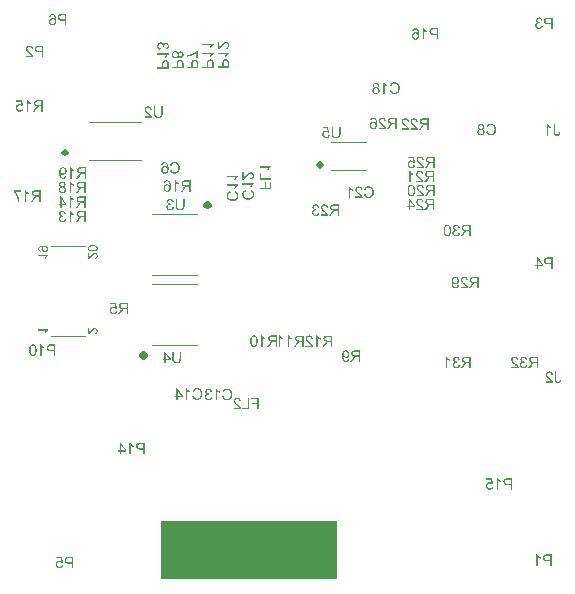
<source format=gbo>
G04*
G04 #@! TF.GenerationSoftware,Altium Limited,Altium Designer,21.6.4 (81)*
G04*
G04 Layer_Color=32896*
%FSAX25Y25*%
%MOIN*%
G70*
G04*
G04 #@! TF.SameCoordinates,A43D0BD7-71F7-406A-839A-B2BA5E4553EA*
G04*
G04*
G04 #@! TF.FilePolarity,Positive*
G04*
G01*
G75*
%ADD11C,0.01772*%
%ADD14C,0.00394*%
%ADD73C,0.01181*%
%ADD101R,0.59055X0.19685*%
G36*
X0013285Y0115131D02*
X0013378Y0115122D01*
X0013466Y0115113D01*
X0013544Y0115103D01*
X0013618Y0115094D01*
X0013688Y0115080D01*
X0013747Y0115067D01*
X0013798Y0115053D01*
X0013845Y0115043D01*
X0013886Y0115030D01*
X0013918Y0115020D01*
X0013942Y0115011D01*
X0013960Y0115002D01*
X0013969Y0114997D01*
X0013974D01*
X0014085Y0114942D01*
X0014182Y0114882D01*
X0014265Y0114812D01*
X0014334Y0114752D01*
X0014385Y0114692D01*
X0014422Y0114646D01*
X0014436Y0114628D01*
X0014445Y0114614D01*
X0014454Y0114609D01*
Y0114604D01*
X0014510Y0114507D01*
X0014551Y0114410D01*
X0014584Y0114313D01*
X0014602Y0114226D01*
X0014616Y0114147D01*
X0014621Y0114115D01*
Y0114092D01*
X0014625Y0114069D01*
Y0114036D01*
X0014621Y0113958D01*
X0014611Y0113884D01*
X0014598Y0113810D01*
X0014579Y0113745D01*
X0014528Y0113620D01*
X0014505Y0113565D01*
X0014478Y0113519D01*
X0014445Y0113473D01*
X0014422Y0113436D01*
X0014394Y0113399D01*
X0014371Y0113371D01*
X0014353Y0113348D01*
X0014339Y0113334D01*
X0014330Y0113325D01*
X0014325Y0113320D01*
X0014270Y0113269D01*
X0014205Y0113228D01*
X0014145Y0113186D01*
X0014080Y0113154D01*
X0014011Y0113126D01*
X0013946Y0113103D01*
X0013826Y0113071D01*
X0013766Y0113057D01*
X0013715Y0113048D01*
X0013664Y0113043D01*
X0013623Y0113038D01*
X0013590Y0113034D01*
X0013567D01*
X0013549D01*
X0013544D01*
X0013456Y0113038D01*
X0013378Y0113048D01*
X0013299Y0113057D01*
X0013226Y0113075D01*
X0013161Y0113098D01*
X0013096Y0113121D01*
X0013041Y0113145D01*
X0012990Y0113172D01*
X0012944Y0113195D01*
X0012902Y0113218D01*
X0012870Y0113242D01*
X0012837Y0113265D01*
X0012814Y0113283D01*
X0012800Y0113292D01*
X0012791Y0113302D01*
X0012787Y0113306D01*
X0012736Y0113357D01*
X0012694Y0113412D01*
X0012653Y0113468D01*
X0012620Y0113528D01*
X0012593Y0113584D01*
X0012569Y0113639D01*
X0012537Y0113745D01*
X0012523Y0113791D01*
X0012514Y0113838D01*
X0012509Y0113874D01*
X0012505Y0113911D01*
X0012500Y0113939D01*
Y0113976D01*
X0012505Y0114064D01*
X0012519Y0114147D01*
X0012537Y0114221D01*
X0012560Y0114290D01*
X0012579Y0114341D01*
X0012597Y0114383D01*
X0012611Y0114410D01*
X0012616Y0114420D01*
X0012662Y0114494D01*
X0012713Y0114558D01*
X0012764Y0114614D01*
X0012810Y0114660D01*
X0012856Y0114692D01*
X0012888Y0114720D01*
X0012911Y0114739D01*
X0012921Y0114743D01*
X0012884D01*
X0012860D01*
X0012847D01*
X0012842D01*
X0012750Y0114739D01*
X0012662Y0114734D01*
X0012583Y0114725D01*
X0012509Y0114715D01*
X0012449Y0114701D01*
X0012403Y0114692D01*
X0012385Y0114688D01*
X0012371D01*
X0012366Y0114683D01*
X0012361D01*
X0012278Y0114660D01*
X0012204Y0114637D01*
X0012140Y0114614D01*
X0012084Y0114591D01*
X0012043Y0114572D01*
X0012010Y0114554D01*
X0011987Y0114544D01*
X0011983Y0114540D01*
X0011932Y0114503D01*
X0011890Y0114466D01*
X0011853Y0114429D01*
X0011821Y0114392D01*
X0011793Y0114364D01*
X0011775Y0114337D01*
X0011766Y0114318D01*
X0011761Y0114313D01*
X0011733Y0114263D01*
X0011715Y0114207D01*
X0011701Y0114156D01*
X0011692Y0114105D01*
X0011687Y0114064D01*
X0011682Y0114032D01*
Y0113999D01*
X0011687Y0113925D01*
X0011701Y0113856D01*
X0011719Y0113796D01*
X0011742Y0113745D01*
X0011761Y0113708D01*
X0011779Y0113676D01*
X0011793Y0113657D01*
X0011798Y0113653D01*
X0011849Y0113607D01*
X0011909Y0113570D01*
X0011973Y0113537D01*
X0012038Y0113514D01*
X0012094Y0113496D01*
X0012144Y0113482D01*
X0012163Y0113477D01*
X0012172D01*
X0012181Y0113473D01*
X0012186D01*
X0012154Y0113094D01*
X0012020Y0113121D01*
X0011904Y0113158D01*
X0011802Y0113205D01*
X0011719Y0113251D01*
X0011655Y0113297D01*
X0011627Y0113320D01*
X0011604Y0113339D01*
X0011590Y0113353D01*
X0011576Y0113366D01*
X0011571Y0113371D01*
X0011567Y0113376D01*
X0011530Y0113422D01*
X0011498Y0113473D01*
X0011447Y0113574D01*
X0011410Y0113676D01*
X0011387Y0113773D01*
X0011368Y0113861D01*
X0011364Y0113898D01*
Y0113930D01*
X0011359Y0113953D01*
Y0113990D01*
X0011368Y0114119D01*
X0011387Y0114235D01*
X0011419Y0114341D01*
X0011456Y0114429D01*
X0011470Y0114466D01*
X0011488Y0114503D01*
X0011507Y0114531D01*
X0011521Y0114558D01*
X0011530Y0114577D01*
X0011539Y0114591D01*
X0011548Y0114600D01*
Y0114604D01*
X0011627Y0114697D01*
X0011715Y0114780D01*
X0011807Y0114845D01*
X0011895Y0114900D01*
X0011973Y0114946D01*
X0012010Y0114965D01*
X0012038Y0114979D01*
X0012066Y0114988D01*
X0012084Y0114997D01*
X0012094Y0115002D01*
X0012098D01*
X0012167Y0115025D01*
X0012246Y0115048D01*
X0012403Y0115080D01*
X0012569Y0115103D01*
X0012727Y0115117D01*
X0012796Y0115127D01*
X0012865Y0115131D01*
X0012925D01*
X0012976Y0115136D01*
X0013017D01*
X0013050D01*
X0013073D01*
X0013078D01*
X0013184D01*
X0013285Y0115131D01*
D02*
G37*
G36*
X0014625Y0111772D02*
X0014547Y0111726D01*
X0014473Y0111675D01*
X0014399Y0111615D01*
X0014334Y0111560D01*
X0014279Y0111504D01*
X0014233Y0111463D01*
X0014219Y0111444D01*
X0014205Y0111431D01*
X0014200Y0111426D01*
X0014196Y0111421D01*
X0014117Y0111324D01*
X0014043Y0111227D01*
X0013979Y0111135D01*
X0013928Y0111042D01*
X0013882Y0110964D01*
X0013863Y0110932D01*
X0013849Y0110904D01*
X0013835Y0110881D01*
X0013831Y0110862D01*
X0013821Y0110853D01*
Y0110848D01*
X0013443D01*
X0013470Y0110918D01*
X0013503Y0110987D01*
X0013535Y0111056D01*
X0013567Y0111121D01*
X0013595Y0111177D01*
X0013618Y0111223D01*
X0013637Y0111250D01*
X0013641Y0111255D01*
Y0111260D01*
X0013692Y0111343D01*
X0013743Y0111417D01*
X0013789Y0111481D01*
X0013831Y0111532D01*
X0013863Y0111578D01*
X0013891Y0111606D01*
X0013909Y0111629D01*
X0013914Y0111634D01*
X0011414D01*
Y0112027D01*
X0014625D01*
Y0111772D01*
D02*
G37*
G36*
X0029696Y0115302D02*
X0029770D01*
X0029844Y0115297D01*
X0029909Y0115288D01*
X0029973Y0115284D01*
X0030029Y0115279D01*
X0030080Y0115270D01*
X0030126Y0115265D01*
X0030167Y0115256D01*
X0030200Y0115251D01*
X0030228Y0115247D01*
X0030251Y0115242D01*
X0030264Y0115237D01*
X0030274Y0115233D01*
X0030278D01*
X0030380Y0115205D01*
X0030472Y0115173D01*
X0030551Y0115136D01*
X0030620Y0115108D01*
X0030680Y0115076D01*
X0030722Y0115057D01*
X0030745Y0115039D01*
X0030754Y0115034D01*
X0030823Y0114983D01*
X0030884Y0114933D01*
X0030934Y0114877D01*
X0030981Y0114826D01*
X0031013Y0114780D01*
X0031036Y0114743D01*
X0031050Y0114720D01*
X0031054Y0114715D01*
Y0114711D01*
X0031091Y0114637D01*
X0031115Y0114558D01*
X0031133Y0114484D01*
X0031147Y0114415D01*
X0031156Y0114355D01*
X0031161Y0114304D01*
Y0114263D01*
X0031152Y0114138D01*
X0031133Y0114022D01*
X0031101Y0113925D01*
X0031068Y0113842D01*
X0031031Y0113773D01*
X0031018Y0113745D01*
X0030999Y0113722D01*
X0030990Y0113704D01*
X0030981Y0113690D01*
X0030971Y0113685D01*
Y0113681D01*
X0030897Y0113597D01*
X0030810Y0113528D01*
X0030722Y0113468D01*
X0030639Y0113422D01*
X0030560Y0113385D01*
X0030528Y0113366D01*
X0030496Y0113357D01*
X0030472Y0113348D01*
X0030454Y0113339D01*
X0030445Y0113334D01*
X0030440D01*
X0030371Y0113315D01*
X0030301Y0113297D01*
X0030149Y0113269D01*
X0029996Y0113246D01*
X0029853Y0113232D01*
X0029784Y0113228D01*
X0029724Y0113223D01*
X0029669D01*
X0029618Y0113218D01*
X0029581D01*
X0029548D01*
X0029530D01*
X0029525D01*
X0029364Y0113223D01*
X0029211Y0113232D01*
X0029072Y0113246D01*
X0028943Y0113269D01*
X0028823Y0113292D01*
X0028717Y0113320D01*
X0028620Y0113348D01*
X0028537Y0113376D01*
X0028463Y0113403D01*
X0028398Y0113436D01*
X0028343Y0113459D01*
X0028301Y0113482D01*
X0028264Y0113505D01*
X0028241Y0113519D01*
X0028227Y0113528D01*
X0028222Y0113533D01*
X0028167Y0113584D01*
X0028116Y0113639D01*
X0028070Y0113699D01*
X0028033Y0113759D01*
X0028001Y0113819D01*
X0027973Y0113879D01*
X0027955Y0113939D01*
X0027936Y0113995D01*
X0027922Y0114050D01*
X0027913Y0114101D01*
X0027904Y0114147D01*
X0027899Y0114184D01*
X0027894Y0114216D01*
Y0114263D01*
X0027904Y0114387D01*
X0027922Y0114503D01*
X0027955Y0114600D01*
X0027987Y0114683D01*
X0028019Y0114752D01*
X0028038Y0114775D01*
X0028051Y0114798D01*
X0028061Y0114817D01*
X0028070Y0114831D01*
X0028079Y0114836D01*
Y0114840D01*
X0028158Y0114923D01*
X0028241Y0114993D01*
X0028333Y0115053D01*
X0028416Y0115099D01*
X0028495Y0115136D01*
X0028527Y0115154D01*
X0028560Y0115164D01*
X0028583Y0115173D01*
X0028601Y0115182D01*
X0028611Y0115187D01*
X0028615D01*
X0028684Y0115210D01*
X0028754Y0115228D01*
X0028902Y0115256D01*
X0029054Y0115279D01*
X0029202Y0115293D01*
X0029267Y0115297D01*
X0029327Y0115302D01*
X0029382D01*
X0029433Y0115307D01*
X0029470D01*
X0029502D01*
X0029521D01*
X0029525D01*
X0029613D01*
X0029696Y0115302D01*
D02*
G37*
G36*
X0028329Y0111223D02*
X0028407Y0111278D01*
X0028440Y0111306D01*
X0028472Y0111329D01*
X0028500Y0111352D01*
X0028518Y0111371D01*
X0028532Y0111384D01*
X0028537Y0111389D01*
X0028560Y0111412D01*
X0028583Y0111440D01*
X0028643Y0111504D01*
X0028712Y0111578D01*
X0028782Y0111657D01*
X0028842Y0111731D01*
X0028869Y0111763D01*
X0028897Y0111791D01*
X0028915Y0111814D01*
X0028929Y0111832D01*
X0028938Y0111842D01*
X0028943Y0111846D01*
X0029008Y0111920D01*
X0029068Y0111994D01*
X0029128Y0112059D01*
X0029179Y0112119D01*
X0029230Y0112174D01*
X0029276Y0112221D01*
X0029317Y0112267D01*
X0029354Y0112304D01*
X0029391Y0112341D01*
X0029419Y0112368D01*
X0029442Y0112391D01*
X0029465Y0112415D01*
X0029493Y0112438D01*
X0029502Y0112447D01*
X0029581Y0112512D01*
X0029650Y0112567D01*
X0029719Y0112613D01*
X0029775Y0112650D01*
X0029826Y0112678D01*
X0029862Y0112696D01*
X0029886Y0112706D01*
X0029895Y0112710D01*
X0029964Y0112738D01*
X0030033Y0112757D01*
X0030098Y0112775D01*
X0030154Y0112784D01*
X0030204Y0112789D01*
X0030241Y0112794D01*
X0030264D01*
X0030274D01*
X0030343Y0112789D01*
X0030408Y0112780D01*
X0030472Y0112770D01*
X0030528Y0112752D01*
X0030639Y0112706D01*
X0030727Y0112660D01*
X0030768Y0112632D01*
X0030800Y0112609D01*
X0030833Y0112586D01*
X0030856Y0112563D01*
X0030874Y0112544D01*
X0030893Y0112535D01*
X0030897Y0112525D01*
X0030902Y0112521D01*
X0030948Y0112470D01*
X0030990Y0112415D01*
X0031022Y0112355D01*
X0031050Y0112294D01*
X0031096Y0112174D01*
X0031128Y0112054D01*
X0031138Y0112003D01*
X0031147Y0111953D01*
X0031152Y0111906D01*
X0031156Y0111870D01*
X0031161Y0111837D01*
Y0111791D01*
X0031156Y0111708D01*
X0031152Y0111629D01*
X0031138Y0111555D01*
X0031124Y0111486D01*
X0031105Y0111421D01*
X0031087Y0111361D01*
X0031064Y0111306D01*
X0031041Y0111255D01*
X0031018Y0111209D01*
X0030994Y0111172D01*
X0030976Y0111140D01*
X0030957Y0111112D01*
X0030944Y0111089D01*
X0030930Y0111075D01*
X0030925Y0111066D01*
X0030920Y0111061D01*
X0030874Y0111015D01*
X0030823Y0110973D01*
X0030768Y0110932D01*
X0030713Y0110899D01*
X0030602Y0110844D01*
X0030491Y0110807D01*
X0030440Y0110793D01*
X0030389Y0110779D01*
X0030348Y0110770D01*
X0030311Y0110761D01*
X0030278Y0110756D01*
X0030255D01*
X0030241Y0110751D01*
X0030237D01*
X0030195Y0111153D01*
X0030301Y0111163D01*
X0030394Y0111181D01*
X0030477Y0111209D01*
X0030542Y0111241D01*
X0030597Y0111269D01*
X0030634Y0111297D01*
X0030657Y0111315D01*
X0030666Y0111324D01*
X0030722Y0111394D01*
X0030763Y0111468D01*
X0030796Y0111546D01*
X0030814Y0111615D01*
X0030828Y0111680D01*
X0030833Y0111735D01*
X0030837Y0111754D01*
Y0111782D01*
X0030833Y0111879D01*
X0030814Y0111967D01*
X0030786Y0112040D01*
X0030759Y0112105D01*
X0030727Y0112156D01*
X0030703Y0112188D01*
X0030685Y0112211D01*
X0030676Y0112221D01*
X0030611Y0112276D01*
X0030546Y0112318D01*
X0030482Y0112350D01*
X0030417Y0112368D01*
X0030366Y0112382D01*
X0030320Y0112387D01*
X0030292Y0112391D01*
X0030288D01*
X0030283D01*
X0030200Y0112382D01*
X0030112Y0112364D01*
X0030033Y0112331D01*
X0029960Y0112299D01*
X0029899Y0112262D01*
X0029849Y0112230D01*
X0029830Y0112221D01*
X0029816Y0112211D01*
X0029812Y0112202D01*
X0029807D01*
X0029756Y0112165D01*
X0029706Y0112119D01*
X0029650Y0112068D01*
X0029595Y0112013D01*
X0029484Y0111897D01*
X0029373Y0111782D01*
X0029322Y0111722D01*
X0029276Y0111671D01*
X0029234Y0111620D01*
X0029197Y0111578D01*
X0029169Y0111546D01*
X0029146Y0111518D01*
X0029133Y0111500D01*
X0029128Y0111495D01*
X0029031Y0111380D01*
X0028938Y0111274D01*
X0028855Y0111186D01*
X0028786Y0111116D01*
X0028726Y0111056D01*
X0028684Y0111015D01*
X0028657Y0110992D01*
X0028652Y0110982D01*
X0028648D01*
X0028569Y0110918D01*
X0028495Y0110867D01*
X0028421Y0110821D01*
X0028356Y0110784D01*
X0028301Y0110756D01*
X0028259Y0110738D01*
X0028232Y0110728D01*
X0028227Y0110724D01*
X0028222D01*
X0028172Y0110705D01*
X0028125Y0110696D01*
X0028079Y0110687D01*
X0028038Y0110682D01*
X0028001Y0110678D01*
X0027973D01*
X0027955D01*
X0027950D01*
Y0112798D01*
X0028329D01*
Y0111223D01*
D02*
G37*
G36*
X0028301Y0086099D02*
X0028379Y0086155D01*
X0028412Y0086182D01*
X0028444Y0086205D01*
X0028472Y0086228D01*
X0028490Y0086247D01*
X0028504Y0086261D01*
X0028509Y0086265D01*
X0028532Y0086288D01*
X0028555Y0086316D01*
X0028615Y0086381D01*
X0028684Y0086455D01*
X0028754Y0086533D01*
X0028814Y0086607D01*
X0028842Y0086640D01*
X0028869Y0086667D01*
X0028888Y0086690D01*
X0028902Y0086709D01*
X0028911Y0086718D01*
X0028915Y0086723D01*
X0028980Y0086797D01*
X0029040Y0086871D01*
X0029100Y0086935D01*
X0029151Y0086995D01*
X0029202Y0087051D01*
X0029248Y0087097D01*
X0029290Y0087143D01*
X0029327Y0087180D01*
X0029364Y0087217D01*
X0029391Y0087245D01*
X0029414Y0087268D01*
X0029438Y0087291D01*
X0029465Y0087314D01*
X0029474Y0087323D01*
X0029553Y0087388D01*
X0029622Y0087444D01*
X0029692Y0087490D01*
X0029747Y0087527D01*
X0029798Y0087554D01*
X0029835Y0087573D01*
X0029858Y0087582D01*
X0029867Y0087587D01*
X0029936Y0087614D01*
X0030006Y0087633D01*
X0030070Y0087651D01*
X0030126Y0087661D01*
X0030177Y0087665D01*
X0030214Y0087670D01*
X0030237D01*
X0030246D01*
X0030315Y0087665D01*
X0030380Y0087656D01*
X0030445Y0087647D01*
X0030500Y0087628D01*
X0030611Y0087582D01*
X0030699Y0087536D01*
X0030740Y0087508D01*
X0030773Y0087485D01*
X0030805Y0087462D01*
X0030828Y0087439D01*
X0030847Y0087420D01*
X0030865Y0087411D01*
X0030870Y0087402D01*
X0030874Y0087397D01*
X0030920Y0087346D01*
X0030962Y0087291D01*
X0030994Y0087231D01*
X0031022Y0087171D01*
X0031068Y0087051D01*
X0031101Y0086931D01*
X0031110Y0086880D01*
X0031119Y0086829D01*
X0031124Y0086783D01*
X0031128Y0086746D01*
X0031133Y0086713D01*
Y0086667D01*
X0031128Y0086584D01*
X0031124Y0086506D01*
X0031110Y0086432D01*
X0031096Y0086362D01*
X0031078Y0086298D01*
X0031059Y0086238D01*
X0031036Y0086182D01*
X0031013Y0086131D01*
X0030990Y0086085D01*
X0030967Y0086048D01*
X0030948Y0086016D01*
X0030930Y0085988D01*
X0030916Y0085965D01*
X0030902Y0085951D01*
X0030897Y0085942D01*
X0030893Y0085937D01*
X0030847Y0085891D01*
X0030796Y0085850D01*
X0030740Y0085808D01*
X0030685Y0085776D01*
X0030574Y0085720D01*
X0030463Y0085683D01*
X0030412Y0085669D01*
X0030362Y0085655D01*
X0030320Y0085646D01*
X0030283Y0085637D01*
X0030251Y0085632D01*
X0030228D01*
X0030214Y0085628D01*
X0030209D01*
X0030167Y0086030D01*
X0030274Y0086039D01*
X0030366Y0086058D01*
X0030449Y0086085D01*
X0030514Y0086118D01*
X0030569Y0086145D01*
X0030606Y0086173D01*
X0030629Y0086191D01*
X0030639Y0086201D01*
X0030694Y0086270D01*
X0030736Y0086344D01*
X0030768Y0086422D01*
X0030786Y0086492D01*
X0030800Y0086556D01*
X0030805Y0086612D01*
X0030810Y0086630D01*
Y0086658D01*
X0030805Y0086755D01*
X0030786Y0086843D01*
X0030759Y0086917D01*
X0030731Y0086981D01*
X0030699Y0087032D01*
X0030676Y0087065D01*
X0030657Y0087088D01*
X0030648Y0087097D01*
X0030583Y0087152D01*
X0030519Y0087194D01*
X0030454Y0087226D01*
X0030389Y0087245D01*
X0030338Y0087259D01*
X0030292Y0087263D01*
X0030264Y0087268D01*
X0030260D01*
X0030255D01*
X0030172Y0087259D01*
X0030084Y0087240D01*
X0030006Y0087208D01*
X0029932Y0087176D01*
X0029872Y0087138D01*
X0029821Y0087106D01*
X0029803Y0087097D01*
X0029789Y0087088D01*
X0029784Y0087078D01*
X0029779D01*
X0029728Y0087041D01*
X0029678Y0086995D01*
X0029622Y0086945D01*
X0029567Y0086889D01*
X0029456Y0086774D01*
X0029345Y0086658D01*
X0029294Y0086598D01*
X0029248Y0086547D01*
X0029206Y0086496D01*
X0029169Y0086455D01*
X0029142Y0086422D01*
X0029119Y0086395D01*
X0029105Y0086376D01*
X0029100Y0086372D01*
X0029003Y0086256D01*
X0028911Y0086150D01*
X0028828Y0086062D01*
X0028758Y0085993D01*
X0028698Y0085933D01*
X0028657Y0085891D01*
X0028629Y0085868D01*
X0028624Y0085859D01*
X0028620D01*
X0028541Y0085794D01*
X0028467Y0085743D01*
X0028393Y0085697D01*
X0028329Y0085660D01*
X0028273Y0085632D01*
X0028232Y0085614D01*
X0028204Y0085605D01*
X0028199Y0085600D01*
X0028195D01*
X0028144Y0085582D01*
X0028098Y0085572D01*
X0028051Y0085563D01*
X0028010Y0085558D01*
X0027973Y0085554D01*
X0027945D01*
X0027927D01*
X0027922D01*
Y0087674D01*
X0028301D01*
Y0086099D01*
D02*
G37*
G36*
X0014598Y0086949D02*
X0014519Y0086903D01*
X0014445Y0086852D01*
X0014371Y0086792D01*
X0014307Y0086737D01*
X0014251Y0086681D01*
X0014205Y0086640D01*
X0014191Y0086621D01*
X0014177Y0086607D01*
X0014173Y0086603D01*
X0014168Y0086598D01*
X0014089Y0086501D01*
X0014016Y0086404D01*
X0013951Y0086312D01*
X0013900Y0086219D01*
X0013854Y0086141D01*
X0013835Y0086108D01*
X0013821Y0086081D01*
X0013808Y0086058D01*
X0013803Y0086039D01*
X0013794Y0086030D01*
Y0086025D01*
X0013415D01*
X0013443Y0086094D01*
X0013475Y0086164D01*
X0013507Y0086233D01*
X0013540Y0086298D01*
X0013567Y0086353D01*
X0013590Y0086399D01*
X0013609Y0086427D01*
X0013613Y0086432D01*
Y0086436D01*
X0013664Y0086519D01*
X0013715Y0086593D01*
X0013761Y0086658D01*
X0013803Y0086709D01*
X0013835Y0086755D01*
X0013863Y0086783D01*
X0013882Y0086806D01*
X0013886Y0086810D01*
X0011387D01*
Y0087203D01*
X0014598D01*
Y0086949D01*
D02*
G37*
G36*
X0042096Y0049306D02*
X0042156Y0049219D01*
X0042227Y0049132D01*
X0042293Y0049055D01*
X0042358Y0048990D01*
X0042408Y0048935D01*
X0042429Y0048919D01*
X0042446Y0048902D01*
X0042451Y0048897D01*
X0042457Y0048891D01*
X0042571Y0048798D01*
X0042686Y0048711D01*
X0042795Y0048635D01*
X0042904Y0048575D01*
X0042997Y0048520D01*
X0043036Y0048498D01*
X0043068Y0048482D01*
X0043095Y0048465D01*
X0043117Y0048460D01*
X0043128Y0048449D01*
X0043134D01*
Y0048001D01*
X0043052Y0048034D01*
X0042970Y0048072D01*
X0042888Y0048111D01*
X0042812Y0048149D01*
X0042746Y0048182D01*
X0042691Y0048209D01*
X0042659Y0048231D01*
X0042653Y0048236D01*
X0042648D01*
X0042549Y0048296D01*
X0042462Y0048356D01*
X0042386Y0048411D01*
X0042326Y0048460D01*
X0042271Y0048498D01*
X0042238Y0048531D01*
X0042211Y0048553D01*
X0042206Y0048558D01*
Y0045604D01*
X0041741D01*
Y0049399D01*
X0042042D01*
X0042096Y0049306D01*
D02*
G37*
G36*
X0046819Y0045604D02*
X0046317D01*
Y0047139D01*
X0045351D01*
X0045209Y0047144D01*
X0045072Y0047155D01*
X0044952Y0047172D01*
X0044843Y0047193D01*
X0044739Y0047215D01*
X0044652Y0047242D01*
X0044570Y0047275D01*
X0044499Y0047308D01*
X0044439Y0047335D01*
X0044384Y0047368D01*
X0044340Y0047395D01*
X0044308Y0047423D01*
X0044280Y0047439D01*
X0044264Y0047455D01*
X0044253Y0047466D01*
X0044248Y0047472D01*
X0044193Y0047537D01*
X0044144Y0047603D01*
X0044106Y0047668D01*
X0044067Y0047739D01*
X0044035Y0047810D01*
X0044013Y0047876D01*
X0043975Y0048001D01*
X0043964Y0048061D01*
X0043953Y0048116D01*
X0043947Y0048165D01*
X0043942Y0048203D01*
X0043936Y0048242D01*
Y0048263D01*
Y0048280D01*
Y0048285D01*
X0043942Y0048389D01*
X0043953Y0048487D01*
X0043975Y0048575D01*
X0043991Y0048651D01*
X0044013Y0048717D01*
X0044035Y0048766D01*
X0044046Y0048793D01*
X0044051Y0048804D01*
X0044095Y0048886D01*
X0044149Y0048957D01*
X0044199Y0049022D01*
X0044248Y0049071D01*
X0044291Y0049110D01*
X0044324Y0049143D01*
X0044346Y0049159D01*
X0044357Y0049164D01*
X0044428Y0049208D01*
X0044510Y0049246D01*
X0044586Y0049279D01*
X0044657Y0049306D01*
X0044723Y0049323D01*
X0044772Y0049334D01*
X0044810Y0049345D01*
X0044821D01*
X0044903Y0049356D01*
X0044996Y0049366D01*
X0045094Y0049372D01*
X0045187Y0049377D01*
X0045269Y0049383D01*
X0046819D01*
Y0045604D01*
D02*
G37*
G36*
X0040709Y0046937D02*
Y0046511D01*
X0039066D01*
Y0045604D01*
X0038602D01*
Y0046511D01*
X0038089D01*
Y0046937D01*
X0038602D01*
Y0049383D01*
X0038979D01*
X0040709Y0046937D01*
D02*
G37*
G36*
X0052333Y0182911D02*
X0052453Y0182889D01*
X0052557Y0182857D01*
X0052644Y0182824D01*
X0052715Y0182791D01*
X0052770Y0182758D01*
X0052803Y0182737D01*
X0052814Y0182731D01*
X0052895Y0182655D01*
X0052966Y0182573D01*
X0053021Y0182485D01*
X0053065Y0182398D01*
X0053097Y0182322D01*
X0053119Y0182262D01*
X0053125Y0182240D01*
X0053130Y0182223D01*
X0053136Y0182212D01*
Y0182207D01*
X0053185Y0182300D01*
X0053234Y0182376D01*
X0053289Y0182442D01*
X0053338Y0182496D01*
X0053381Y0182540D01*
X0053420Y0182573D01*
X0053441Y0182589D01*
X0053452Y0182595D01*
X0053529Y0182638D01*
X0053605Y0182671D01*
X0053682Y0182698D01*
X0053753Y0182715D01*
X0053813Y0182726D01*
X0053856Y0182731D01*
X0053889D01*
X0053900D01*
X0053993Y0182726D01*
X0054086Y0182709D01*
X0054168Y0182687D01*
X0054239Y0182660D01*
X0054299Y0182633D01*
X0054348Y0182611D01*
X0054375Y0182595D01*
X0054386Y0182589D01*
X0054468Y0182535D01*
X0054539Y0182469D01*
X0054599Y0182404D01*
X0054654Y0182338D01*
X0054692Y0182283D01*
X0054725Y0182234D01*
X0054741Y0182202D01*
X0054746Y0182196D01*
Y0182191D01*
X0054790Y0182092D01*
X0054823Y0181994D01*
X0054850Y0181896D01*
X0054866Y0181808D01*
X0054877Y0181737D01*
X0054883Y0181677D01*
Y0181541D01*
X0054872Y0181464D01*
X0054845Y0181317D01*
X0054801Y0181191D01*
X0054757Y0181082D01*
X0054730Y0181033D01*
X0054708Y0180995D01*
X0054686Y0180957D01*
X0054664Y0180929D01*
X0054648Y0180907D01*
X0054637Y0180891D01*
X0054632Y0180880D01*
X0054626Y0180875D01*
X0054523Y0180771D01*
X0054408Y0180689D01*
X0054288Y0180624D01*
X0054168Y0180569D01*
X0054064Y0180536D01*
X0054020Y0180520D01*
X0053982Y0180509D01*
X0053949Y0180503D01*
X0053927Y0180498D01*
X0053911Y0180492D01*
X0053905D01*
X0053824Y0180957D01*
X0053944Y0180978D01*
X0054048Y0181011D01*
X0054135Y0181049D01*
X0054206Y0181088D01*
X0054260Y0181126D01*
X0054299Y0181159D01*
X0054326Y0181181D01*
X0054331Y0181186D01*
X0054386Y0181257D01*
X0054430Y0181333D01*
X0054457Y0181404D01*
X0054479Y0181475D01*
X0054490Y0181541D01*
X0054501Y0181590D01*
Y0181634D01*
X0054495Y0181732D01*
X0054473Y0181819D01*
X0054446Y0181896D01*
X0054419Y0181961D01*
X0054386Y0182010D01*
X0054359Y0182049D01*
X0054337Y0182076D01*
X0054331Y0182081D01*
X0054266Y0182141D01*
X0054195Y0182185D01*
X0054124Y0182212D01*
X0054058Y0182234D01*
X0053998Y0182245D01*
X0053955Y0182256D01*
X0053922D01*
X0053916D01*
X0053911D01*
X0053851D01*
X0053796Y0182245D01*
X0053703Y0182218D01*
X0053622Y0182180D01*
X0053551Y0182136D01*
X0053501Y0182092D01*
X0053463Y0182054D01*
X0053441Y0182027D01*
X0053436Y0182021D01*
Y0182016D01*
X0053387Y0181923D01*
X0053349Y0181836D01*
X0053321Y0181743D01*
X0053305Y0181661D01*
X0053294Y0181590D01*
X0053283Y0181530D01*
Y0181459D01*
X0053289Y0181437D01*
Y0181410D01*
X0052879Y0181355D01*
X0052895Y0181426D01*
X0052906Y0181492D01*
X0052917Y0181546D01*
X0052923Y0181595D01*
X0052928Y0181634D01*
Y0181683D01*
X0052917Y0181798D01*
X0052895Y0181901D01*
X0052863Y0181994D01*
X0052824Y0182071D01*
X0052786Y0182131D01*
X0052754Y0182174D01*
X0052732Y0182202D01*
X0052721Y0182212D01*
X0052639Y0182283D01*
X0052551Y0182338D01*
X0052464Y0182376D01*
X0052377Y0182398D01*
X0052306Y0182414D01*
X0052246Y0182420D01*
X0052224Y0182425D01*
X0052207D01*
X0052197D01*
X0052191D01*
X0052071Y0182414D01*
X0051962Y0182387D01*
X0051869Y0182354D01*
X0051787Y0182311D01*
X0051722Y0182267D01*
X0051672Y0182234D01*
X0051640Y0182207D01*
X0051629Y0182196D01*
X0051552Y0182109D01*
X0051498Y0182016D01*
X0051459Y0181923D01*
X0051432Y0181836D01*
X0051416Y0181759D01*
X0051410Y0181699D01*
X0051405Y0181677D01*
Y0181645D01*
X0051410Y0181546D01*
X0051432Y0181454D01*
X0051459Y0181372D01*
X0051492Y0181306D01*
X0051520Y0181251D01*
X0051547Y0181208D01*
X0051569Y0181186D01*
X0051574Y0181175D01*
X0051651Y0181109D01*
X0051738Y0181055D01*
X0051831Y0181006D01*
X0051929Y0180967D01*
X0052011Y0180940D01*
X0052049Y0180929D01*
X0052082Y0180924D01*
X0052109Y0180918D01*
X0052131Y0180913D01*
X0052142Y0180907D01*
X0052147D01*
X0052087Y0180443D01*
X0052000Y0180454D01*
X0051918Y0180471D01*
X0051765Y0180520D01*
X0051634Y0180580D01*
X0051580Y0180613D01*
X0051525Y0180645D01*
X0051476Y0180678D01*
X0051438Y0180711D01*
X0051399Y0180738D01*
X0051372Y0180765D01*
X0051350Y0180782D01*
X0051334Y0180798D01*
X0051323Y0180809D01*
X0051318Y0180815D01*
X0051268Y0180880D01*
X0051219Y0180946D01*
X0051181Y0181011D01*
X0051148Y0181082D01*
X0051094Y0181219D01*
X0051061Y0181350D01*
X0051050Y0181410D01*
X0051039Y0181464D01*
X0051034Y0181514D01*
X0051028Y0181557D01*
X0051023Y0181590D01*
Y0181639D01*
X0051028Y0181743D01*
X0051039Y0181836D01*
X0051055Y0181929D01*
X0051077Y0182016D01*
X0051105Y0182098D01*
X0051132Y0182169D01*
X0051165Y0182240D01*
X0051197Y0182300D01*
X0051225Y0182360D01*
X0051257Y0182409D01*
X0051285Y0182453D01*
X0051312Y0182485D01*
X0051334Y0182513D01*
X0051350Y0182535D01*
X0051361Y0182545D01*
X0051367Y0182551D01*
X0051432Y0182616D01*
X0051503Y0182671D01*
X0051574Y0182720D01*
X0051645Y0182764D01*
X0051711Y0182797D01*
X0051782Y0182829D01*
X0051913Y0182873D01*
X0051973Y0182884D01*
X0052027Y0182895D01*
X0052076Y0182906D01*
X0052120Y0182911D01*
X0052153Y0182917D01*
X0052180D01*
X0052197D01*
X0052202D01*
X0052333Y0182911D01*
D02*
G37*
G36*
X0054883Y0178947D02*
X0054790Y0178893D01*
X0054703Y0178833D01*
X0054615Y0178762D01*
X0054539Y0178696D01*
X0054473Y0178631D01*
X0054419Y0178582D01*
X0054402Y0178560D01*
X0054386Y0178543D01*
X0054381Y0178538D01*
X0054375Y0178532D01*
X0054282Y0178418D01*
X0054195Y0178303D01*
X0054119Y0178194D01*
X0054058Y0178085D01*
X0054004Y0177992D01*
X0053982Y0177954D01*
X0053966Y0177921D01*
X0053949Y0177894D01*
X0053944Y0177872D01*
X0053933Y0177861D01*
Y0177855D01*
X0053485D01*
X0053518Y0177937D01*
X0053556Y0178019D01*
X0053594Y0178101D01*
X0053632Y0178177D01*
X0053665Y0178243D01*
X0053693Y0178298D01*
X0053714Y0178330D01*
X0053720Y0178336D01*
Y0178341D01*
X0053780Y0178440D01*
X0053840Y0178527D01*
X0053895Y0178603D01*
X0053944Y0178663D01*
X0053982Y0178718D01*
X0054015Y0178751D01*
X0054037Y0178778D01*
X0054042Y0178784D01*
X0051088D01*
Y0179248D01*
X0054883D01*
Y0178947D01*
D02*
G37*
G36*
X0053873Y0177047D02*
X0053971Y0177036D01*
X0054058Y0177015D01*
X0054135Y0176998D01*
X0054200Y0176976D01*
X0054250Y0176954D01*
X0054277Y0176944D01*
X0054288Y0176938D01*
X0054370Y0176894D01*
X0054441Y0176840D01*
X0054506Y0176791D01*
X0054555Y0176742D01*
X0054593Y0176698D01*
X0054626Y0176665D01*
X0054643Y0176643D01*
X0054648Y0176632D01*
X0054692Y0176561D01*
X0054730Y0176479D01*
X0054763Y0176403D01*
X0054790Y0176332D01*
X0054806Y0176267D01*
X0054817Y0176217D01*
X0054828Y0176179D01*
Y0176168D01*
X0054839Y0176086D01*
X0054850Y0175994D01*
X0054856Y0175895D01*
X0054861Y0175802D01*
X0054866Y0175721D01*
Y0174170D01*
X0051088D01*
Y0174672D01*
X0052622D01*
Y0175639D01*
X0052628Y0175780D01*
X0052639Y0175917D01*
X0052655Y0176037D01*
X0052677Y0176146D01*
X0052699Y0176250D01*
X0052726Y0176337D01*
X0052759Y0176419D01*
X0052792Y0176490D01*
X0052819Y0176550D01*
X0052852Y0176605D01*
X0052879Y0176649D01*
X0052906Y0176681D01*
X0052923Y0176709D01*
X0052939Y0176725D01*
X0052950Y0176736D01*
X0052956Y0176742D01*
X0053021Y0176796D01*
X0053087Y0176845D01*
X0053152Y0176883D01*
X0053223Y0176922D01*
X0053294Y0176954D01*
X0053360Y0176976D01*
X0053485Y0177015D01*
X0053545Y0177025D01*
X0053600Y0177036D01*
X0053649Y0177042D01*
X0053687Y0177047D01*
X0053725Y0177053D01*
X0053747D01*
X0053764D01*
X0053769D01*
X0053873Y0177047D01*
D02*
G37*
G36*
X0139907Y0187566D02*
X0139966Y0187478D01*
X0140038Y0187391D01*
X0140103Y0187314D01*
X0140169Y0187249D01*
X0140218Y0187194D01*
X0140240Y0187178D01*
X0140256Y0187162D01*
X0140261Y0187156D01*
X0140267Y0187151D01*
X0140382Y0187058D01*
X0140496Y0186970D01*
X0140605Y0186894D01*
X0140715Y0186834D01*
X0140807Y0186779D01*
X0140846Y0186758D01*
X0140878Y0186741D01*
X0140906Y0186725D01*
X0140928Y0186719D01*
X0140938Y0186708D01*
X0140944D01*
Y0186261D01*
X0140862Y0186293D01*
X0140780Y0186332D01*
X0140698Y0186370D01*
X0140622Y0186408D01*
X0140556Y0186441D01*
X0140502Y0186468D01*
X0140469Y0186490D01*
X0140463Y0186495D01*
X0140458D01*
X0140360Y0186556D01*
X0140272Y0186616D01*
X0140196Y0186670D01*
X0140136Y0186719D01*
X0140081Y0186758D01*
X0140048Y0186790D01*
X0140021Y0186812D01*
X0140016Y0186818D01*
Y0183864D01*
X0139552D01*
Y0187659D01*
X0139852D01*
X0139907Y0187566D01*
D02*
G37*
G36*
X0137133Y0187653D02*
X0137236Y0187642D01*
X0137335Y0187620D01*
X0137428Y0187593D01*
X0137510Y0187555D01*
X0137591Y0187522D01*
X0137662Y0187478D01*
X0137728Y0187440D01*
X0137783Y0187402D01*
X0137837Y0187358D01*
X0137881Y0187325D01*
X0137914Y0187293D01*
X0137941Y0187260D01*
X0137963Y0187238D01*
X0137974Y0187227D01*
X0137979Y0187222D01*
X0138050Y0187123D01*
X0138110Y0187009D01*
X0138165Y0186889D01*
X0138214Y0186763D01*
X0138252Y0186632D01*
X0138285Y0186501D01*
X0138312Y0186364D01*
X0138334Y0186239D01*
X0138350Y0186113D01*
X0138361Y0185999D01*
X0138372Y0185895D01*
X0138378Y0185808D01*
Y0185731D01*
X0138383Y0185677D01*
Y0185655D01*
Y0185638D01*
Y0185633D01*
Y0185627D01*
X0138378Y0185453D01*
X0138367Y0185289D01*
X0138350Y0185136D01*
X0138323Y0184994D01*
X0138296Y0184868D01*
X0138268Y0184754D01*
X0138236Y0184650D01*
X0138198Y0184557D01*
X0138165Y0184481D01*
X0138132Y0184410D01*
X0138105Y0184355D01*
X0138072Y0184306D01*
X0138050Y0184268D01*
X0138034Y0184246D01*
X0138023Y0184230D01*
X0138017Y0184224D01*
X0137946Y0184148D01*
X0137870Y0184082D01*
X0137794Y0184028D01*
X0137717Y0183978D01*
X0137635Y0183935D01*
X0137559Y0183902D01*
X0137482Y0183875D01*
X0137406Y0183853D01*
X0137340Y0183836D01*
X0137275Y0183820D01*
X0137220Y0183809D01*
X0137171Y0183804D01*
X0137127D01*
X0137100Y0183798D01*
X0137073D01*
X0136947Y0183804D01*
X0136832Y0183826D01*
X0136729Y0183847D01*
X0136636Y0183880D01*
X0136565Y0183907D01*
X0136510Y0183935D01*
X0136488Y0183940D01*
X0136472Y0183951D01*
X0136467Y0183957D01*
X0136461D01*
X0136368Y0184022D01*
X0136281Y0184098D01*
X0136210Y0184175D01*
X0136150Y0184251D01*
X0136101Y0184322D01*
X0136068Y0184377D01*
X0136057Y0184399D01*
X0136046Y0184415D01*
X0136041Y0184421D01*
Y0184426D01*
X0135986Y0184541D01*
X0135948Y0184661D01*
X0135921Y0184770D01*
X0135904Y0184874D01*
X0135888Y0184961D01*
Y0184994D01*
X0135882Y0185027D01*
Y0185054D01*
Y0185070D01*
Y0185081D01*
Y0185087D01*
X0135888Y0185185D01*
X0135899Y0185278D01*
X0135915Y0185371D01*
X0135932Y0185453D01*
X0135959Y0185529D01*
X0135986Y0185606D01*
X0136013Y0185671D01*
X0136046Y0185731D01*
X0136079Y0185786D01*
X0136106Y0185835D01*
X0136134Y0185873D01*
X0136161Y0185911D01*
X0136177Y0185939D01*
X0136194Y0185955D01*
X0136205Y0185966D01*
X0136210Y0185971D01*
X0136270Y0186031D01*
X0136336Y0186086D01*
X0136407Y0186130D01*
X0136472Y0186168D01*
X0136538Y0186206D01*
X0136603Y0186233D01*
X0136729Y0186272D01*
X0136783Y0186288D01*
X0136838Y0186299D01*
X0136882Y0186304D01*
X0136925Y0186310D01*
X0136958Y0186315D01*
X0137002D01*
X0137100Y0186310D01*
X0137193Y0186293D01*
X0137280Y0186277D01*
X0137357Y0186255D01*
X0137422Y0186228D01*
X0137471Y0186212D01*
X0137504Y0186195D01*
X0137510Y0186190D01*
X0137515D01*
X0137602Y0186135D01*
X0137679Y0186075D01*
X0137750Y0186015D01*
X0137804Y0185950D01*
X0137854Y0185895D01*
X0137892Y0185851D01*
X0137914Y0185818D01*
X0137919Y0185813D01*
Y0185911D01*
X0137914Y0186010D01*
X0137908Y0186097D01*
X0137897Y0186184D01*
X0137892Y0186261D01*
X0137881Y0186332D01*
X0137870Y0186397D01*
X0137854Y0186457D01*
X0137843Y0186512D01*
X0137832Y0186556D01*
X0137821Y0186594D01*
X0137815Y0186627D01*
X0137804Y0186648D01*
X0137799Y0186665D01*
X0137794Y0186676D01*
Y0186681D01*
X0137739Y0186790D01*
X0137684Y0186889D01*
X0137624Y0186965D01*
X0137570Y0187031D01*
X0137521Y0187085D01*
X0137482Y0187123D01*
X0137455Y0187145D01*
X0137444Y0187151D01*
X0137379Y0187194D01*
X0137313Y0187222D01*
X0137248Y0187243D01*
X0137182Y0187260D01*
X0137133Y0187271D01*
X0137089Y0187276D01*
X0137051D01*
X0136953Y0187265D01*
X0136860Y0187243D01*
X0136783Y0187211D01*
X0136712Y0187178D01*
X0136658Y0187140D01*
X0136620Y0187107D01*
X0136598Y0187085D01*
X0136587Y0187074D01*
X0136549Y0187025D01*
X0136510Y0186965D01*
X0136478Y0186899D01*
X0136456Y0186834D01*
X0136434Y0186774D01*
X0136417Y0186725D01*
X0136412Y0186692D01*
X0136407Y0186687D01*
Y0186681D01*
X0135942Y0186719D01*
X0135975Y0186872D01*
X0136024Y0187009D01*
X0136079Y0187129D01*
X0136139Y0187227D01*
X0136199Y0187304D01*
X0136221Y0187336D01*
X0136248Y0187364D01*
X0136265Y0187380D01*
X0136281Y0187396D01*
X0136286Y0187402D01*
X0136292Y0187407D01*
X0136347Y0187451D01*
X0136407Y0187489D01*
X0136527Y0187555D01*
X0136647Y0187598D01*
X0136761Y0187626D01*
X0136865Y0187647D01*
X0136909Y0187653D01*
X0136947D01*
X0136980Y0187659D01*
X0137024D01*
X0137133Y0187653D01*
D02*
G37*
G36*
X0144629Y0183864D02*
X0144127D01*
Y0185398D01*
X0143161D01*
X0143019Y0185404D01*
X0142882Y0185414D01*
X0142762Y0185431D01*
X0142653Y0185453D01*
X0142549Y0185475D01*
X0142462Y0185502D01*
X0142380Y0185535D01*
X0142309Y0185567D01*
X0142249Y0185595D01*
X0142194Y0185627D01*
X0142150Y0185655D01*
X0142118Y0185682D01*
X0142090Y0185698D01*
X0142074Y0185715D01*
X0142063Y0185726D01*
X0142058Y0185731D01*
X0142003Y0185797D01*
X0141954Y0185862D01*
X0141916Y0185928D01*
X0141877Y0185999D01*
X0141845Y0186070D01*
X0141823Y0186135D01*
X0141785Y0186261D01*
X0141774Y0186321D01*
X0141763Y0186375D01*
X0141757Y0186425D01*
X0141752Y0186463D01*
X0141746Y0186501D01*
Y0186523D01*
Y0186539D01*
Y0186545D01*
X0141752Y0186648D01*
X0141763Y0186747D01*
X0141785Y0186834D01*
X0141801Y0186910D01*
X0141823Y0186976D01*
X0141845Y0187025D01*
X0141856Y0187052D01*
X0141861Y0187063D01*
X0141905Y0187145D01*
X0141959Y0187216D01*
X0142009Y0187282D01*
X0142058Y0187331D01*
X0142101Y0187369D01*
X0142134Y0187402D01*
X0142156Y0187418D01*
X0142167Y0187424D01*
X0142238Y0187467D01*
X0142320Y0187506D01*
X0142396Y0187538D01*
X0142467Y0187566D01*
X0142533Y0187582D01*
X0142582Y0187593D01*
X0142620Y0187604D01*
X0142631D01*
X0142713Y0187615D01*
X0142806Y0187626D01*
X0142904Y0187631D01*
X0142997Y0187637D01*
X0143079Y0187642D01*
X0144629D01*
Y0183864D01*
D02*
G37*
G36*
X0164559Y0037528D02*
X0164619Y0037441D01*
X0164690Y0037353D01*
X0164756Y0037277D01*
X0164821Y0037211D01*
X0164870Y0037157D01*
X0164892Y0037140D01*
X0164909Y0037124D01*
X0164914Y0037119D01*
X0164919Y0037113D01*
X0165034Y0037020D01*
X0165149Y0036933D01*
X0165258Y0036856D01*
X0165367Y0036796D01*
X0165460Y0036742D01*
X0165498Y0036720D01*
X0165531Y0036704D01*
X0165558Y0036687D01*
X0165580Y0036682D01*
X0165591Y0036671D01*
X0165597D01*
Y0036223D01*
X0165515Y0036256D01*
X0165433Y0036294D01*
X0165351Y0036332D01*
X0165274Y0036371D01*
X0165209Y0036403D01*
X0165154Y0036431D01*
X0165121Y0036452D01*
X0165116Y0036458D01*
X0165111D01*
X0165012Y0036518D01*
X0164925Y0036578D01*
X0164848Y0036633D01*
X0164788Y0036682D01*
X0164734Y0036720D01*
X0164701Y0036753D01*
X0164674Y0036775D01*
X0164668Y0036780D01*
Y0033826D01*
X0164204D01*
Y0037621D01*
X0164505D01*
X0164559Y0037528D01*
D02*
G37*
G36*
X0162932Y0035612D02*
X0162495Y0035552D01*
X0162457Y0035612D01*
X0162408Y0035661D01*
X0162364Y0035710D01*
X0162321Y0035748D01*
X0162277Y0035775D01*
X0162244Y0035803D01*
X0162222Y0035814D01*
X0162217Y0035819D01*
X0162146Y0035852D01*
X0162075Y0035879D01*
X0162009Y0035895D01*
X0161944Y0035912D01*
X0161889Y0035917D01*
X0161846Y0035923D01*
X0161742D01*
X0161676Y0035912D01*
X0161562Y0035885D01*
X0161463Y0035846D01*
X0161376Y0035808D01*
X0161311Y0035765D01*
X0161261Y0035726D01*
X0161234Y0035699D01*
X0161223Y0035693D01*
Y0035688D01*
X0161147Y0035595D01*
X0161092Y0035497D01*
X0161054Y0035393D01*
X0161027Y0035289D01*
X0161010Y0035202D01*
X0161005Y0035164D01*
Y0035131D01*
X0160999Y0035104D01*
Y0035082D01*
Y0035071D01*
Y0035066D01*
Y0034989D01*
X0161010Y0034918D01*
X0161038Y0034782D01*
X0161076Y0034667D01*
X0161114Y0034574D01*
X0161158Y0034498D01*
X0161196Y0034438D01*
X0161212Y0034421D01*
X0161223Y0034405D01*
X0161229Y0034400D01*
X0161234Y0034394D01*
X0161278Y0034350D01*
X0161321Y0034312D01*
X0161420Y0034247D01*
X0161512Y0034203D01*
X0161605Y0034176D01*
X0161682Y0034154D01*
X0161747Y0034148D01*
X0161769Y0034143D01*
X0161802D01*
X0161906Y0034148D01*
X0161998Y0034170D01*
X0162080Y0034197D01*
X0162146Y0034230D01*
X0162206Y0034263D01*
X0162250Y0034290D01*
X0162271Y0034312D01*
X0162282Y0034318D01*
X0162348Y0034394D01*
X0162402Y0034476D01*
X0162446Y0034569D01*
X0162479Y0034651D01*
X0162501Y0034732D01*
X0162517Y0034793D01*
X0162523Y0034820D01*
X0162528Y0034836D01*
Y0034847D01*
Y0034853D01*
X0163014Y0034814D01*
X0163003Y0034727D01*
X0162987Y0034645D01*
X0162937Y0034492D01*
X0162878Y0034361D01*
X0162845Y0034301D01*
X0162812Y0034252D01*
X0162785Y0034203D01*
X0162752Y0034159D01*
X0162725Y0034126D01*
X0162697Y0034099D01*
X0162675Y0034077D01*
X0162664Y0034056D01*
X0162654Y0034050D01*
X0162648Y0034045D01*
X0162583Y0033995D01*
X0162517Y0033952D01*
X0162446Y0033913D01*
X0162375Y0033881D01*
X0162239Y0033832D01*
X0162102Y0033799D01*
X0162042Y0033783D01*
X0161982Y0033777D01*
X0161933Y0033772D01*
X0161889Y0033766D01*
X0161851Y0033761D01*
X0161802D01*
X0161687Y0033766D01*
X0161578Y0033783D01*
X0161474Y0033804D01*
X0161381Y0033832D01*
X0161294Y0033870D01*
X0161212Y0033908D01*
X0161136Y0033946D01*
X0161070Y0033990D01*
X0161010Y0034034D01*
X0160956Y0034072D01*
X0160912Y0034116D01*
X0160874Y0034148D01*
X0160846Y0034176D01*
X0160825Y0034197D01*
X0160814Y0034214D01*
X0160808Y0034219D01*
X0160754Y0034290D01*
X0160710Y0034367D01*
X0160666Y0034438D01*
X0160633Y0034514D01*
X0160579Y0034661D01*
X0160546Y0034804D01*
X0160535Y0034864D01*
X0160524Y0034924D01*
X0160519Y0034973D01*
X0160513Y0035016D01*
X0160508Y0035055D01*
Y0035082D01*
Y0035098D01*
Y0035104D01*
X0160513Y0035202D01*
X0160524Y0035295D01*
X0160541Y0035388D01*
X0160562Y0035470D01*
X0160590Y0035546D01*
X0160617Y0035623D01*
X0160650Y0035688D01*
X0160677Y0035748D01*
X0160710Y0035803D01*
X0160743Y0035852D01*
X0160770Y0035890D01*
X0160797Y0035928D01*
X0160819Y0035956D01*
X0160835Y0035972D01*
X0160846Y0035983D01*
X0160852Y0035988D01*
X0160917Y0036048D01*
X0160983Y0036103D01*
X0161054Y0036147D01*
X0161125Y0036185D01*
X0161196Y0036223D01*
X0161267Y0036250D01*
X0161398Y0036289D01*
X0161458Y0036305D01*
X0161512Y0036316D01*
X0161562Y0036321D01*
X0161605Y0036327D01*
X0161638Y0036332D01*
X0161758D01*
X0161824Y0036321D01*
X0161955Y0036294D01*
X0162075Y0036256D01*
X0162184Y0036212D01*
X0162271Y0036169D01*
X0162310Y0036147D01*
X0162342Y0036130D01*
X0162370Y0036114D01*
X0162386Y0036103D01*
X0162397Y0036097D01*
X0162402Y0036092D01*
X0162200Y0037113D01*
X0160688D01*
Y0037555D01*
X0162566D01*
X0162932Y0035612D01*
D02*
G37*
G36*
X0169282Y0033826D02*
X0168780D01*
Y0035360D01*
X0167813D01*
X0167671Y0035366D01*
X0167535Y0035377D01*
X0167415Y0035393D01*
X0167306Y0035415D01*
X0167202Y0035437D01*
X0167114Y0035464D01*
X0167033Y0035497D01*
X0166962Y0035530D01*
X0166902Y0035557D01*
X0166847Y0035590D01*
X0166803Y0035617D01*
X0166771Y0035644D01*
X0166743Y0035661D01*
X0166727Y0035677D01*
X0166716Y0035688D01*
X0166710Y0035693D01*
X0166656Y0035759D01*
X0166607Y0035824D01*
X0166568Y0035890D01*
X0166530Y0035961D01*
X0166498Y0036032D01*
X0166476Y0036097D01*
X0166437Y0036223D01*
X0166427Y0036283D01*
X0166416Y0036338D01*
X0166410Y0036387D01*
X0166405Y0036425D01*
X0166399Y0036463D01*
Y0036485D01*
Y0036502D01*
Y0036507D01*
X0166405Y0036611D01*
X0166416Y0036709D01*
X0166437Y0036796D01*
X0166454Y0036873D01*
X0166476Y0036938D01*
X0166498Y0036988D01*
X0166508Y0037015D01*
X0166514Y0037026D01*
X0166558Y0037108D01*
X0166612Y0037179D01*
X0166661Y0037244D01*
X0166710Y0037293D01*
X0166754Y0037332D01*
X0166787Y0037364D01*
X0166809Y0037381D01*
X0166820Y0037386D01*
X0166891Y0037430D01*
X0166972Y0037468D01*
X0167049Y0037501D01*
X0167120Y0037528D01*
X0167185Y0037544D01*
X0167235Y0037555D01*
X0167273Y0037566D01*
X0167284D01*
X0167366Y0037577D01*
X0167458Y0037588D01*
X0167557Y0037594D01*
X0167649Y0037599D01*
X0167731Y0037604D01*
X0169282D01*
Y0033826D01*
D02*
G37*
G36*
X0071582Y0181233D02*
X0071675Y0181298D01*
X0071713Y0181331D01*
X0071751Y0181358D01*
X0071784Y0181386D01*
X0071806Y0181407D01*
X0071822Y0181424D01*
X0071828Y0181429D01*
X0071855Y0181456D01*
X0071882Y0181489D01*
X0071953Y0181566D01*
X0072035Y0181653D01*
X0072117Y0181746D01*
X0072188Y0181833D01*
X0072221Y0181871D01*
X0072253Y0181904D01*
X0072275Y0181931D01*
X0072292Y0181953D01*
X0072303Y0181964D01*
X0072308Y0181970D01*
X0072385Y0182057D01*
X0072456Y0182144D01*
X0072526Y0182221D01*
X0072587Y0182292D01*
X0072647Y0182357D01*
X0072701Y0182412D01*
X0072750Y0182467D01*
X0072794Y0182510D01*
X0072838Y0182554D01*
X0072870Y0182587D01*
X0072898Y0182614D01*
X0072925Y0182641D01*
X0072958Y0182669D01*
X0072969Y0182679D01*
X0073062Y0182756D01*
X0073143Y0182822D01*
X0073225Y0182876D01*
X0073291Y0182920D01*
X0073351Y0182952D01*
X0073395Y0182974D01*
X0073422Y0182985D01*
X0073433Y0182991D01*
X0073515Y0183024D01*
X0073597Y0183045D01*
X0073673Y0183067D01*
X0073739Y0183078D01*
X0073799Y0183084D01*
X0073842Y0183089D01*
X0073870D01*
X0073880D01*
X0073962Y0183084D01*
X0074039Y0183073D01*
X0074115Y0183062D01*
X0074181Y0183040D01*
X0074312Y0182985D01*
X0074416Y0182931D01*
X0074465Y0182898D01*
X0074503Y0182871D01*
X0074541Y0182843D01*
X0074568Y0182816D01*
X0074590Y0182794D01*
X0074612Y0182783D01*
X0074618Y0182772D01*
X0074623Y0182767D01*
X0074678Y0182707D01*
X0074727Y0182641D01*
X0074765Y0182570D01*
X0074798Y0182499D01*
X0074852Y0182357D01*
X0074891Y0182215D01*
X0074901Y0182155D01*
X0074913Y0182095D01*
X0074918Y0182041D01*
X0074923Y0181997D01*
X0074929Y0181959D01*
Y0181904D01*
X0074923Y0181806D01*
X0074918Y0181713D01*
X0074901Y0181626D01*
X0074885Y0181544D01*
X0074863Y0181467D01*
X0074841Y0181396D01*
X0074814Y0181331D01*
X0074787Y0181271D01*
X0074760Y0181216D01*
X0074732Y0181173D01*
X0074711Y0181134D01*
X0074689Y0181102D01*
X0074672Y0181074D01*
X0074656Y0181058D01*
X0074650Y0181047D01*
X0074645Y0181042D01*
X0074590Y0180987D01*
X0074530Y0180938D01*
X0074465Y0180889D01*
X0074399Y0180850D01*
X0074268Y0180785D01*
X0074137Y0180741D01*
X0074077Y0180725D01*
X0074017Y0180709D01*
X0073968Y0180698D01*
X0073924Y0180687D01*
X0073886Y0180681D01*
X0073859D01*
X0073842Y0180676D01*
X0073837D01*
X0073788Y0181151D01*
X0073913Y0181162D01*
X0074023Y0181184D01*
X0074121Y0181216D01*
X0074197Y0181254D01*
X0074263Y0181287D01*
X0074306Y0181320D01*
X0074334Y0181342D01*
X0074345Y0181353D01*
X0074410Y0181435D01*
X0074459Y0181522D01*
X0074497Y0181615D01*
X0074519Y0181697D01*
X0074536Y0181773D01*
X0074541Y0181839D01*
X0074547Y0181860D01*
Y0181893D01*
X0074541Y0182008D01*
X0074519Y0182112D01*
X0074487Y0182199D01*
X0074454Y0182275D01*
X0074416Y0182335D01*
X0074388Y0182374D01*
X0074366Y0182401D01*
X0074356Y0182412D01*
X0074279Y0182477D01*
X0074203Y0182527D01*
X0074126Y0182565D01*
X0074050Y0182587D01*
X0073990Y0182603D01*
X0073935Y0182608D01*
X0073902Y0182614D01*
X0073897D01*
X0073891D01*
X0073793Y0182603D01*
X0073689Y0182581D01*
X0073597Y0182543D01*
X0073509Y0182505D01*
X0073438Y0182461D01*
X0073378Y0182423D01*
X0073356Y0182412D01*
X0073340Y0182401D01*
X0073334Y0182390D01*
X0073329D01*
X0073269Y0182346D01*
X0073209Y0182292D01*
X0073143Y0182232D01*
X0073078Y0182166D01*
X0072947Y0182030D01*
X0072816Y0181893D01*
X0072756Y0181822D01*
X0072701Y0181762D01*
X0072652Y0181702D01*
X0072608Y0181653D01*
X0072576Y0181615D01*
X0072548Y0181582D01*
X0072532Y0181560D01*
X0072526Y0181555D01*
X0072412Y0181418D01*
X0072303Y0181293D01*
X0072204Y0181189D01*
X0072122Y0181107D01*
X0072051Y0181036D01*
X0072002Y0180987D01*
X0071969Y0180960D01*
X0071964Y0180949D01*
X0071959D01*
X0071866Y0180872D01*
X0071778Y0180812D01*
X0071691Y0180758D01*
X0071615Y0180714D01*
X0071549Y0180681D01*
X0071500Y0180659D01*
X0071467Y0180648D01*
X0071462Y0180643D01*
X0071456D01*
X0071396Y0180621D01*
X0071342Y0180610D01*
X0071287Y0180599D01*
X0071238Y0180594D01*
X0071194Y0180588D01*
X0071162D01*
X0071140D01*
X0071134D01*
Y0183095D01*
X0071582D01*
Y0181233D01*
D02*
G37*
G36*
X0074929Y0179163D02*
X0074836Y0179109D01*
X0074749Y0179049D01*
X0074661Y0178978D01*
X0074585Y0178912D01*
X0074519Y0178847D01*
X0074465Y0178797D01*
X0074448Y0178776D01*
X0074432Y0178759D01*
X0074427Y0178754D01*
X0074421Y0178748D01*
X0074328Y0178634D01*
X0074241Y0178519D01*
X0074164Y0178410D01*
X0074104Y0178301D01*
X0074050Y0178208D01*
X0074028Y0178170D01*
X0074012Y0178137D01*
X0073995Y0178110D01*
X0073990Y0178088D01*
X0073979Y0178077D01*
Y0178071D01*
X0073531D01*
X0073564Y0178153D01*
X0073602Y0178235D01*
X0073640Y0178317D01*
X0073678Y0178393D01*
X0073711Y0178459D01*
X0073739Y0178514D01*
X0073760Y0178546D01*
X0073766Y0178552D01*
Y0178557D01*
X0073826Y0178656D01*
X0073886Y0178743D01*
X0073941Y0178819D01*
X0073990Y0178879D01*
X0074028Y0178934D01*
X0074061Y0178967D01*
X0074083Y0178994D01*
X0074088Y0178999D01*
X0071134D01*
Y0179464D01*
X0074929D01*
Y0179163D01*
D02*
G37*
G36*
X0073919Y0177263D02*
X0074017Y0177252D01*
X0074104Y0177230D01*
X0074181Y0177214D01*
X0074246Y0177192D01*
X0074296Y0177170D01*
X0074323Y0177160D01*
X0074334Y0177154D01*
X0074416Y0177110D01*
X0074487Y0177056D01*
X0074552Y0177007D01*
X0074601Y0176957D01*
X0074639Y0176914D01*
X0074672Y0176881D01*
X0074689Y0176859D01*
X0074694Y0176848D01*
X0074738Y0176777D01*
X0074776Y0176695D01*
X0074809Y0176619D01*
X0074836Y0176548D01*
X0074852Y0176482D01*
X0074863Y0176433D01*
X0074874Y0176395D01*
Y0176384D01*
X0074885Y0176302D01*
X0074896Y0176209D01*
X0074901Y0176111D01*
X0074907Y0176018D01*
X0074913Y0175936D01*
Y0174386D01*
X0071134D01*
Y0174888D01*
X0072668D01*
Y0175855D01*
X0072674Y0175996D01*
X0072685Y0176133D01*
X0072701Y0176253D01*
X0072723Y0176362D01*
X0072745Y0176466D01*
X0072772Y0176553D01*
X0072805Y0176635D01*
X0072838Y0176706D01*
X0072865Y0176766D01*
X0072898Y0176821D01*
X0072925Y0176865D01*
X0072952Y0176897D01*
X0072969Y0176925D01*
X0072985Y0176941D01*
X0072996Y0176952D01*
X0073001Y0176957D01*
X0073067Y0177012D01*
X0073132Y0177061D01*
X0073198Y0177099D01*
X0073269Y0177138D01*
X0073340Y0177170D01*
X0073405Y0177192D01*
X0073531Y0177230D01*
X0073591Y0177241D01*
X0073646Y0177252D01*
X0073695Y0177258D01*
X0073733Y0177263D01*
X0073771Y0177269D01*
X0073793D01*
X0073810D01*
X0073815D01*
X0073919Y0177263D01*
D02*
G37*
G36*
X0069811Y0182054D02*
X0069718Y0181999D01*
X0069631Y0181939D01*
X0069543Y0181868D01*
X0069467Y0181803D01*
X0069401Y0181737D01*
X0069347Y0181688D01*
X0069330Y0181666D01*
X0069314Y0181650D01*
X0069308Y0181644D01*
X0069303Y0181639D01*
X0069210Y0181524D01*
X0069123Y0181410D01*
X0069046Y0181300D01*
X0068986Y0181191D01*
X0068932Y0181098D01*
X0068910Y0181060D01*
X0068893Y0181027D01*
X0068877Y0181000D01*
X0068872Y0180978D01*
X0068861Y0180967D01*
Y0180962D01*
X0068413D01*
X0068446Y0181044D01*
X0068484Y0181126D01*
X0068522Y0181208D01*
X0068560Y0181284D01*
X0068593Y0181350D01*
X0068621Y0181404D01*
X0068642Y0181437D01*
X0068648Y0181442D01*
Y0181448D01*
X0068708Y0181546D01*
X0068768Y0181633D01*
X0068822Y0181710D01*
X0068872Y0181770D01*
X0068910Y0181825D01*
X0068943Y0181857D01*
X0068964Y0181885D01*
X0068970Y0181890D01*
X0066016D01*
Y0182354D01*
X0069811D01*
Y0182054D01*
D02*
G37*
G36*
Y0179116D02*
X0069718Y0179062D01*
X0069631Y0179002D01*
X0069543Y0178931D01*
X0069467Y0178865D01*
X0069401Y0178800D01*
X0069347Y0178751D01*
X0069330Y0178729D01*
X0069314Y0178712D01*
X0069308Y0178707D01*
X0069303Y0178701D01*
X0069210Y0178587D01*
X0069123Y0178472D01*
X0069046Y0178363D01*
X0068986Y0178254D01*
X0068932Y0178161D01*
X0068910Y0178123D01*
X0068893Y0178090D01*
X0068877Y0178062D01*
X0068872Y0178041D01*
X0068861Y0178030D01*
Y0178024D01*
X0068413D01*
X0068446Y0178106D01*
X0068484Y0178188D01*
X0068522Y0178270D01*
X0068560Y0178347D01*
X0068593Y0178412D01*
X0068621Y0178467D01*
X0068642Y0178499D01*
X0068648Y0178505D01*
Y0178510D01*
X0068708Y0178609D01*
X0068768Y0178696D01*
X0068822Y0178772D01*
X0068872Y0178832D01*
X0068910Y0178887D01*
X0068943Y0178920D01*
X0068964Y0178947D01*
X0068970Y0178953D01*
X0066016D01*
Y0179417D01*
X0069811D01*
Y0179116D01*
D02*
G37*
G36*
X0068801Y0177216D02*
X0068899Y0177205D01*
X0068986Y0177183D01*
X0069063Y0177167D01*
X0069128Y0177145D01*
X0069177Y0177123D01*
X0069205Y0177112D01*
X0069216Y0177107D01*
X0069297Y0177063D01*
X0069368Y0177009D01*
X0069434Y0176960D01*
X0069483Y0176910D01*
X0069521Y0176867D01*
X0069554Y0176834D01*
X0069570Y0176812D01*
X0069576Y0176801D01*
X0069620Y0176730D01*
X0069658Y0176648D01*
X0069691Y0176572D01*
X0069718Y0176501D01*
X0069734Y0176435D01*
X0069745Y0176386D01*
X0069756Y0176348D01*
Y0176337D01*
X0069767Y0176255D01*
X0069778Y0176163D01*
X0069783Y0176064D01*
X0069789Y0175971D01*
X0069794Y0175890D01*
Y0174339D01*
X0066016D01*
Y0174841D01*
X0067550D01*
Y0175808D01*
X0067556Y0175950D01*
X0067567Y0176086D01*
X0067583Y0176206D01*
X0067605Y0176315D01*
X0067627Y0176419D01*
X0067654Y0176506D01*
X0067687Y0176588D01*
X0067720Y0176659D01*
X0067747Y0176719D01*
X0067780Y0176774D01*
X0067807Y0176818D01*
X0067834Y0176850D01*
X0067851Y0176878D01*
X0067867Y0176894D01*
X0067878Y0176905D01*
X0067883Y0176910D01*
X0067949Y0176965D01*
X0068014Y0177014D01*
X0068080Y0177052D01*
X0068151Y0177091D01*
X0068222Y0177123D01*
X0068287Y0177145D01*
X0068413Y0177183D01*
X0068473Y0177194D01*
X0068528Y0177205D01*
X0068577Y0177211D01*
X0068615Y0177216D01*
X0068653Y0177222D01*
X0068675D01*
X0068691D01*
X0068697D01*
X0068801Y0177216D01*
D02*
G37*
G36*
X0173330Y0078137D02*
X0173477Y0078110D01*
X0173603Y0078066D01*
X0173712Y0078023D01*
X0173761Y0077995D01*
X0173799Y0077974D01*
X0173837Y0077952D01*
X0173865Y0077930D01*
X0173887Y0077913D01*
X0173903Y0077903D01*
X0173914Y0077897D01*
X0173919Y0077892D01*
X0174023Y0077788D01*
X0174105Y0077673D01*
X0174170Y0077553D01*
X0174225Y0077433D01*
X0174258Y0077329D01*
X0174274Y0077285D01*
X0174285Y0077247D01*
X0174291Y0077215D01*
X0174296Y0077193D01*
X0174301Y0077176D01*
Y0077171D01*
X0173837Y0077089D01*
X0173816Y0077209D01*
X0173783Y0077313D01*
X0173744Y0077400D01*
X0173706Y0077471D01*
X0173668Y0077526D01*
X0173635Y0077564D01*
X0173614Y0077591D01*
X0173608Y0077597D01*
X0173537Y0077651D01*
X0173461Y0077695D01*
X0173390Y0077722D01*
X0173319Y0077744D01*
X0173253Y0077755D01*
X0173204Y0077766D01*
X0173160D01*
X0173062Y0077761D01*
X0172975Y0077739D01*
X0172898Y0077711D01*
X0172833Y0077684D01*
X0172784Y0077651D01*
X0172745Y0077624D01*
X0172718Y0077602D01*
X0172713Y0077597D01*
X0172652Y0077531D01*
X0172609Y0077460D01*
X0172582Y0077389D01*
X0172560Y0077324D01*
X0172549Y0077264D01*
X0172538Y0077220D01*
Y0077187D01*
Y0077182D01*
Y0077176D01*
Y0077116D01*
X0172549Y0077062D01*
X0172576Y0076969D01*
X0172614Y0076887D01*
X0172658Y0076816D01*
X0172702Y0076767D01*
X0172740Y0076729D01*
X0172767Y0076707D01*
X0172773Y0076701D01*
X0172778D01*
X0172871Y0076652D01*
X0172958Y0076614D01*
X0173051Y0076587D01*
X0173133Y0076570D01*
X0173204Y0076559D01*
X0173264Y0076548D01*
X0173335D01*
X0173357Y0076554D01*
X0173384D01*
X0173439Y0076144D01*
X0173368Y0076161D01*
X0173302Y0076172D01*
X0173248Y0076183D01*
X0173198Y0076188D01*
X0173160Y0076193D01*
X0173111D01*
X0172996Y0076183D01*
X0172893Y0076161D01*
X0172800Y0076128D01*
X0172723Y0076090D01*
X0172663Y0076052D01*
X0172620Y0076019D01*
X0172592Y0075997D01*
X0172582Y0075986D01*
X0172511Y0075904D01*
X0172456Y0075817D01*
X0172418Y0075729D01*
X0172396Y0075642D01*
X0172380Y0075571D01*
X0172374Y0075511D01*
X0172369Y0075489D01*
Y0075473D01*
Y0075462D01*
Y0075456D01*
X0172380Y0075336D01*
X0172407Y0075227D01*
X0172440Y0075134D01*
X0172483Y0075052D01*
X0172527Y0074987D01*
X0172560Y0074938D01*
X0172587Y0074905D01*
X0172598Y0074894D01*
X0172685Y0074818D01*
X0172778Y0074763D01*
X0172871Y0074725D01*
X0172958Y0074698D01*
X0173035Y0074681D01*
X0173095Y0074676D01*
X0173117Y0074670D01*
X0173149D01*
X0173248Y0074676D01*
X0173340Y0074698D01*
X0173422Y0074725D01*
X0173488Y0074758D01*
X0173542Y0074785D01*
X0173586Y0074812D01*
X0173608Y0074834D01*
X0173619Y0074840D01*
X0173685Y0074916D01*
X0173739Y0075003D01*
X0173788Y0075096D01*
X0173826Y0075194D01*
X0173854Y0075276D01*
X0173865Y0075314D01*
X0173870Y0075347D01*
X0173876Y0075375D01*
X0173881Y0075396D01*
X0173887Y0075407D01*
Y0075413D01*
X0174351Y0075353D01*
X0174340Y0075265D01*
X0174323Y0075183D01*
X0174274Y0075031D01*
X0174214Y0074900D01*
X0174181Y0074845D01*
X0174149Y0074790D01*
X0174116Y0074741D01*
X0174083Y0074703D01*
X0174056Y0074665D01*
X0174028Y0074637D01*
X0174012Y0074616D01*
X0173996Y0074599D01*
X0173985Y0074588D01*
X0173979Y0074583D01*
X0173914Y0074534D01*
X0173848Y0074485D01*
X0173783Y0074446D01*
X0173712Y0074414D01*
X0173575Y0074359D01*
X0173444Y0074326D01*
X0173384Y0074315D01*
X0173330Y0074304D01*
X0173280Y0074299D01*
X0173237Y0074294D01*
X0173204Y0074288D01*
X0173155D01*
X0173051Y0074294D01*
X0172958Y0074304D01*
X0172865Y0074321D01*
X0172778Y0074343D01*
X0172696Y0074370D01*
X0172625Y0074397D01*
X0172554Y0074430D01*
X0172494Y0074463D01*
X0172434Y0074490D01*
X0172385Y0074523D01*
X0172341Y0074550D01*
X0172309Y0074577D01*
X0172281Y0074599D01*
X0172259Y0074616D01*
X0172248Y0074626D01*
X0172243Y0074632D01*
X0172178Y0074698D01*
X0172123Y0074769D01*
X0172074Y0074840D01*
X0172030Y0074910D01*
X0171997Y0074976D01*
X0171965Y0075047D01*
X0171921Y0075178D01*
X0171910Y0075238D01*
X0171899Y0075293D01*
X0171888Y0075342D01*
X0171883Y0075385D01*
X0171877Y0075418D01*
Y0075445D01*
Y0075462D01*
Y0075467D01*
X0171883Y0075598D01*
X0171905Y0075718D01*
X0171937Y0075822D01*
X0171970Y0075910D01*
X0172003Y0075981D01*
X0172036Y0076035D01*
X0172057Y0076068D01*
X0172063Y0076079D01*
X0172139Y0076161D01*
X0172221Y0076232D01*
X0172309Y0076286D01*
X0172396Y0076330D01*
X0172472Y0076363D01*
X0172532Y0076385D01*
X0172554Y0076390D01*
X0172571Y0076396D01*
X0172582Y0076401D01*
X0172587D01*
X0172494Y0076450D01*
X0172418Y0076499D01*
X0172352Y0076554D01*
X0172298Y0076603D01*
X0172254Y0076647D01*
X0172221Y0076685D01*
X0172205Y0076707D01*
X0172199Y0076718D01*
X0172156Y0076794D01*
X0172123Y0076871D01*
X0172096Y0076947D01*
X0172079Y0077018D01*
X0172068Y0077078D01*
X0172063Y0077122D01*
Y0077154D01*
Y0077165D01*
X0172068Y0077258D01*
X0172085Y0077351D01*
X0172107Y0077433D01*
X0172134Y0077504D01*
X0172161Y0077564D01*
X0172183Y0077613D01*
X0172199Y0077640D01*
X0172205Y0077651D01*
X0172259Y0077733D01*
X0172325Y0077804D01*
X0172390Y0077864D01*
X0172456Y0077919D01*
X0172511Y0077957D01*
X0172560Y0077990D01*
X0172592Y0078006D01*
X0172598Y0078012D01*
X0172603D01*
X0172702Y0078055D01*
X0172800Y0078088D01*
X0172898Y0078115D01*
X0172986Y0078132D01*
X0173057Y0078143D01*
X0173117Y0078148D01*
X0173253D01*
X0173330Y0078137D01*
D02*
G37*
G36*
X0170266Y0078143D02*
X0170359Y0078137D01*
X0170447Y0078121D01*
X0170529Y0078105D01*
X0170605Y0078083D01*
X0170676Y0078061D01*
X0170741Y0078034D01*
X0170802Y0078006D01*
X0170856Y0077979D01*
X0170900Y0077952D01*
X0170938Y0077930D01*
X0170971Y0077908D01*
X0170998Y0077892D01*
X0171014Y0077875D01*
X0171026Y0077870D01*
X0171031Y0077864D01*
X0171086Y0077810D01*
X0171135Y0077750D01*
X0171184Y0077684D01*
X0171222Y0077619D01*
X0171288Y0077488D01*
X0171331Y0077356D01*
X0171348Y0077297D01*
X0171364Y0077236D01*
X0171375Y0077187D01*
X0171386Y0077144D01*
X0171391Y0077105D01*
Y0077078D01*
X0171397Y0077062D01*
Y0077056D01*
X0170922Y0077007D01*
X0170911Y0077133D01*
X0170889Y0077242D01*
X0170856Y0077340D01*
X0170818Y0077417D01*
X0170785Y0077482D01*
X0170752Y0077526D01*
X0170731Y0077553D01*
X0170720Y0077564D01*
X0170638Y0077630D01*
X0170550Y0077679D01*
X0170458Y0077717D01*
X0170376Y0077739D01*
X0170299Y0077755D01*
X0170234Y0077761D01*
X0170212Y0077766D01*
X0170179D01*
X0170064Y0077761D01*
X0169961Y0077739D01*
X0169873Y0077706D01*
X0169797Y0077673D01*
X0169737Y0077635D01*
X0169699Y0077608D01*
X0169671Y0077586D01*
X0169660Y0077575D01*
X0169595Y0077499D01*
X0169546Y0077422D01*
X0169508Y0077346D01*
X0169486Y0077269D01*
X0169469Y0077209D01*
X0169464Y0077154D01*
X0169458Y0077122D01*
Y0077116D01*
Y0077111D01*
X0169469Y0077012D01*
X0169491Y0076909D01*
X0169529Y0076816D01*
X0169568Y0076729D01*
X0169611Y0076658D01*
X0169650Y0076598D01*
X0169660Y0076576D01*
X0169671Y0076559D01*
X0169682Y0076554D01*
Y0076548D01*
X0169726Y0076488D01*
X0169781Y0076428D01*
X0169841Y0076363D01*
X0169906Y0076297D01*
X0170043Y0076166D01*
X0170179Y0076035D01*
X0170250Y0075975D01*
X0170310Y0075920D01*
X0170370Y0075871D01*
X0170419Y0075828D01*
X0170458Y0075795D01*
X0170490Y0075768D01*
X0170512Y0075751D01*
X0170518Y0075746D01*
X0170654Y0075631D01*
X0170780Y0075522D01*
X0170884Y0075424D01*
X0170965Y0075342D01*
X0171036Y0075271D01*
X0171086Y0075222D01*
X0171113Y0075189D01*
X0171124Y0075183D01*
Y0075178D01*
X0171200Y0075085D01*
X0171260Y0074998D01*
X0171315Y0074910D01*
X0171359Y0074834D01*
X0171391Y0074769D01*
X0171413Y0074719D01*
X0171424Y0074687D01*
X0171430Y0074681D01*
Y0074676D01*
X0171451Y0074616D01*
X0171462Y0074561D01*
X0171473Y0074506D01*
X0171479Y0074457D01*
X0171484Y0074414D01*
Y0074381D01*
Y0074359D01*
Y0074353D01*
X0168978D01*
Y0074801D01*
X0170840D01*
X0170774Y0074894D01*
X0170741Y0074932D01*
X0170714Y0074971D01*
X0170687Y0075003D01*
X0170665Y0075025D01*
X0170649Y0075042D01*
X0170643Y0075047D01*
X0170616Y0075074D01*
X0170583Y0075102D01*
X0170507Y0075173D01*
X0170419Y0075254D01*
X0170327Y0075336D01*
X0170239Y0075407D01*
X0170201Y0075440D01*
X0170168Y0075473D01*
X0170141Y0075495D01*
X0170119Y0075511D01*
X0170108Y0075522D01*
X0170103Y0075527D01*
X0170015Y0075604D01*
X0169928Y0075675D01*
X0169852Y0075746D01*
X0169781Y0075806D01*
X0169715Y0075866D01*
X0169660Y0075920D01*
X0169606Y0075970D01*
X0169562Y0076013D01*
X0169518Y0076057D01*
X0169486Y0076090D01*
X0169458Y0076117D01*
X0169431Y0076144D01*
X0169404Y0076177D01*
X0169393Y0076188D01*
X0169316Y0076281D01*
X0169251Y0076363D01*
X0169196Y0076445D01*
X0169153Y0076510D01*
X0169120Y0076570D01*
X0169098Y0076614D01*
X0169087Y0076641D01*
X0169082Y0076652D01*
X0169049Y0076734D01*
X0169027Y0076816D01*
X0169005Y0076892D01*
X0168994Y0076958D01*
X0168989Y0077018D01*
X0168983Y0077062D01*
Y0077089D01*
Y0077100D01*
X0168989Y0077182D01*
X0169000Y0077258D01*
X0169011Y0077335D01*
X0169033Y0077400D01*
X0169087Y0077531D01*
X0169142Y0077635D01*
X0169175Y0077684D01*
X0169202Y0077722D01*
X0169229Y0077761D01*
X0169256Y0077788D01*
X0169278Y0077810D01*
X0169289Y0077832D01*
X0169300Y0077837D01*
X0169306Y0077842D01*
X0169366Y0077897D01*
X0169431Y0077946D01*
X0169502Y0077984D01*
X0169573Y0078017D01*
X0169715Y0078072D01*
X0169857Y0078110D01*
X0169917Y0078121D01*
X0169977Y0078132D01*
X0170032Y0078137D01*
X0170075Y0078143D01*
X0170114Y0078148D01*
X0170168D01*
X0170266Y0078143D01*
D02*
G37*
G36*
X0177971Y0074353D02*
X0177468D01*
Y0076030D01*
X0176824D01*
X0176764Y0076024D01*
X0176720D01*
X0176682Y0076019D01*
X0176655Y0076013D01*
X0176633D01*
X0176622Y0076008D01*
X0176617D01*
X0176529Y0075981D01*
X0176491Y0075964D01*
X0176458Y0075948D01*
X0176425Y0075932D01*
X0176403Y0075920D01*
X0176393Y0075915D01*
X0176387Y0075910D01*
X0176344Y0075877D01*
X0176300Y0075839D01*
X0176218Y0075757D01*
X0176180Y0075718D01*
X0176152Y0075686D01*
X0176136Y0075664D01*
X0176130Y0075659D01*
X0176076Y0075582D01*
X0176016Y0075500D01*
X0175956Y0075413D01*
X0175896Y0075331D01*
X0175847Y0075254D01*
X0175808Y0075194D01*
X0175792Y0075173D01*
X0175781Y0075156D01*
X0175770Y0075145D01*
Y0075140D01*
X0175273Y0074353D01*
X0174651D01*
X0175301Y0075380D01*
X0175377Y0075489D01*
X0175448Y0075587D01*
X0175519Y0075669D01*
X0175579Y0075746D01*
X0175634Y0075800D01*
X0175677Y0075844D01*
X0175705Y0075871D01*
X0175716Y0075882D01*
X0175759Y0075915D01*
X0175808Y0075953D01*
X0175907Y0076013D01*
X0175950Y0076035D01*
X0175983Y0076057D01*
X0176005Y0076068D01*
X0176016Y0076073D01*
X0175918Y0076090D01*
X0175825Y0076106D01*
X0175743Y0076134D01*
X0175661Y0076155D01*
X0175590Y0076183D01*
X0175524Y0076215D01*
X0175464Y0076243D01*
X0175410Y0076270D01*
X0175366Y0076303D01*
X0175322Y0076330D01*
X0175290Y0076352D01*
X0175262Y0076374D01*
X0175241Y0076390D01*
X0175224Y0076407D01*
X0175219Y0076412D01*
X0175213Y0076417D01*
X0175170Y0076472D01*
X0175126Y0076527D01*
X0175060Y0076641D01*
X0175017Y0076756D01*
X0174984Y0076865D01*
X0174962Y0076958D01*
X0174957Y0076996D01*
Y0077034D01*
X0174951Y0077062D01*
Y0077083D01*
Y0077094D01*
Y0077100D01*
X0174957Y0077215D01*
X0174973Y0077318D01*
X0175000Y0077417D01*
X0175028Y0077499D01*
X0175060Y0077570D01*
X0175082Y0077624D01*
X0175104Y0077657D01*
X0175110Y0077662D01*
Y0077668D01*
X0175175Y0077755D01*
X0175241Y0077832D01*
X0175312Y0077897D01*
X0175377Y0077946D01*
X0175437Y0077984D01*
X0175486Y0078006D01*
X0175519Y0078023D01*
X0175524Y0078028D01*
X0175530D01*
X0175579Y0078044D01*
X0175639Y0078061D01*
X0175759Y0078088D01*
X0175890Y0078105D01*
X0176010Y0078121D01*
X0176125Y0078126D01*
X0176174D01*
X0176218Y0078132D01*
X0177971D01*
Y0074353D01*
D02*
G37*
G36*
X0150919Y0078137D02*
X0151067Y0078110D01*
X0151192Y0078066D01*
X0151302Y0078023D01*
X0151351Y0077995D01*
X0151389Y0077974D01*
X0151427Y0077952D01*
X0151454Y0077930D01*
X0151476Y0077913D01*
X0151493Y0077903D01*
X0151504Y0077897D01*
X0151509Y0077892D01*
X0151613Y0077788D01*
X0151695Y0077673D01*
X0151760Y0077553D01*
X0151815Y0077433D01*
X0151848Y0077329D01*
X0151864Y0077285D01*
X0151875Y0077247D01*
X0151880Y0077215D01*
X0151886Y0077193D01*
X0151891Y0077176D01*
Y0077171D01*
X0151427Y0077089D01*
X0151405Y0077209D01*
X0151373Y0077313D01*
X0151334Y0077400D01*
X0151296Y0077471D01*
X0151258Y0077526D01*
X0151225Y0077564D01*
X0151203Y0077591D01*
X0151198Y0077597D01*
X0151127Y0077651D01*
X0151050Y0077695D01*
X0150979Y0077722D01*
X0150909Y0077744D01*
X0150843Y0077755D01*
X0150794Y0077766D01*
X0150750D01*
X0150652Y0077761D01*
X0150565Y0077739D01*
X0150488Y0077711D01*
X0150423Y0077684D01*
X0150373Y0077651D01*
X0150335Y0077624D01*
X0150308Y0077602D01*
X0150303Y0077597D01*
X0150242Y0077531D01*
X0150199Y0077460D01*
X0150171Y0077389D01*
X0150150Y0077324D01*
X0150139Y0077264D01*
X0150128Y0077220D01*
Y0077187D01*
Y0077182D01*
Y0077176D01*
Y0077116D01*
X0150139Y0077062D01*
X0150166Y0076969D01*
X0150204Y0076887D01*
X0150248Y0076816D01*
X0150292Y0076767D01*
X0150330Y0076729D01*
X0150357Y0076707D01*
X0150363Y0076701D01*
X0150368D01*
X0150461Y0076652D01*
X0150548Y0076614D01*
X0150641Y0076587D01*
X0150723Y0076570D01*
X0150794Y0076559D01*
X0150854Y0076548D01*
X0150925D01*
X0150947Y0076554D01*
X0150974D01*
X0151029Y0076144D01*
X0150958Y0076161D01*
X0150892Y0076172D01*
X0150838Y0076183D01*
X0150788Y0076188D01*
X0150750Y0076193D01*
X0150701D01*
X0150586Y0076183D01*
X0150483Y0076161D01*
X0150390Y0076128D01*
X0150313Y0076090D01*
X0150253Y0076052D01*
X0150210Y0076019D01*
X0150182Y0075997D01*
X0150171Y0075986D01*
X0150101Y0075904D01*
X0150046Y0075817D01*
X0150008Y0075729D01*
X0149986Y0075642D01*
X0149969Y0075571D01*
X0149964Y0075511D01*
X0149959Y0075489D01*
Y0075473D01*
Y0075462D01*
Y0075456D01*
X0149969Y0075336D01*
X0149997Y0075227D01*
X0150030Y0075134D01*
X0150073Y0075052D01*
X0150117Y0074987D01*
X0150150Y0074938D01*
X0150177Y0074905D01*
X0150188Y0074894D01*
X0150275Y0074818D01*
X0150368Y0074763D01*
X0150461Y0074725D01*
X0150548Y0074698D01*
X0150625Y0074681D01*
X0150685Y0074676D01*
X0150707Y0074670D01*
X0150739D01*
X0150838Y0074676D01*
X0150930Y0074698D01*
X0151012Y0074725D01*
X0151078Y0074758D01*
X0151132Y0074785D01*
X0151176Y0074812D01*
X0151198Y0074834D01*
X0151209Y0074840D01*
X0151274Y0074916D01*
X0151329Y0075003D01*
X0151378Y0075096D01*
X0151416Y0075194D01*
X0151444Y0075276D01*
X0151454Y0075314D01*
X0151460Y0075347D01*
X0151465Y0075375D01*
X0151471Y0075396D01*
X0151476Y0075407D01*
Y0075413D01*
X0151941Y0075353D01*
X0151929Y0075265D01*
X0151913Y0075183D01*
X0151864Y0075031D01*
X0151804Y0074900D01*
X0151771Y0074845D01*
X0151738Y0074790D01*
X0151706Y0074741D01*
X0151673Y0074703D01*
X0151646Y0074665D01*
X0151618Y0074637D01*
X0151602Y0074616D01*
X0151586Y0074599D01*
X0151575Y0074588D01*
X0151569Y0074583D01*
X0151504Y0074534D01*
X0151438Y0074485D01*
X0151373Y0074446D01*
X0151302Y0074414D01*
X0151165Y0074359D01*
X0151034Y0074326D01*
X0150974Y0074315D01*
X0150919Y0074304D01*
X0150870Y0074299D01*
X0150827Y0074294D01*
X0150794Y0074288D01*
X0150745D01*
X0150641Y0074294D01*
X0150548Y0074304D01*
X0150455Y0074321D01*
X0150368Y0074343D01*
X0150286Y0074370D01*
X0150215Y0074397D01*
X0150144Y0074430D01*
X0150084Y0074463D01*
X0150024Y0074490D01*
X0149975Y0074523D01*
X0149931Y0074550D01*
X0149898Y0074577D01*
X0149871Y0074599D01*
X0149849Y0074616D01*
X0149838Y0074626D01*
X0149833Y0074632D01*
X0149767Y0074698D01*
X0149713Y0074769D01*
X0149664Y0074840D01*
X0149620Y0074910D01*
X0149587Y0074976D01*
X0149554Y0075047D01*
X0149511Y0075178D01*
X0149500Y0075238D01*
X0149489Y0075293D01*
X0149478Y0075342D01*
X0149473Y0075385D01*
X0149467Y0075418D01*
Y0075445D01*
Y0075462D01*
Y0075467D01*
X0149473Y0075598D01*
X0149494Y0075718D01*
X0149527Y0075822D01*
X0149560Y0075910D01*
X0149593Y0075981D01*
X0149625Y0076035D01*
X0149647Y0076068D01*
X0149653Y0076079D01*
X0149729Y0076161D01*
X0149811Y0076232D01*
X0149898Y0076286D01*
X0149986Y0076330D01*
X0150062Y0076363D01*
X0150122Y0076385D01*
X0150144Y0076390D01*
X0150161Y0076396D01*
X0150171Y0076401D01*
X0150177D01*
X0150084Y0076450D01*
X0150008Y0076499D01*
X0149942Y0076554D01*
X0149888Y0076603D01*
X0149844Y0076647D01*
X0149811Y0076685D01*
X0149795Y0076707D01*
X0149789Y0076718D01*
X0149746Y0076794D01*
X0149713Y0076871D01*
X0149686Y0076947D01*
X0149669Y0077018D01*
X0149658Y0077078D01*
X0149653Y0077122D01*
Y0077154D01*
Y0077165D01*
X0149658Y0077258D01*
X0149675Y0077351D01*
X0149696Y0077433D01*
X0149724Y0077504D01*
X0149751Y0077564D01*
X0149773Y0077613D01*
X0149789Y0077640D01*
X0149795Y0077651D01*
X0149849Y0077733D01*
X0149915Y0077804D01*
X0149980Y0077864D01*
X0150046Y0077919D01*
X0150101Y0077957D01*
X0150150Y0077990D01*
X0150182Y0078006D01*
X0150188Y0078012D01*
X0150193D01*
X0150292Y0078055D01*
X0150390Y0078088D01*
X0150488Y0078115D01*
X0150575Y0078132D01*
X0150646Y0078143D01*
X0150707Y0078148D01*
X0150843D01*
X0150919Y0078137D01*
D02*
G37*
G36*
X0147616Y0078055D02*
X0147676Y0077968D01*
X0147747Y0077881D01*
X0147813Y0077804D01*
X0147878Y0077739D01*
X0147927Y0077684D01*
X0147949Y0077668D01*
X0147966Y0077651D01*
X0147971Y0077646D01*
X0147977Y0077640D01*
X0148091Y0077548D01*
X0148206Y0077460D01*
X0148315Y0077384D01*
X0148424Y0077324D01*
X0148517Y0077269D01*
X0148555Y0077247D01*
X0148588Y0077231D01*
X0148615Y0077215D01*
X0148637Y0077209D01*
X0148648Y0077198D01*
X0148653D01*
Y0076750D01*
X0148572Y0076783D01*
X0148490Y0076821D01*
X0148408Y0076860D01*
X0148331Y0076898D01*
X0148266Y0076931D01*
X0148211Y0076958D01*
X0148179Y0076980D01*
X0148173Y0076985D01*
X0148168D01*
X0148069Y0077045D01*
X0147982Y0077105D01*
X0147906Y0077160D01*
X0147845Y0077209D01*
X0147791Y0077247D01*
X0147758Y0077280D01*
X0147731Y0077302D01*
X0147725Y0077307D01*
Y0074353D01*
X0147261D01*
Y0078148D01*
X0147562D01*
X0147616Y0078055D01*
D02*
G37*
G36*
X0155560Y0074353D02*
X0155058D01*
Y0076030D01*
X0154414D01*
X0154354Y0076024D01*
X0154310D01*
X0154272Y0076019D01*
X0154245Y0076013D01*
X0154223D01*
X0154212Y0076008D01*
X0154206D01*
X0154119Y0075981D01*
X0154081Y0075964D01*
X0154048Y0075948D01*
X0154015Y0075932D01*
X0153993Y0075920D01*
X0153982Y0075915D01*
X0153977Y0075910D01*
X0153933Y0075877D01*
X0153890Y0075839D01*
X0153808Y0075757D01*
X0153770Y0075718D01*
X0153742Y0075686D01*
X0153726Y0075664D01*
X0153720Y0075659D01*
X0153666Y0075582D01*
X0153606Y0075500D01*
X0153546Y0075413D01*
X0153486Y0075331D01*
X0153437Y0075254D01*
X0153398Y0075194D01*
X0153382Y0075173D01*
X0153371Y0075156D01*
X0153360Y0075145D01*
Y0075140D01*
X0152863Y0074353D01*
X0152241D01*
X0152891Y0075380D01*
X0152967Y0075489D01*
X0153038Y0075587D01*
X0153109Y0075669D01*
X0153169Y0075746D01*
X0153224Y0075800D01*
X0153267Y0075844D01*
X0153295Y0075871D01*
X0153305Y0075882D01*
X0153349Y0075915D01*
X0153398Y0075953D01*
X0153497Y0076013D01*
X0153540Y0076035D01*
X0153573Y0076057D01*
X0153595Y0076068D01*
X0153606Y0076073D01*
X0153507Y0076090D01*
X0153415Y0076106D01*
X0153333Y0076134D01*
X0153251Y0076155D01*
X0153180Y0076183D01*
X0153114Y0076215D01*
X0153054Y0076243D01*
X0153000Y0076270D01*
X0152956Y0076303D01*
X0152912Y0076330D01*
X0152880Y0076352D01*
X0152852Y0076374D01*
X0152830Y0076390D01*
X0152814Y0076407D01*
X0152809Y0076412D01*
X0152803Y0076417D01*
X0152760Y0076472D01*
X0152716Y0076527D01*
X0152650Y0076641D01*
X0152607Y0076756D01*
X0152574Y0076865D01*
X0152552Y0076958D01*
X0152547Y0076996D01*
Y0077034D01*
X0152541Y0077062D01*
Y0077083D01*
Y0077094D01*
Y0077100D01*
X0152547Y0077215D01*
X0152563Y0077318D01*
X0152590Y0077417D01*
X0152618Y0077499D01*
X0152650Y0077570D01*
X0152672Y0077624D01*
X0152694Y0077657D01*
X0152699Y0077662D01*
Y0077668D01*
X0152765Y0077755D01*
X0152830Y0077832D01*
X0152901Y0077897D01*
X0152967Y0077946D01*
X0153027Y0077984D01*
X0153076Y0078006D01*
X0153109Y0078023D01*
X0153114Y0078028D01*
X0153120D01*
X0153169Y0078044D01*
X0153229Y0078061D01*
X0153349Y0078088D01*
X0153480Y0078105D01*
X0153600Y0078121D01*
X0153715Y0078126D01*
X0153764D01*
X0153808Y0078132D01*
X0155560D01*
Y0074353D01*
D02*
G37*
G36*
X0150853Y0122067D02*
X0151001Y0122040D01*
X0151126Y0121996D01*
X0151235Y0121952D01*
X0151285Y0121925D01*
X0151323Y0121903D01*
X0151361Y0121881D01*
X0151388Y0121860D01*
X0151410Y0121843D01*
X0151426Y0121832D01*
X0151437Y0121827D01*
X0151443Y0121821D01*
X0151547Y0121718D01*
X0151628Y0121603D01*
X0151694Y0121483D01*
X0151749Y0121363D01*
X0151781Y0121259D01*
X0151798Y0121215D01*
X0151809Y0121177D01*
X0151814Y0121144D01*
X0151820Y0121122D01*
X0151825Y0121106D01*
Y0121100D01*
X0151361Y0121019D01*
X0151339Y0121139D01*
X0151306Y0121242D01*
X0151268Y0121330D01*
X0151230Y0121401D01*
X0151192Y0121455D01*
X0151159Y0121494D01*
X0151137Y0121521D01*
X0151132Y0121526D01*
X0151061Y0121581D01*
X0150984Y0121625D01*
X0150913Y0121652D01*
X0150842Y0121674D01*
X0150777Y0121685D01*
X0150728Y0121696D01*
X0150684D01*
X0150586Y0121690D01*
X0150498Y0121668D01*
X0150422Y0121641D01*
X0150356Y0121614D01*
X0150307Y0121581D01*
X0150269Y0121554D01*
X0150242Y0121532D01*
X0150236Y0121526D01*
X0150176Y0121461D01*
X0150133Y0121390D01*
X0150105Y0121319D01*
X0150083Y0121253D01*
X0150072Y0121193D01*
X0150062Y0121150D01*
Y0121117D01*
Y0121111D01*
Y0121106D01*
Y0121046D01*
X0150072Y0120991D01*
X0150100Y0120898D01*
X0150138Y0120817D01*
X0150182Y0120746D01*
X0150225Y0120696D01*
X0150264Y0120658D01*
X0150291Y0120636D01*
X0150296Y0120631D01*
X0150302D01*
X0150395Y0120582D01*
X0150482Y0120544D01*
X0150575Y0120516D01*
X0150657Y0120500D01*
X0150728Y0120489D01*
X0150788Y0120478D01*
X0150859D01*
X0150881Y0120484D01*
X0150908D01*
X0150962Y0120074D01*
X0150891Y0120090D01*
X0150826Y0120101D01*
X0150771Y0120112D01*
X0150722Y0120118D01*
X0150684Y0120123D01*
X0150635D01*
X0150520Y0120112D01*
X0150416Y0120090D01*
X0150324Y0120058D01*
X0150247Y0120019D01*
X0150187Y0119981D01*
X0150143Y0119948D01*
X0150116Y0119927D01*
X0150105Y0119916D01*
X0150034Y0119834D01*
X0149980Y0119746D01*
X0149941Y0119659D01*
X0149920Y0119572D01*
X0149903Y0119501D01*
X0149898Y0119441D01*
X0149892Y0119419D01*
Y0119403D01*
Y0119392D01*
Y0119386D01*
X0149903Y0119266D01*
X0149931Y0119157D01*
X0149963Y0119064D01*
X0150007Y0118982D01*
X0150051Y0118916D01*
X0150083Y0118867D01*
X0150111Y0118835D01*
X0150122Y0118824D01*
X0150209Y0118747D01*
X0150302Y0118693D01*
X0150395Y0118654D01*
X0150482Y0118627D01*
X0150558Y0118611D01*
X0150618Y0118605D01*
X0150640Y0118600D01*
X0150673D01*
X0150771Y0118605D01*
X0150864Y0118627D01*
X0150946Y0118654D01*
X0151012Y0118687D01*
X0151066Y0118714D01*
X0151110Y0118742D01*
X0151132Y0118764D01*
X0151143Y0118769D01*
X0151208Y0118845D01*
X0151263Y0118933D01*
X0151312Y0119026D01*
X0151350Y0119124D01*
X0151377Y0119206D01*
X0151388Y0119244D01*
X0151394Y0119277D01*
X0151399Y0119304D01*
X0151405Y0119326D01*
X0151410Y0119337D01*
Y0119342D01*
X0151874Y0119282D01*
X0151863Y0119195D01*
X0151847Y0119113D01*
X0151798Y0118960D01*
X0151738Y0118829D01*
X0151705Y0118775D01*
X0151672Y0118720D01*
X0151639Y0118671D01*
X0151607Y0118633D01*
X0151579Y0118594D01*
X0151552Y0118567D01*
X0151536Y0118545D01*
X0151519Y0118529D01*
X0151508Y0118518D01*
X0151503Y0118512D01*
X0151437Y0118463D01*
X0151372Y0118414D01*
X0151306Y0118376D01*
X0151235Y0118343D01*
X0151099Y0118289D01*
X0150968Y0118256D01*
X0150908Y0118245D01*
X0150853Y0118234D01*
X0150804Y0118229D01*
X0150760Y0118223D01*
X0150728Y0118218D01*
X0150679D01*
X0150575Y0118223D01*
X0150482Y0118234D01*
X0150389Y0118250D01*
X0150302Y0118272D01*
X0150220Y0118299D01*
X0150149Y0118327D01*
X0150078Y0118360D01*
X0150018Y0118392D01*
X0149958Y0118420D01*
X0149909Y0118452D01*
X0149865Y0118480D01*
X0149832Y0118507D01*
X0149805Y0118529D01*
X0149783Y0118545D01*
X0149772Y0118556D01*
X0149767Y0118562D01*
X0149701Y0118627D01*
X0149647Y0118698D01*
X0149597Y0118769D01*
X0149554Y0118840D01*
X0149521Y0118906D01*
X0149488Y0118977D01*
X0149444Y0119108D01*
X0149434Y0119168D01*
X0149423Y0119222D01*
X0149412Y0119271D01*
X0149406Y0119315D01*
X0149401Y0119348D01*
Y0119375D01*
Y0119392D01*
Y0119397D01*
X0149406Y0119528D01*
X0149428Y0119648D01*
X0149461Y0119752D01*
X0149494Y0119839D01*
X0149526Y0119910D01*
X0149559Y0119965D01*
X0149581Y0119998D01*
X0149586Y0120009D01*
X0149663Y0120090D01*
X0149745Y0120161D01*
X0149832Y0120216D01*
X0149920Y0120260D01*
X0149996Y0120292D01*
X0150056Y0120314D01*
X0150078Y0120320D01*
X0150094Y0120325D01*
X0150105Y0120331D01*
X0150111D01*
X0150018Y0120380D01*
X0149941Y0120429D01*
X0149876Y0120484D01*
X0149821Y0120533D01*
X0149778Y0120576D01*
X0149745Y0120615D01*
X0149728Y0120636D01*
X0149723Y0120647D01*
X0149679Y0120724D01*
X0149647Y0120800D01*
X0149619Y0120877D01*
X0149603Y0120948D01*
X0149592Y0121008D01*
X0149586Y0121051D01*
Y0121084D01*
Y0121095D01*
X0149592Y0121188D01*
X0149608Y0121281D01*
X0149630Y0121363D01*
X0149657Y0121434D01*
X0149685Y0121494D01*
X0149707Y0121543D01*
X0149723Y0121570D01*
X0149728Y0121581D01*
X0149783Y0121663D01*
X0149849Y0121734D01*
X0149914Y0121794D01*
X0149980Y0121848D01*
X0150034Y0121887D01*
X0150083Y0121920D01*
X0150116Y0121936D01*
X0150122Y0121941D01*
X0150127D01*
X0150225Y0121985D01*
X0150324Y0122018D01*
X0150422Y0122045D01*
X0150509Y0122062D01*
X0150580Y0122072D01*
X0150640Y0122078D01*
X0150777D01*
X0150853Y0122067D01*
D02*
G37*
G36*
X0155494Y0118283D02*
X0154992D01*
Y0119959D01*
X0154348D01*
X0154288Y0119954D01*
X0154244D01*
X0154206Y0119948D01*
X0154178Y0119943D01*
X0154156D01*
X0154146Y0119938D01*
X0154140D01*
X0154053Y0119910D01*
X0154015Y0119894D01*
X0153982Y0119878D01*
X0153949Y0119861D01*
X0153927Y0119850D01*
X0153916Y0119845D01*
X0153911Y0119839D01*
X0153867Y0119807D01*
X0153823Y0119768D01*
X0153742Y0119686D01*
X0153703Y0119648D01*
X0153676Y0119615D01*
X0153660Y0119594D01*
X0153654Y0119588D01*
X0153600Y0119512D01*
X0153540Y0119430D01*
X0153480Y0119342D01*
X0153419Y0119261D01*
X0153370Y0119184D01*
X0153332Y0119124D01*
X0153316Y0119102D01*
X0153305Y0119086D01*
X0153294Y0119075D01*
Y0119069D01*
X0152797Y0118283D01*
X0152174D01*
X0152824Y0119310D01*
X0152901Y0119419D01*
X0152972Y0119517D01*
X0153043Y0119599D01*
X0153103Y0119676D01*
X0153157Y0119730D01*
X0153201Y0119774D01*
X0153228Y0119801D01*
X0153239Y0119812D01*
X0153283Y0119845D01*
X0153332Y0119883D01*
X0153430Y0119943D01*
X0153474Y0119965D01*
X0153507Y0119987D01*
X0153529Y0119998D01*
X0153540Y0120003D01*
X0153441Y0120019D01*
X0153348Y0120036D01*
X0153267Y0120063D01*
X0153185Y0120085D01*
X0153114Y0120112D01*
X0153048Y0120145D01*
X0152988Y0120172D01*
X0152934Y0120200D01*
X0152890Y0120232D01*
X0152846Y0120260D01*
X0152813Y0120282D01*
X0152786Y0120303D01*
X0152764Y0120320D01*
X0152748Y0120336D01*
X0152742Y0120342D01*
X0152737Y0120347D01*
X0152693Y0120402D01*
X0152649Y0120456D01*
X0152584Y0120571D01*
X0152540Y0120686D01*
X0152508Y0120795D01*
X0152486Y0120888D01*
X0152480Y0120926D01*
Y0120964D01*
X0152475Y0120991D01*
Y0121013D01*
Y0121024D01*
Y0121029D01*
X0152480Y0121144D01*
X0152497Y0121248D01*
X0152524Y0121346D01*
X0152551Y0121428D01*
X0152584Y0121499D01*
X0152606Y0121554D01*
X0152628Y0121587D01*
X0152633Y0121592D01*
Y0121597D01*
X0152699Y0121685D01*
X0152764Y0121761D01*
X0152835Y0121827D01*
X0152901Y0121876D01*
X0152961Y0121914D01*
X0153010Y0121936D01*
X0153043Y0121952D01*
X0153048Y0121958D01*
X0153054D01*
X0153103Y0121974D01*
X0153163Y0121991D01*
X0153283Y0122018D01*
X0153414Y0122034D01*
X0153534Y0122051D01*
X0153649Y0122056D01*
X0153698D01*
X0153742Y0122062D01*
X0155494D01*
Y0118283D01*
D02*
G37*
G36*
X0147856Y0122067D02*
X0147992Y0122045D01*
X0148107Y0122007D01*
X0148205Y0121969D01*
X0148287Y0121925D01*
X0148320Y0121909D01*
X0148347Y0121887D01*
X0148369Y0121876D01*
X0148385Y0121865D01*
X0148391Y0121854D01*
X0148396D01*
X0148495Y0121767D01*
X0148576Y0121663D01*
X0148647Y0121559D01*
X0148702Y0121461D01*
X0148746Y0121368D01*
X0148767Y0121330D01*
X0148778Y0121292D01*
X0148789Y0121264D01*
X0148800Y0121242D01*
X0148806Y0121232D01*
Y0121226D01*
X0148828Y0121144D01*
X0148849Y0121062D01*
X0148882Y0120882D01*
X0148909Y0120702D01*
X0148926Y0120533D01*
X0148931Y0120451D01*
X0148937Y0120380D01*
Y0120314D01*
X0148942Y0120254D01*
Y0120211D01*
Y0120172D01*
Y0120150D01*
Y0120145D01*
X0148937Y0119954D01*
X0148926Y0119774D01*
X0148909Y0119610D01*
X0148882Y0119457D01*
X0148855Y0119315D01*
X0148822Y0119190D01*
X0148789Y0119075D01*
X0148757Y0118977D01*
X0148724Y0118889D01*
X0148686Y0118813D01*
X0148658Y0118747D01*
X0148631Y0118698D01*
X0148604Y0118654D01*
X0148587Y0118627D01*
X0148576Y0118611D01*
X0148571Y0118605D01*
X0148511Y0118540D01*
X0148445Y0118480D01*
X0148374Y0118425D01*
X0148303Y0118381D01*
X0148232Y0118343D01*
X0148161Y0118310D01*
X0148091Y0118289D01*
X0148025Y0118267D01*
X0147959Y0118250D01*
X0147899Y0118239D01*
X0147845Y0118229D01*
X0147801Y0118223D01*
X0147763Y0118218D01*
X0147708D01*
X0147561Y0118229D01*
X0147424Y0118250D01*
X0147310Y0118289D01*
X0147211Y0118327D01*
X0147129Y0118365D01*
X0147102Y0118387D01*
X0147075Y0118403D01*
X0147053Y0118414D01*
X0147037Y0118425D01*
X0147031Y0118436D01*
X0147026D01*
X0146927Y0118529D01*
X0146846Y0118627D01*
X0146775Y0118736D01*
X0146720Y0118835D01*
X0146676Y0118927D01*
X0146654Y0118966D01*
X0146644Y0119004D01*
X0146633Y0119031D01*
X0146622Y0119053D01*
X0146616Y0119064D01*
Y0119069D01*
X0146589Y0119151D01*
X0146567Y0119233D01*
X0146534Y0119408D01*
X0146507Y0119588D01*
X0146491Y0119763D01*
X0146485Y0119839D01*
X0146480Y0119910D01*
Y0119976D01*
X0146474Y0120036D01*
Y0120080D01*
Y0120118D01*
Y0120140D01*
Y0120145D01*
Y0120249D01*
X0146480Y0120347D01*
Y0120434D01*
X0146485Y0120522D01*
X0146496Y0120598D01*
X0146502Y0120675D01*
X0146507Y0120740D01*
X0146518Y0120800D01*
X0146523Y0120855D01*
X0146534Y0120904D01*
X0146540Y0120942D01*
X0146545Y0120975D01*
X0146551Y0121002D01*
X0146556Y0121019D01*
X0146562Y0121029D01*
Y0121035D01*
X0146594Y0121155D01*
X0146633Y0121264D01*
X0146676Y0121357D01*
X0146709Y0121439D01*
X0146747Y0121510D01*
X0146769Y0121559D01*
X0146791Y0121587D01*
X0146796Y0121597D01*
X0146856Y0121679D01*
X0146917Y0121750D01*
X0146982Y0121810D01*
X0147042Y0121865D01*
X0147097Y0121903D01*
X0147140Y0121930D01*
X0147168Y0121947D01*
X0147173Y0121952D01*
X0147179D01*
X0147266Y0121996D01*
X0147359Y0122023D01*
X0147446Y0122045D01*
X0147528Y0122062D01*
X0147599Y0122072D01*
X0147659Y0122078D01*
X0147708D01*
X0147856Y0122067D01*
D02*
G37*
G36*
X0153393Y0104779D02*
X0153486Y0104773D01*
X0153574Y0104757D01*
X0153655Y0104741D01*
X0153732Y0104719D01*
X0153803Y0104697D01*
X0153868Y0104670D01*
X0153928Y0104642D01*
X0153983Y0104615D01*
X0154027Y0104588D01*
X0154065Y0104566D01*
X0154098Y0104544D01*
X0154125Y0104528D01*
X0154141Y0104511D01*
X0154152Y0104506D01*
X0154158Y0104500D01*
X0154212Y0104446D01*
X0154261Y0104386D01*
X0154311Y0104320D01*
X0154349Y0104255D01*
X0154414Y0104124D01*
X0154458Y0103993D01*
X0154474Y0103933D01*
X0154491Y0103873D01*
X0154502Y0103823D01*
X0154513Y0103780D01*
X0154518Y0103742D01*
Y0103714D01*
X0154524Y0103698D01*
Y0103692D01*
X0154049Y0103643D01*
X0154038Y0103769D01*
X0154016Y0103878D01*
X0153983Y0103976D01*
X0153945Y0104053D01*
X0153912Y0104118D01*
X0153879Y0104162D01*
X0153857Y0104189D01*
X0153847Y0104200D01*
X0153765Y0104266D01*
X0153677Y0104315D01*
X0153584Y0104353D01*
X0153503Y0104375D01*
X0153426Y0104391D01*
X0153360Y0104397D01*
X0153339Y0104402D01*
X0153306D01*
X0153191Y0104397D01*
X0153087Y0104375D01*
X0153000Y0104342D01*
X0152924Y0104309D01*
X0152864Y0104271D01*
X0152825Y0104244D01*
X0152798Y0104222D01*
X0152787Y0104211D01*
X0152722Y0104135D01*
X0152673Y0104058D01*
X0152634Y0103982D01*
X0152612Y0103905D01*
X0152596Y0103845D01*
X0152591Y0103791D01*
X0152585Y0103758D01*
Y0103753D01*
Y0103747D01*
X0152596Y0103649D01*
X0152618Y0103545D01*
X0152656Y0103452D01*
X0152694Y0103365D01*
X0152738Y0103294D01*
X0152776Y0103234D01*
X0152787Y0103212D01*
X0152798Y0103196D01*
X0152809Y0103190D01*
Y0103185D01*
X0152853Y0103125D01*
X0152907Y0103065D01*
X0152967Y0102999D01*
X0153033Y0102934D01*
X0153169Y0102803D01*
X0153306Y0102671D01*
X0153377Y0102611D01*
X0153437Y0102557D01*
X0153497Y0102508D01*
X0153546Y0102464D01*
X0153584Y0102431D01*
X0153617Y0102404D01*
X0153639Y0102387D01*
X0153645Y0102382D01*
X0153781Y0102267D01*
X0153907Y0102158D01*
X0154010Y0102060D01*
X0154092Y0101978D01*
X0154163Y0101907D01*
X0154212Y0101858D01*
X0154240Y0101825D01*
X0154251Y0101820D01*
Y0101814D01*
X0154327Y0101721D01*
X0154387Y0101634D01*
X0154442Y0101547D01*
X0154485Y0101470D01*
X0154518Y0101405D01*
X0154540Y0101356D01*
X0154551Y0101323D01*
X0154556Y0101317D01*
Y0101312D01*
X0154578Y0101252D01*
X0154589Y0101197D01*
X0154600Y0101143D01*
X0154605Y0101093D01*
X0154611Y0101050D01*
Y0101017D01*
Y0100995D01*
Y0100990D01*
X0152105D01*
Y0101437D01*
X0153967D01*
X0153901Y0101530D01*
X0153868Y0101568D01*
X0153841Y0101607D01*
X0153814Y0101639D01*
X0153792Y0101661D01*
X0153776Y0101678D01*
X0153770Y0101683D01*
X0153743Y0101710D01*
X0153710Y0101738D01*
X0153633Y0101809D01*
X0153546Y0101891D01*
X0153453Y0101972D01*
X0153366Y0102043D01*
X0153328Y0102076D01*
X0153295Y0102109D01*
X0153268Y0102131D01*
X0153246Y0102147D01*
X0153235Y0102158D01*
X0153229Y0102164D01*
X0153142Y0102240D01*
X0153055Y0102311D01*
X0152978Y0102382D01*
X0152907Y0102442D01*
X0152842Y0102502D01*
X0152787Y0102557D01*
X0152733Y0102606D01*
X0152689Y0102650D01*
X0152645Y0102693D01*
X0152612Y0102726D01*
X0152585Y0102753D01*
X0152558Y0102781D01*
X0152531Y0102813D01*
X0152520Y0102824D01*
X0152443Y0102917D01*
X0152378Y0102999D01*
X0152323Y0103081D01*
X0152279Y0103146D01*
X0152247Y0103207D01*
X0152225Y0103250D01*
X0152214Y0103278D01*
X0152208Y0103288D01*
X0152176Y0103370D01*
X0152154Y0103452D01*
X0152132Y0103529D01*
X0152121Y0103594D01*
X0152116Y0103654D01*
X0152110Y0103698D01*
Y0103725D01*
Y0103736D01*
X0152116Y0103818D01*
X0152127Y0103894D01*
X0152137Y0103971D01*
X0152159Y0104036D01*
X0152214Y0104167D01*
X0152269Y0104271D01*
X0152301Y0104320D01*
X0152329Y0104359D01*
X0152356Y0104397D01*
X0152383Y0104424D01*
X0152405Y0104446D01*
X0152416Y0104468D01*
X0152427Y0104473D01*
X0152432Y0104479D01*
X0152492Y0104533D01*
X0152558Y0104582D01*
X0152629Y0104621D01*
X0152700Y0104653D01*
X0152842Y0104708D01*
X0152984Y0104746D01*
X0153044Y0104757D01*
X0153104Y0104768D01*
X0153158Y0104773D01*
X0153202Y0104779D01*
X0153240Y0104784D01*
X0153295D01*
X0153393Y0104779D01*
D02*
G37*
G36*
X0150516D02*
X0150603Y0104768D01*
X0150691Y0104752D01*
X0150767Y0104730D01*
X0150915Y0104670D01*
X0150980Y0104642D01*
X0151035Y0104610D01*
X0151089Y0104571D01*
X0151133Y0104544D01*
X0151177Y0104511D01*
X0151209Y0104484D01*
X0151237Y0104462D01*
X0151253Y0104446D01*
X0151264Y0104435D01*
X0151269Y0104429D01*
X0151329Y0104364D01*
X0151379Y0104288D01*
X0151428Y0104217D01*
X0151466Y0104140D01*
X0151499Y0104058D01*
X0151526Y0103982D01*
X0151564Y0103840D01*
X0151581Y0103769D01*
X0151592Y0103709D01*
X0151597Y0103649D01*
X0151602Y0103600D01*
X0151608Y0103561D01*
Y0103534D01*
Y0103512D01*
Y0103507D01*
X0151602Y0103403D01*
X0151592Y0103310D01*
X0151581Y0103217D01*
X0151559Y0103130D01*
X0151531Y0103054D01*
X0151504Y0102977D01*
X0151477Y0102912D01*
X0151444Y0102852D01*
X0151417Y0102797D01*
X0151390Y0102748D01*
X0151362Y0102710D01*
X0151335Y0102671D01*
X0151313Y0102644D01*
X0151302Y0102628D01*
X0151291Y0102617D01*
X0151286Y0102611D01*
X0151226Y0102551D01*
X0151160Y0102502D01*
X0151095Y0102453D01*
X0151024Y0102415D01*
X0150958Y0102382D01*
X0150893Y0102355D01*
X0150767Y0102316D01*
X0150712Y0102300D01*
X0150658Y0102289D01*
X0150614Y0102284D01*
X0150570Y0102278D01*
X0150538Y0102273D01*
X0150494D01*
X0150390Y0102278D01*
X0150292Y0102295D01*
X0150205Y0102316D01*
X0150123Y0102344D01*
X0150063Y0102366D01*
X0150014Y0102387D01*
X0149981Y0102404D01*
X0149970Y0102409D01*
X0149882Y0102464D01*
X0149806Y0102524D01*
X0149741Y0102584D01*
X0149686Y0102639D01*
X0149648Y0102693D01*
X0149615Y0102732D01*
X0149593Y0102759D01*
X0149588Y0102770D01*
Y0102726D01*
Y0102699D01*
Y0102682D01*
Y0102677D01*
X0149593Y0102568D01*
X0149599Y0102464D01*
X0149609Y0102371D01*
X0149620Y0102284D01*
X0149637Y0102213D01*
X0149648Y0102158D01*
X0149653Y0102136D01*
Y0102120D01*
X0149659Y0102114D01*
Y0102109D01*
X0149686Y0102011D01*
X0149713Y0101923D01*
X0149741Y0101847D01*
X0149768Y0101781D01*
X0149790Y0101732D01*
X0149811Y0101694D01*
X0149822Y0101667D01*
X0149828Y0101661D01*
X0149872Y0101601D01*
X0149915Y0101552D01*
X0149959Y0101508D01*
X0150003Y0101470D01*
X0150035Y0101437D01*
X0150068Y0101416D01*
X0150090Y0101405D01*
X0150095Y0101399D01*
X0150155Y0101366D01*
X0150221Y0101345D01*
X0150281Y0101328D01*
X0150341Y0101317D01*
X0150390Y0101312D01*
X0150428Y0101306D01*
X0150467D01*
X0150554Y0101312D01*
X0150636Y0101328D01*
X0150707Y0101350D01*
X0150767Y0101377D01*
X0150811Y0101399D01*
X0150849Y0101421D01*
X0150871Y0101437D01*
X0150876Y0101443D01*
X0150931Y0101503D01*
X0150975Y0101574D01*
X0151013Y0101650D01*
X0151040Y0101727D01*
X0151062Y0101792D01*
X0151078Y0101852D01*
X0151084Y0101874D01*
Y0101885D01*
X0151089Y0101896D01*
Y0101902D01*
X0151537Y0101863D01*
X0151504Y0101705D01*
X0151461Y0101568D01*
X0151406Y0101448D01*
X0151351Y0101350D01*
X0151297Y0101274D01*
X0151269Y0101241D01*
X0151248Y0101214D01*
X0151231Y0101197D01*
X0151215Y0101181D01*
X0151209Y0101175D01*
X0151204Y0101170D01*
X0151149Y0101126D01*
X0151089Y0101088D01*
X0150969Y0101028D01*
X0150849Y0100984D01*
X0150734Y0100957D01*
X0150630Y0100935D01*
X0150587Y0100930D01*
X0150549D01*
X0150521Y0100924D01*
X0150478D01*
X0150325Y0100935D01*
X0150188Y0100957D01*
X0150063Y0100995D01*
X0149959Y0101039D01*
X0149915Y0101055D01*
X0149872Y0101077D01*
X0149839Y0101099D01*
X0149806Y0101115D01*
X0149784Y0101126D01*
X0149768Y0101137D01*
X0149757Y0101148D01*
X0149751D01*
X0149642Y0101241D01*
X0149544Y0101345D01*
X0149468Y0101454D01*
X0149402Y0101558D01*
X0149347Y0101650D01*
X0149326Y0101694D01*
X0149309Y0101727D01*
X0149298Y0101760D01*
X0149287Y0101781D01*
X0149282Y0101792D01*
Y0101798D01*
X0149255Y0101880D01*
X0149227Y0101972D01*
X0149189Y0102158D01*
X0149162Y0102355D01*
X0149145Y0102540D01*
X0149135Y0102622D01*
X0149129Y0102704D01*
Y0102775D01*
X0149124Y0102835D01*
Y0102884D01*
Y0102923D01*
Y0102950D01*
Y0102955D01*
Y0103081D01*
X0149129Y0103201D01*
X0149140Y0103310D01*
X0149151Y0103414D01*
X0149162Y0103507D01*
X0149173Y0103594D01*
X0149189Y0103676D01*
X0149206Y0103747D01*
X0149222Y0103807D01*
X0149233Y0103862D01*
X0149249Y0103911D01*
X0149260Y0103949D01*
X0149271Y0103976D01*
X0149282Y0103998D01*
X0149287Y0104009D01*
Y0104015D01*
X0149353Y0104146D01*
X0149424Y0104260D01*
X0149506Y0104359D01*
X0149577Y0104440D01*
X0149648Y0104500D01*
X0149702Y0104544D01*
X0149724Y0104561D01*
X0149741Y0104571D01*
X0149746Y0104582D01*
X0149751D01*
X0149866Y0104648D01*
X0149981Y0104697D01*
X0150095Y0104735D01*
X0150199Y0104757D01*
X0150292Y0104773D01*
X0150330Y0104779D01*
X0150357D01*
X0150385Y0104784D01*
X0150423D01*
X0150516Y0104779D01*
D02*
G37*
G36*
X0158160Y0100990D02*
X0157658D01*
Y0102666D01*
X0157013D01*
X0156953Y0102661D01*
X0156910D01*
X0156871Y0102655D01*
X0156844Y0102650D01*
X0156822D01*
X0156811Y0102644D01*
X0156806D01*
X0156718Y0102617D01*
X0156680Y0102600D01*
X0156648Y0102584D01*
X0156615Y0102568D01*
X0156593Y0102557D01*
X0156582Y0102551D01*
X0156577Y0102546D01*
X0156533Y0102513D01*
X0156489Y0102475D01*
X0156407Y0102393D01*
X0156369Y0102355D01*
X0156342Y0102322D01*
X0156325Y0102300D01*
X0156320Y0102295D01*
X0156265Y0102218D01*
X0156205Y0102136D01*
X0156145Y0102049D01*
X0156085Y0101967D01*
X0156036Y0101891D01*
X0155998Y0101831D01*
X0155981Y0101809D01*
X0155970Y0101792D01*
X0155959Y0101781D01*
Y0101776D01*
X0155463Y0100990D01*
X0154840D01*
X0155490Y0102016D01*
X0155566Y0102125D01*
X0155637Y0102224D01*
X0155708Y0102306D01*
X0155768Y0102382D01*
X0155823Y0102437D01*
X0155867Y0102480D01*
X0155894Y0102508D01*
X0155905Y0102518D01*
X0155949Y0102551D01*
X0155998Y0102589D01*
X0156096Y0102650D01*
X0156140Y0102671D01*
X0156172Y0102693D01*
X0156194Y0102704D01*
X0156205Y0102710D01*
X0156107Y0102726D01*
X0156014Y0102742D01*
X0155932Y0102770D01*
X0155850Y0102792D01*
X0155779Y0102819D01*
X0155714Y0102852D01*
X0155654Y0102879D01*
X0155599Y0102906D01*
X0155555Y0102939D01*
X0155512Y0102966D01*
X0155479Y0102988D01*
X0155452Y0103010D01*
X0155430Y0103026D01*
X0155413Y0103043D01*
X0155408Y0103048D01*
X0155403Y0103054D01*
X0155359Y0103108D01*
X0155315Y0103163D01*
X0155250Y0103278D01*
X0155206Y0103392D01*
X0155173Y0103501D01*
X0155151Y0103594D01*
X0155146Y0103632D01*
Y0103671D01*
X0155140Y0103698D01*
Y0103720D01*
Y0103731D01*
Y0103736D01*
X0155146Y0103851D01*
X0155162Y0103955D01*
X0155190Y0104053D01*
X0155217Y0104135D01*
X0155250Y0104206D01*
X0155271Y0104260D01*
X0155293Y0104293D01*
X0155299Y0104298D01*
Y0104304D01*
X0155364Y0104391D01*
X0155430Y0104468D01*
X0155501Y0104533D01*
X0155566Y0104582D01*
X0155626Y0104621D01*
X0155676Y0104642D01*
X0155708Y0104659D01*
X0155714Y0104664D01*
X0155719D01*
X0155768Y0104681D01*
X0155828Y0104697D01*
X0155949Y0104724D01*
X0156080Y0104741D01*
X0156200Y0104757D01*
X0156314Y0104763D01*
X0156363D01*
X0156407Y0104768D01*
X0158160D01*
Y0100990D01*
D02*
G37*
G36*
X0126127Y0157830D02*
X0126220Y0157825D01*
X0126307Y0157808D01*
X0126389Y0157792D01*
X0126465Y0157770D01*
X0126536Y0157748D01*
X0126602Y0157721D01*
X0126662Y0157694D01*
X0126716Y0157666D01*
X0126760Y0157639D01*
X0126798Y0157617D01*
X0126831Y0157595D01*
X0126858Y0157579D01*
X0126875Y0157563D01*
X0126886Y0157557D01*
X0126891Y0157552D01*
X0126946Y0157497D01*
X0126995Y0157437D01*
X0127044Y0157371D01*
X0127082Y0157306D01*
X0127148Y0157175D01*
X0127191Y0157044D01*
X0127208Y0156984D01*
X0127224Y0156924D01*
X0127235Y0156875D01*
X0127246Y0156831D01*
X0127252Y0156793D01*
Y0156765D01*
X0127257Y0156749D01*
Y0156744D01*
X0126782Y0156694D01*
X0126771Y0156820D01*
X0126749Y0156929D01*
X0126716Y0157027D01*
X0126678Y0157104D01*
X0126646Y0157169D01*
X0126613Y0157213D01*
X0126591Y0157240D01*
X0126580Y0157251D01*
X0126498Y0157317D01*
X0126411Y0157366D01*
X0126318Y0157404D01*
X0126236Y0157426D01*
X0126160Y0157442D01*
X0126094Y0157448D01*
X0126072Y0157453D01*
X0126039D01*
X0125925Y0157448D01*
X0125821Y0157426D01*
X0125734Y0157393D01*
X0125657Y0157361D01*
X0125597Y0157322D01*
X0125559Y0157295D01*
X0125532Y0157273D01*
X0125521Y0157262D01*
X0125455Y0157186D01*
X0125406Y0157109D01*
X0125368Y0157033D01*
X0125346Y0156957D01*
X0125330Y0156896D01*
X0125324Y0156842D01*
X0125319Y0156809D01*
Y0156804D01*
Y0156798D01*
X0125330Y0156700D01*
X0125352Y0156596D01*
X0125390Y0156503D01*
X0125428Y0156416D01*
X0125472Y0156345D01*
X0125510Y0156285D01*
X0125521Y0156263D01*
X0125532Y0156247D01*
X0125543Y0156241D01*
Y0156236D01*
X0125586Y0156176D01*
X0125641Y0156116D01*
X0125701Y0156050D01*
X0125766Y0155985D01*
X0125903Y0155854D01*
X0126039Y0155723D01*
X0126110Y0155663D01*
X0126171Y0155608D01*
X0126231Y0155559D01*
X0126280Y0155515D01*
X0126318Y0155482D01*
X0126351Y0155455D01*
X0126373Y0155439D01*
X0126378Y0155433D01*
X0126514Y0155319D01*
X0126640Y0155209D01*
X0126744Y0155111D01*
X0126826Y0155029D01*
X0126897Y0154958D01*
X0126946Y0154909D01*
X0126973Y0154876D01*
X0126984Y0154871D01*
Y0154865D01*
X0127060Y0154773D01*
X0127120Y0154685D01*
X0127175Y0154598D01*
X0127219Y0154521D01*
X0127252Y0154456D01*
X0127273Y0154407D01*
X0127284Y0154374D01*
X0127290Y0154368D01*
Y0154363D01*
X0127312Y0154303D01*
X0127322Y0154248D01*
X0127333Y0154194D01*
X0127339Y0154145D01*
X0127344Y0154101D01*
Y0154068D01*
Y0154046D01*
Y0154041D01*
X0124838D01*
Y0154489D01*
X0126700D01*
X0126635Y0154581D01*
X0126602Y0154620D01*
X0126575Y0154658D01*
X0126547Y0154691D01*
X0126525Y0154712D01*
X0126509Y0154729D01*
X0126504Y0154734D01*
X0126476Y0154762D01*
X0126444Y0154789D01*
X0126367Y0154860D01*
X0126280Y0154942D01*
X0126187Y0155024D01*
X0126100Y0155095D01*
X0126061Y0155128D01*
X0126029Y0155160D01*
X0126001Y0155182D01*
X0125979Y0155198D01*
X0125969Y0155209D01*
X0125963Y0155215D01*
X0125876Y0155291D01*
X0125788Y0155362D01*
X0125712Y0155433D01*
X0125641Y0155493D01*
X0125575Y0155553D01*
X0125521Y0155608D01*
X0125466Y0155657D01*
X0125423Y0155701D01*
X0125379Y0155744D01*
X0125346Y0155777D01*
X0125319Y0155805D01*
X0125291Y0155832D01*
X0125264Y0155865D01*
X0125253Y0155876D01*
X0125177Y0155968D01*
X0125111Y0156050D01*
X0125057Y0156132D01*
X0125013Y0156198D01*
X0124980Y0156258D01*
X0124958Y0156301D01*
X0124947Y0156329D01*
X0124942Y0156340D01*
X0124909Y0156421D01*
X0124887Y0156503D01*
X0124865Y0156580D01*
X0124855Y0156645D01*
X0124849Y0156705D01*
X0124844Y0156749D01*
Y0156776D01*
Y0156787D01*
X0124849Y0156869D01*
X0124860Y0156946D01*
X0124871Y0157022D01*
X0124893Y0157088D01*
X0124947Y0157219D01*
X0125002Y0157322D01*
X0125035Y0157371D01*
X0125062Y0157410D01*
X0125089Y0157448D01*
X0125117Y0157475D01*
X0125138Y0157497D01*
X0125150Y0157519D01*
X0125160Y0157524D01*
X0125166Y0157530D01*
X0125226Y0157585D01*
X0125291Y0157634D01*
X0125362Y0157672D01*
X0125433Y0157705D01*
X0125575Y0157759D01*
X0125717Y0157797D01*
X0125777Y0157808D01*
X0125837Y0157819D01*
X0125892Y0157825D01*
X0125936Y0157830D01*
X0125974Y0157836D01*
X0126029D01*
X0126127Y0157830D01*
D02*
G37*
G36*
X0123113D02*
X0123217Y0157819D01*
X0123315Y0157797D01*
X0123408Y0157770D01*
X0123490Y0157732D01*
X0123572Y0157699D01*
X0123643Y0157655D01*
X0123708Y0157617D01*
X0123763Y0157579D01*
X0123817Y0157535D01*
X0123861Y0157503D01*
X0123894Y0157470D01*
X0123921Y0157437D01*
X0123943Y0157415D01*
X0123954Y0157404D01*
X0123959Y0157399D01*
X0124030Y0157300D01*
X0124090Y0157186D01*
X0124145Y0157066D01*
X0124194Y0156940D01*
X0124232Y0156809D01*
X0124265Y0156678D01*
X0124292Y0156542D01*
X0124314Y0156416D01*
X0124330Y0156290D01*
X0124341Y0156176D01*
X0124352Y0156072D01*
X0124358Y0155985D01*
Y0155908D01*
X0124363Y0155854D01*
Y0155832D01*
Y0155815D01*
Y0155810D01*
Y0155805D01*
X0124358Y0155630D01*
X0124347Y0155466D01*
X0124330Y0155313D01*
X0124303Y0155171D01*
X0124276Y0155046D01*
X0124249Y0154931D01*
X0124216Y0154827D01*
X0124178Y0154734D01*
X0124145Y0154658D01*
X0124112Y0154587D01*
X0124085Y0154532D01*
X0124052Y0154483D01*
X0124030Y0154445D01*
X0124014Y0154423D01*
X0124003Y0154407D01*
X0123997Y0154401D01*
X0123926Y0154325D01*
X0123850Y0154259D01*
X0123774Y0154205D01*
X0123697Y0154156D01*
X0123615Y0154112D01*
X0123539Y0154079D01*
X0123462Y0154052D01*
X0123386Y0154030D01*
X0123320Y0154014D01*
X0123255Y0153997D01*
X0123200Y0153986D01*
X0123151Y0153981D01*
X0123107D01*
X0123080Y0153975D01*
X0123053D01*
X0122927Y0153981D01*
X0122813Y0154003D01*
X0122709Y0154025D01*
X0122616Y0154057D01*
X0122545Y0154085D01*
X0122490Y0154112D01*
X0122469Y0154117D01*
X0122452Y0154128D01*
X0122447Y0154134D01*
X0122441D01*
X0122348Y0154199D01*
X0122261Y0154276D01*
X0122190Y0154352D01*
X0122130Y0154429D01*
X0122081Y0154500D01*
X0122048Y0154554D01*
X0122037Y0154576D01*
X0122026Y0154592D01*
X0122021Y0154598D01*
Y0154603D01*
X0121966Y0154718D01*
X0121928Y0154838D01*
X0121901Y0154947D01*
X0121884Y0155051D01*
X0121868Y0155138D01*
Y0155171D01*
X0121862Y0155204D01*
Y0155231D01*
Y0155248D01*
Y0155259D01*
Y0155264D01*
X0121868Y0155362D01*
X0121879Y0155455D01*
X0121895Y0155548D01*
X0121912Y0155630D01*
X0121939Y0155706D01*
X0121966Y0155783D01*
X0121994Y0155848D01*
X0122026Y0155908D01*
X0122059Y0155963D01*
X0122086Y0156012D01*
X0122114Y0156050D01*
X0122141Y0156088D01*
X0122157Y0156116D01*
X0122174Y0156132D01*
X0122185Y0156143D01*
X0122190Y0156149D01*
X0122250Y0156209D01*
X0122316Y0156263D01*
X0122387Y0156307D01*
X0122452Y0156345D01*
X0122518Y0156383D01*
X0122583Y0156411D01*
X0122709Y0156449D01*
X0122763Y0156465D01*
X0122818Y0156476D01*
X0122862Y0156482D01*
X0122905Y0156487D01*
X0122938Y0156492D01*
X0122982D01*
X0123080Y0156487D01*
X0123173Y0156471D01*
X0123260Y0156454D01*
X0123337Y0156432D01*
X0123402Y0156405D01*
X0123451Y0156389D01*
X0123484Y0156372D01*
X0123490Y0156367D01*
X0123495D01*
X0123582Y0156312D01*
X0123659Y0156252D01*
X0123730Y0156192D01*
X0123784Y0156127D01*
X0123834Y0156072D01*
X0123872Y0156028D01*
X0123894Y0155996D01*
X0123899Y0155990D01*
Y0156088D01*
X0123894Y0156187D01*
X0123888Y0156274D01*
X0123877Y0156361D01*
X0123872Y0156438D01*
X0123861Y0156509D01*
X0123850Y0156574D01*
X0123834Y0156634D01*
X0123823Y0156689D01*
X0123812Y0156733D01*
X0123801Y0156771D01*
X0123795Y0156804D01*
X0123784Y0156825D01*
X0123779Y0156842D01*
X0123774Y0156853D01*
Y0156858D01*
X0123719Y0156967D01*
X0123664Y0157066D01*
X0123604Y0157142D01*
X0123550Y0157208D01*
X0123501Y0157262D01*
X0123462Y0157300D01*
X0123435Y0157322D01*
X0123424Y0157328D01*
X0123359Y0157371D01*
X0123293Y0157399D01*
X0123228Y0157421D01*
X0123162Y0157437D01*
X0123113Y0157448D01*
X0123069Y0157453D01*
X0123031D01*
X0122933Y0157442D01*
X0122840Y0157421D01*
X0122763Y0157388D01*
X0122693Y0157355D01*
X0122638Y0157317D01*
X0122600Y0157284D01*
X0122578Y0157262D01*
X0122567Y0157251D01*
X0122529Y0157202D01*
X0122490Y0157142D01*
X0122458Y0157077D01*
X0122436Y0157011D01*
X0122414Y0156951D01*
X0122398Y0156902D01*
X0122392Y0156869D01*
X0122387Y0156864D01*
Y0156858D01*
X0121923Y0156896D01*
X0121955Y0157049D01*
X0122004Y0157186D01*
X0122059Y0157306D01*
X0122119Y0157404D01*
X0122179Y0157481D01*
X0122201Y0157513D01*
X0122228Y0157541D01*
X0122245Y0157557D01*
X0122261Y0157573D01*
X0122267Y0157579D01*
X0122272Y0157585D01*
X0122327Y0157628D01*
X0122387Y0157666D01*
X0122507Y0157732D01*
X0122627Y0157776D01*
X0122742Y0157803D01*
X0122845Y0157825D01*
X0122889Y0157830D01*
X0122927D01*
X0122960Y0157836D01*
X0123004D01*
X0123113Y0157830D01*
D02*
G37*
G36*
X0130893Y0154041D02*
X0130391D01*
Y0155717D01*
X0129747D01*
X0129687Y0155712D01*
X0129643D01*
X0129605Y0155706D01*
X0129578Y0155701D01*
X0129556D01*
X0129545Y0155695D01*
X0129539D01*
X0129452Y0155668D01*
X0129414Y0155652D01*
X0129381Y0155635D01*
X0129348Y0155619D01*
X0129326Y0155608D01*
X0129315Y0155603D01*
X0129310Y0155597D01*
X0129266Y0155564D01*
X0129223Y0155526D01*
X0129141Y0155444D01*
X0129103Y0155406D01*
X0129075Y0155373D01*
X0129059Y0155351D01*
X0129053Y0155346D01*
X0128999Y0155269D01*
X0128939Y0155187D01*
X0128879Y0155100D01*
X0128819Y0155018D01*
X0128769Y0154942D01*
X0128731Y0154882D01*
X0128715Y0154860D01*
X0128704Y0154843D01*
X0128693Y0154833D01*
Y0154827D01*
X0128196Y0154041D01*
X0127574D01*
X0128223Y0155067D01*
X0128300Y0155177D01*
X0128371Y0155275D01*
X0128442Y0155357D01*
X0128502Y0155433D01*
X0128557Y0155488D01*
X0128600Y0155532D01*
X0128628Y0155559D01*
X0128638Y0155570D01*
X0128682Y0155603D01*
X0128731Y0155641D01*
X0128830Y0155701D01*
X0128873Y0155723D01*
X0128906Y0155744D01*
X0128928Y0155755D01*
X0128939Y0155761D01*
X0128840Y0155777D01*
X0128748Y0155794D01*
X0128666Y0155821D01*
X0128584Y0155843D01*
X0128513Y0155870D01*
X0128447Y0155903D01*
X0128387Y0155930D01*
X0128333Y0155957D01*
X0128289Y0155990D01*
X0128245Y0156017D01*
X0128212Y0156039D01*
X0128185Y0156061D01*
X0128163Y0156078D01*
X0128147Y0156094D01*
X0128141Y0156099D01*
X0128136Y0156105D01*
X0128092Y0156159D01*
X0128049Y0156214D01*
X0127983Y0156329D01*
X0127939Y0156443D01*
X0127907Y0156553D01*
X0127885Y0156645D01*
X0127879Y0156684D01*
Y0156722D01*
X0127874Y0156749D01*
Y0156771D01*
Y0156782D01*
Y0156787D01*
X0127879Y0156902D01*
X0127896Y0157006D01*
X0127923Y0157104D01*
X0127950Y0157186D01*
X0127983Y0157257D01*
X0128005Y0157311D01*
X0128027Y0157344D01*
X0128032Y0157350D01*
Y0157355D01*
X0128098Y0157442D01*
X0128163Y0157519D01*
X0128234Y0157585D01*
X0128300Y0157634D01*
X0128360Y0157672D01*
X0128409Y0157694D01*
X0128442Y0157710D01*
X0128447Y0157715D01*
X0128453D01*
X0128502Y0157732D01*
X0128562Y0157748D01*
X0128682Y0157776D01*
X0128813Y0157792D01*
X0128933Y0157808D01*
X0129048Y0157814D01*
X0129097D01*
X0129141Y0157819D01*
X0130893D01*
Y0154041D01*
D02*
G37*
G36*
X0138739Y0144838D02*
X0138832Y0144833D01*
X0138919Y0144816D01*
X0139001Y0144800D01*
X0139077Y0144778D01*
X0139148Y0144756D01*
X0139214Y0144729D01*
X0139274Y0144702D01*
X0139329Y0144674D01*
X0139372Y0144647D01*
X0139410Y0144625D01*
X0139443Y0144603D01*
X0139471Y0144587D01*
X0139487Y0144571D01*
X0139498Y0144565D01*
X0139503Y0144560D01*
X0139558Y0144505D01*
X0139607Y0144445D01*
X0139656Y0144379D01*
X0139694Y0144314D01*
X0139760Y0144183D01*
X0139804Y0144052D01*
X0139820Y0143992D01*
X0139836Y0143932D01*
X0139847Y0143883D01*
X0139858Y0143839D01*
X0139864Y0143801D01*
Y0143773D01*
X0139869Y0143757D01*
Y0143752D01*
X0139394Y0143702D01*
X0139383Y0143828D01*
X0139361Y0143937D01*
X0139329Y0144035D01*
X0139290Y0144112D01*
X0139258Y0144177D01*
X0139225Y0144221D01*
X0139203Y0144248D01*
X0139192Y0144259D01*
X0139110Y0144325D01*
X0139023Y0144374D01*
X0138930Y0144412D01*
X0138848Y0144434D01*
X0138772Y0144450D01*
X0138706Y0144456D01*
X0138684Y0144461D01*
X0138652D01*
X0138537Y0144456D01*
X0138433Y0144434D01*
X0138346Y0144401D01*
X0138269Y0144369D01*
X0138209Y0144330D01*
X0138171Y0144303D01*
X0138144Y0144281D01*
X0138133Y0144270D01*
X0138067Y0144194D01*
X0138018Y0144117D01*
X0137980Y0144041D01*
X0137958Y0143964D01*
X0137942Y0143904D01*
X0137936Y0143850D01*
X0137931Y0143817D01*
Y0143812D01*
Y0143806D01*
X0137942Y0143708D01*
X0137964Y0143604D01*
X0138002Y0143511D01*
X0138040Y0143424D01*
X0138084Y0143353D01*
X0138122Y0143293D01*
X0138133Y0143271D01*
X0138144Y0143255D01*
X0138155Y0143249D01*
Y0143244D01*
X0138198Y0143184D01*
X0138253Y0143124D01*
X0138313Y0143058D01*
X0138379Y0142993D01*
X0138515Y0142861D01*
X0138652Y0142730D01*
X0138723Y0142670D01*
X0138783Y0142616D01*
X0138843Y0142567D01*
X0138892Y0142523D01*
X0138930Y0142490D01*
X0138963Y0142463D01*
X0138985Y0142447D01*
X0138990Y0142441D01*
X0139127Y0142326D01*
X0139252Y0142217D01*
X0139356Y0142119D01*
X0139438Y0142037D01*
X0139509Y0141966D01*
X0139558Y0141917D01*
X0139585Y0141884D01*
X0139596Y0141879D01*
Y0141873D01*
X0139673Y0141780D01*
X0139733Y0141693D01*
X0139787Y0141606D01*
X0139831Y0141529D01*
X0139864Y0141464D01*
X0139885Y0141415D01*
X0139896Y0141382D01*
X0139902Y0141376D01*
Y0141371D01*
X0139924Y0141311D01*
X0139935Y0141256D01*
X0139945Y0141202D01*
X0139951Y0141153D01*
X0139956Y0141109D01*
Y0141076D01*
Y0141054D01*
Y0141049D01*
X0137450D01*
Y0141497D01*
X0139312D01*
X0139247Y0141589D01*
X0139214Y0141628D01*
X0139187Y0141666D01*
X0139159Y0141699D01*
X0139137Y0141720D01*
X0139121Y0141737D01*
X0139116Y0141742D01*
X0139088Y0141770D01*
X0139056Y0141797D01*
X0138979Y0141868D01*
X0138892Y0141950D01*
X0138799Y0142032D01*
X0138712Y0142103D01*
X0138673Y0142135D01*
X0138641Y0142168D01*
X0138613Y0142190D01*
X0138592Y0142206D01*
X0138581Y0142217D01*
X0138575Y0142223D01*
X0138488Y0142299D01*
X0138400Y0142370D01*
X0138324Y0142441D01*
X0138253Y0142501D01*
X0138187Y0142561D01*
X0138133Y0142616D01*
X0138078Y0142665D01*
X0138034Y0142709D01*
X0137991Y0142752D01*
X0137958Y0142785D01*
X0137931Y0142812D01*
X0137903Y0142840D01*
X0137876Y0142872D01*
X0137865Y0142883D01*
X0137789Y0142976D01*
X0137723Y0143058D01*
X0137669Y0143140D01*
X0137625Y0143205D01*
X0137592Y0143266D01*
X0137570Y0143309D01*
X0137559Y0143336D01*
X0137554Y0143348D01*
X0137521Y0143429D01*
X0137499Y0143511D01*
X0137478Y0143588D01*
X0137467Y0143653D01*
X0137461Y0143713D01*
X0137456Y0143757D01*
Y0143784D01*
Y0143795D01*
X0137461Y0143877D01*
X0137472Y0143954D01*
X0137483Y0144030D01*
X0137505Y0144096D01*
X0137559Y0144227D01*
X0137614Y0144330D01*
X0137647Y0144379D01*
X0137674Y0144418D01*
X0137701Y0144456D01*
X0137729Y0144483D01*
X0137751Y0144505D01*
X0137761Y0144527D01*
X0137773Y0144532D01*
X0137778Y0144538D01*
X0137838Y0144592D01*
X0137903Y0144641D01*
X0137975Y0144680D01*
X0138046Y0144712D01*
X0138187Y0144767D01*
X0138329Y0144805D01*
X0138389Y0144816D01*
X0138450Y0144827D01*
X0138504Y0144833D01*
X0138548Y0144838D01*
X0138586Y0144843D01*
X0138641D01*
X0138739Y0144838D01*
D02*
G37*
G36*
X0136872Y0142834D02*
X0136435Y0142774D01*
X0136397Y0142834D01*
X0136347Y0142883D01*
X0136304Y0142932D01*
X0136260Y0142971D01*
X0136216Y0142998D01*
X0136184Y0143025D01*
X0136162Y0143036D01*
X0136156Y0143042D01*
X0136085Y0143075D01*
X0136014Y0143102D01*
X0135949Y0143118D01*
X0135883Y0143134D01*
X0135829Y0143140D01*
X0135785Y0143145D01*
X0135681D01*
X0135616Y0143134D01*
X0135501Y0143107D01*
X0135403Y0143069D01*
X0135316Y0143031D01*
X0135250Y0142987D01*
X0135201Y0142949D01*
X0135173Y0142922D01*
X0135163Y0142916D01*
Y0142911D01*
X0135086Y0142818D01*
X0135031Y0142720D01*
X0134993Y0142616D01*
X0134966Y0142512D01*
X0134950Y0142425D01*
X0134944Y0142386D01*
Y0142354D01*
X0134939Y0142326D01*
Y0142305D01*
Y0142294D01*
Y0142288D01*
Y0142212D01*
X0134950Y0142141D01*
X0134977Y0142004D01*
X0135015Y0141890D01*
X0135053Y0141797D01*
X0135097Y0141720D01*
X0135135Y0141660D01*
X0135152Y0141644D01*
X0135163Y0141628D01*
X0135168Y0141622D01*
X0135173Y0141617D01*
X0135217Y0141573D01*
X0135261Y0141535D01*
X0135359Y0141469D01*
X0135452Y0141426D01*
X0135545Y0141398D01*
X0135621Y0141376D01*
X0135687Y0141371D01*
X0135709Y0141366D01*
X0135741D01*
X0135845Y0141371D01*
X0135938Y0141393D01*
X0136020Y0141420D01*
X0136085Y0141453D01*
X0136145Y0141486D01*
X0136189Y0141513D01*
X0136211Y0141535D01*
X0136222Y0141540D01*
X0136287Y0141617D01*
X0136342Y0141699D01*
X0136386Y0141791D01*
X0136418Y0141873D01*
X0136440Y0141955D01*
X0136457Y0142015D01*
X0136462Y0142043D01*
X0136468Y0142059D01*
Y0142070D01*
Y0142075D01*
X0136953Y0142037D01*
X0136943Y0141950D01*
X0136926Y0141868D01*
X0136877Y0141715D01*
X0136817Y0141584D01*
X0136784Y0141524D01*
X0136751Y0141475D01*
X0136724Y0141426D01*
X0136691Y0141382D01*
X0136664Y0141349D01*
X0136637Y0141322D01*
X0136615Y0141300D01*
X0136604Y0141278D01*
X0136593Y0141273D01*
X0136588Y0141267D01*
X0136522Y0141218D01*
X0136457Y0141174D01*
X0136386Y0141136D01*
X0136315Y0141103D01*
X0136178Y0141054D01*
X0136042Y0141022D01*
X0135982Y0141005D01*
X0135922Y0141000D01*
X0135872Y0140994D01*
X0135829Y0140989D01*
X0135791Y0140983D01*
X0135741D01*
X0135627Y0140989D01*
X0135518Y0141005D01*
X0135414Y0141027D01*
X0135321Y0141054D01*
X0135233Y0141093D01*
X0135152Y0141131D01*
X0135075Y0141169D01*
X0135010Y0141213D01*
X0134950Y0141256D01*
X0134895Y0141295D01*
X0134851Y0141338D01*
X0134813Y0141371D01*
X0134786Y0141398D01*
X0134764Y0141420D01*
X0134753Y0141437D01*
X0134748Y0141442D01*
X0134693Y0141513D01*
X0134649Y0141589D01*
X0134606Y0141660D01*
X0134573Y0141737D01*
X0134518Y0141884D01*
X0134485Y0142026D01*
X0134475Y0142086D01*
X0134464Y0142146D01*
X0134458Y0142195D01*
X0134453Y0142239D01*
X0134447Y0142277D01*
Y0142305D01*
Y0142321D01*
Y0142326D01*
X0134453Y0142425D01*
X0134464Y0142517D01*
X0134480Y0142610D01*
X0134502Y0142692D01*
X0134529Y0142769D01*
X0134556Y0142845D01*
X0134589Y0142911D01*
X0134617Y0142971D01*
X0134649Y0143025D01*
X0134682Y0143075D01*
X0134709Y0143113D01*
X0134737Y0143151D01*
X0134758Y0143178D01*
X0134775Y0143195D01*
X0134786Y0143205D01*
X0134791Y0143211D01*
X0134857Y0143271D01*
X0134922Y0143326D01*
X0134993Y0143369D01*
X0135064Y0143407D01*
X0135135Y0143446D01*
X0135206Y0143473D01*
X0135337Y0143511D01*
X0135397Y0143528D01*
X0135452Y0143539D01*
X0135501Y0143544D01*
X0135545Y0143550D01*
X0135577Y0143555D01*
X0135698D01*
X0135763Y0143544D01*
X0135894Y0143517D01*
X0136014Y0143479D01*
X0136124Y0143435D01*
X0136211Y0143391D01*
X0136249Y0143369D01*
X0136282Y0143353D01*
X0136309Y0143336D01*
X0136326Y0143326D01*
X0136337Y0143320D01*
X0136342Y0143315D01*
X0136140Y0144336D01*
X0134627D01*
Y0144778D01*
X0136506D01*
X0136872Y0142834D01*
D02*
G37*
G36*
X0143505Y0141049D02*
X0143003D01*
Y0142725D01*
X0142359D01*
X0142299Y0142720D01*
X0142255D01*
X0142217Y0142714D01*
X0142190Y0142709D01*
X0142168D01*
X0142157Y0142703D01*
X0142151D01*
X0142064Y0142676D01*
X0142026Y0142659D01*
X0141993Y0142643D01*
X0141960Y0142627D01*
X0141938Y0142616D01*
X0141928Y0142610D01*
X0141922Y0142605D01*
X0141878Y0142572D01*
X0141835Y0142534D01*
X0141753Y0142452D01*
X0141715Y0142414D01*
X0141687Y0142381D01*
X0141671Y0142359D01*
X0141665Y0142354D01*
X0141611Y0142277D01*
X0141551Y0142195D01*
X0141491Y0142108D01*
X0141431Y0142026D01*
X0141382Y0141950D01*
X0141343Y0141890D01*
X0141327Y0141868D01*
X0141316Y0141851D01*
X0141305Y0141841D01*
Y0141835D01*
X0140808Y0141049D01*
X0140186D01*
X0140835Y0142075D01*
X0140912Y0142184D01*
X0140983Y0142283D01*
X0141054Y0142365D01*
X0141114Y0142441D01*
X0141169Y0142496D01*
X0141212Y0142539D01*
X0141240Y0142567D01*
X0141251Y0142578D01*
X0141294Y0142610D01*
X0141343Y0142649D01*
X0141442Y0142709D01*
X0141485Y0142730D01*
X0141518Y0142752D01*
X0141540Y0142763D01*
X0141551Y0142769D01*
X0141453Y0142785D01*
X0141360Y0142801D01*
X0141278Y0142829D01*
X0141196Y0142851D01*
X0141125Y0142878D01*
X0141059Y0142911D01*
X0140999Y0142938D01*
X0140945Y0142965D01*
X0140901Y0142998D01*
X0140857Y0143025D01*
X0140825Y0143047D01*
X0140797Y0143069D01*
X0140776Y0143085D01*
X0140759Y0143102D01*
X0140754Y0143107D01*
X0140748Y0143113D01*
X0140705Y0143167D01*
X0140661Y0143222D01*
X0140595Y0143336D01*
X0140552Y0143451D01*
X0140519Y0143560D01*
X0140497Y0143653D01*
X0140491Y0143691D01*
Y0143730D01*
X0140486Y0143757D01*
Y0143779D01*
Y0143790D01*
Y0143795D01*
X0140491Y0143910D01*
X0140508Y0144014D01*
X0140535Y0144112D01*
X0140562Y0144194D01*
X0140595Y0144265D01*
X0140617Y0144319D01*
X0140639Y0144352D01*
X0140644Y0144358D01*
Y0144363D01*
X0140710Y0144450D01*
X0140776Y0144527D01*
X0140846Y0144592D01*
X0140912Y0144641D01*
X0140972Y0144680D01*
X0141021Y0144702D01*
X0141054Y0144718D01*
X0141059Y0144723D01*
X0141065D01*
X0141114Y0144740D01*
X0141174Y0144756D01*
X0141294Y0144783D01*
X0141425Y0144800D01*
X0141545Y0144816D01*
X0141660Y0144822D01*
X0141709D01*
X0141753Y0144827D01*
X0143505D01*
Y0141049D01*
D02*
G37*
G36*
X0138619Y0130829D02*
X0138711Y0130823D01*
X0138799Y0130807D01*
X0138881Y0130791D01*
X0138957Y0130769D01*
X0139028Y0130747D01*
X0139094Y0130720D01*
X0139154Y0130692D01*
X0139208Y0130665D01*
X0139252Y0130638D01*
X0139290Y0130616D01*
X0139323Y0130594D01*
X0139350Y0130578D01*
X0139367Y0130561D01*
X0139377Y0130556D01*
X0139383Y0130550D01*
X0139438Y0130496D01*
X0139487Y0130436D01*
X0139536Y0130370D01*
X0139574Y0130305D01*
X0139640Y0130174D01*
X0139683Y0130043D01*
X0139700Y0129983D01*
X0139716Y0129922D01*
X0139727Y0129873D01*
X0139738Y0129830D01*
X0139743Y0129791D01*
Y0129764D01*
X0139749Y0129748D01*
Y0129742D01*
X0139274Y0129693D01*
X0139263Y0129819D01*
X0139241Y0129928D01*
X0139208Y0130026D01*
X0139170Y0130103D01*
X0139137Y0130168D01*
X0139104Y0130212D01*
X0139083Y0130239D01*
X0139072Y0130250D01*
X0138990Y0130316D01*
X0138902Y0130365D01*
X0138810Y0130403D01*
X0138728Y0130425D01*
X0138651Y0130441D01*
X0138586Y0130447D01*
X0138564Y0130452D01*
X0138531D01*
X0138417Y0130447D01*
X0138313Y0130425D01*
X0138225Y0130392D01*
X0138149Y0130359D01*
X0138089Y0130321D01*
X0138051Y0130294D01*
X0138023Y0130272D01*
X0138013Y0130261D01*
X0137947Y0130185D01*
X0137898Y0130108D01*
X0137860Y0130032D01*
X0137838Y0129955D01*
X0137821Y0129895D01*
X0137816Y0129841D01*
X0137811Y0129808D01*
Y0129802D01*
Y0129797D01*
X0137821Y0129699D01*
X0137843Y0129595D01*
X0137882Y0129502D01*
X0137920Y0129415D01*
X0137963Y0129344D01*
X0138002Y0129284D01*
X0138013Y0129262D01*
X0138023Y0129245D01*
X0138034Y0129240D01*
Y0129235D01*
X0138078Y0129174D01*
X0138133Y0129114D01*
X0138193Y0129049D01*
X0138258Y0128983D01*
X0138395Y0128852D01*
X0138531Y0128721D01*
X0138602Y0128661D01*
X0138662Y0128607D01*
X0138722Y0128558D01*
X0138771Y0128514D01*
X0138810Y0128481D01*
X0138842Y0128454D01*
X0138864Y0128437D01*
X0138870Y0128432D01*
X0139006Y0128317D01*
X0139132Y0128208D01*
X0139236Y0128110D01*
X0139318Y0128028D01*
X0139389Y0127957D01*
X0139438Y0127908D01*
X0139465Y0127875D01*
X0139476Y0127870D01*
Y0127864D01*
X0139552Y0127771D01*
X0139612Y0127684D01*
X0139667Y0127597D01*
X0139711Y0127520D01*
X0139743Y0127455D01*
X0139765Y0127406D01*
X0139776Y0127373D01*
X0139782Y0127367D01*
Y0127362D01*
X0139803Y0127302D01*
X0139814Y0127247D01*
X0139825Y0127192D01*
X0139831Y0127143D01*
X0139836Y0127100D01*
Y0127067D01*
Y0127045D01*
Y0127040D01*
X0137330D01*
Y0127487D01*
X0139192D01*
X0139126Y0127580D01*
X0139094Y0127618D01*
X0139066Y0127657D01*
X0139039Y0127689D01*
X0139017Y0127711D01*
X0139001Y0127728D01*
X0138995Y0127733D01*
X0138968Y0127760D01*
X0138935Y0127788D01*
X0138859Y0127859D01*
X0138771Y0127941D01*
X0138679Y0128023D01*
X0138591Y0128093D01*
X0138553Y0128126D01*
X0138520Y0128159D01*
X0138493Y0128181D01*
X0138471Y0128197D01*
X0138460Y0128208D01*
X0138455Y0128214D01*
X0138367Y0128290D01*
X0138280Y0128361D01*
X0138204Y0128432D01*
X0138133Y0128492D01*
X0138067Y0128552D01*
X0138013Y0128607D01*
X0137958Y0128656D01*
X0137914Y0128700D01*
X0137871Y0128743D01*
X0137838Y0128776D01*
X0137811Y0128803D01*
X0137783Y0128831D01*
X0137756Y0128863D01*
X0137745Y0128874D01*
X0137669Y0128967D01*
X0137603Y0129049D01*
X0137548Y0129131D01*
X0137505Y0129196D01*
X0137472Y0129256D01*
X0137450Y0129300D01*
X0137439Y0129327D01*
X0137434Y0129338D01*
X0137401Y0129420D01*
X0137379Y0129502D01*
X0137357Y0129579D01*
X0137346Y0129644D01*
X0137341Y0129704D01*
X0137336Y0129748D01*
Y0129775D01*
Y0129786D01*
X0137341Y0129868D01*
X0137352Y0129944D01*
X0137363Y0130021D01*
X0137385Y0130086D01*
X0137439Y0130217D01*
X0137494Y0130321D01*
X0137527Y0130370D01*
X0137554Y0130409D01*
X0137581Y0130447D01*
X0137609Y0130474D01*
X0137630Y0130496D01*
X0137641Y0130518D01*
X0137652Y0130523D01*
X0137658Y0130529D01*
X0137718Y0130583D01*
X0137783Y0130632D01*
X0137854Y0130671D01*
X0137925Y0130703D01*
X0138067Y0130758D01*
X0138209Y0130796D01*
X0138269Y0130807D01*
X0138329Y0130818D01*
X0138384Y0130823D01*
X0138427Y0130829D01*
X0138466Y0130834D01*
X0138520D01*
X0138619Y0130829D01*
D02*
G37*
G36*
X0143385Y0127040D02*
X0142883D01*
Y0128716D01*
X0142239D01*
X0142178Y0128710D01*
X0142135D01*
X0142097Y0128705D01*
X0142069Y0128700D01*
X0142048D01*
X0142037Y0128694D01*
X0142031D01*
X0141944Y0128667D01*
X0141905Y0128650D01*
X0141873Y0128634D01*
X0141840Y0128618D01*
X0141818Y0128607D01*
X0141807Y0128601D01*
X0141802Y0128596D01*
X0141758Y0128563D01*
X0141714Y0128525D01*
X0141632Y0128443D01*
X0141594Y0128405D01*
X0141567Y0128372D01*
X0141551Y0128350D01*
X0141545Y0128345D01*
X0141491Y0128268D01*
X0141430Y0128186D01*
X0141370Y0128099D01*
X0141310Y0128017D01*
X0141261Y0127941D01*
X0141223Y0127881D01*
X0141207Y0127859D01*
X0141196Y0127842D01*
X0141185Y0127831D01*
Y0127826D01*
X0140688Y0127040D01*
X0140066D01*
X0140715Y0128066D01*
X0140792Y0128175D01*
X0140863Y0128274D01*
X0140934Y0128356D01*
X0140994Y0128432D01*
X0141048Y0128487D01*
X0141092Y0128530D01*
X0141119Y0128558D01*
X0141130Y0128568D01*
X0141174Y0128601D01*
X0141223Y0128639D01*
X0141321Y0128700D01*
X0141365Y0128721D01*
X0141398Y0128743D01*
X0141420Y0128754D01*
X0141430Y0128760D01*
X0141332Y0128776D01*
X0141239Y0128792D01*
X0141157Y0128820D01*
X0141076Y0128841D01*
X0141005Y0128869D01*
X0140939Y0128902D01*
X0140879Y0128929D01*
X0140824Y0128956D01*
X0140781Y0128989D01*
X0140737Y0129016D01*
X0140704Y0129038D01*
X0140677Y0129060D01*
X0140655Y0129076D01*
X0140639Y0129093D01*
X0140633Y0129098D01*
X0140628Y0129104D01*
X0140584Y0129158D01*
X0140541Y0129213D01*
X0140475Y0129327D01*
X0140431Y0129442D01*
X0140399Y0129551D01*
X0140377Y0129644D01*
X0140371Y0129682D01*
Y0129720D01*
X0140366Y0129748D01*
Y0129770D01*
Y0129781D01*
Y0129786D01*
X0140371Y0129901D01*
X0140388Y0130004D01*
X0140415Y0130103D01*
X0140442Y0130185D01*
X0140475Y0130256D01*
X0140497Y0130310D01*
X0140519Y0130343D01*
X0140524Y0130348D01*
Y0130354D01*
X0140590Y0130441D01*
X0140655Y0130518D01*
X0140726Y0130583D01*
X0140792Y0130632D01*
X0140852Y0130671D01*
X0140901Y0130692D01*
X0140934Y0130709D01*
X0140939Y0130714D01*
X0140945D01*
X0140994Y0130731D01*
X0141054Y0130747D01*
X0141174Y0130774D01*
X0141305Y0130791D01*
X0141425Y0130807D01*
X0141540Y0130813D01*
X0141589D01*
X0141632Y0130818D01*
X0143385D01*
Y0127040D01*
D02*
G37*
G36*
X0136992Y0128372D02*
Y0127946D01*
X0135348D01*
Y0127040D01*
X0134884D01*
Y0127946D01*
X0134371D01*
Y0128372D01*
X0134884D01*
Y0130818D01*
X0135261D01*
X0136992Y0128372D01*
D02*
G37*
G36*
X0136738Y0157600D02*
X0136830Y0157595D01*
X0136918Y0157579D01*
X0137000Y0157562D01*
X0137076Y0157541D01*
X0137147Y0157519D01*
X0137213Y0157491D01*
X0137273Y0157464D01*
X0137327Y0157437D01*
X0137371Y0157409D01*
X0137409Y0157388D01*
X0137442Y0157366D01*
X0137469Y0157349D01*
X0137486Y0157333D01*
X0137496Y0157327D01*
X0137502Y0157322D01*
X0137557Y0157267D01*
X0137606Y0157207D01*
X0137655Y0157142D01*
X0137693Y0157076D01*
X0137759Y0156945D01*
X0137802Y0156814D01*
X0137819Y0156754D01*
X0137835Y0156694D01*
X0137846Y0156645D01*
X0137857Y0156601D01*
X0137862Y0156563D01*
Y0156536D01*
X0137868Y0156519D01*
Y0156514D01*
X0137393Y0156465D01*
X0137382Y0156590D01*
X0137360Y0156700D01*
X0137327Y0156798D01*
X0137289Y0156874D01*
X0137256Y0156940D01*
X0137223Y0156984D01*
X0137202Y0157011D01*
X0137191Y0157022D01*
X0137109Y0157087D01*
X0137022Y0157136D01*
X0136929Y0157175D01*
X0136847Y0157196D01*
X0136770Y0157213D01*
X0136705Y0157218D01*
X0136683Y0157224D01*
X0136650D01*
X0136536Y0157218D01*
X0136432Y0157196D01*
X0136345Y0157164D01*
X0136268Y0157131D01*
X0136208Y0157093D01*
X0136170Y0157065D01*
X0136143Y0157044D01*
X0136132Y0157033D01*
X0136066Y0156956D01*
X0136017Y0156880D01*
X0135979Y0156803D01*
X0135957Y0156727D01*
X0135940Y0156667D01*
X0135935Y0156612D01*
X0135930Y0156579D01*
Y0156574D01*
Y0156569D01*
X0135940Y0156470D01*
X0135962Y0156367D01*
X0136001Y0156274D01*
X0136039Y0156186D01*
X0136082Y0156115D01*
X0136121Y0156055D01*
X0136132Y0156034D01*
X0136143Y0156017D01*
X0136153Y0156012D01*
Y0156006D01*
X0136197Y0155946D01*
X0136252Y0155886D01*
X0136312Y0155821D01*
X0136377Y0155755D01*
X0136514Y0155624D01*
X0136650Y0155493D01*
X0136721Y0155433D01*
X0136781Y0155378D01*
X0136841Y0155329D01*
X0136890Y0155286D01*
X0136929Y0155253D01*
X0136961Y0155226D01*
X0136983Y0155209D01*
X0136989Y0155204D01*
X0137125Y0155089D01*
X0137251Y0154980D01*
X0137355Y0154882D01*
X0137436Y0154800D01*
X0137507Y0154729D01*
X0137557Y0154679D01*
X0137584Y0154647D01*
X0137595Y0154641D01*
Y0154636D01*
X0137671Y0154543D01*
X0137731Y0154456D01*
X0137786Y0154368D01*
X0137830Y0154292D01*
X0137862Y0154226D01*
X0137884Y0154177D01*
X0137895Y0154144D01*
X0137901Y0154139D01*
Y0154133D01*
X0137922Y0154073D01*
X0137933Y0154019D01*
X0137944Y0153964D01*
X0137950Y0153915D01*
X0137955Y0153871D01*
Y0153839D01*
Y0153817D01*
Y0153811D01*
X0135449D01*
Y0154259D01*
X0137311D01*
X0137245Y0154352D01*
X0137213Y0154390D01*
X0137185Y0154428D01*
X0137158Y0154461D01*
X0137136Y0154483D01*
X0137120Y0154499D01*
X0137114Y0154505D01*
X0137087Y0154532D01*
X0137054Y0154559D01*
X0136978Y0154630D01*
X0136890Y0154712D01*
X0136798Y0154794D01*
X0136710Y0154865D01*
X0136672Y0154898D01*
X0136639Y0154931D01*
X0136612Y0154952D01*
X0136590Y0154969D01*
X0136579Y0154980D01*
X0136574Y0154985D01*
X0136486Y0155062D01*
X0136399Y0155133D01*
X0136323Y0155204D01*
X0136252Y0155264D01*
X0136186Y0155324D01*
X0136132Y0155378D01*
X0136077Y0155428D01*
X0136033Y0155471D01*
X0135990Y0155515D01*
X0135957Y0155548D01*
X0135930Y0155575D01*
X0135902Y0155602D01*
X0135875Y0155635D01*
X0135864Y0155646D01*
X0135788Y0155739D01*
X0135722Y0155821D01*
X0135667Y0155903D01*
X0135624Y0155968D01*
X0135591Y0156028D01*
X0135569Y0156072D01*
X0135558Y0156099D01*
X0135553Y0156110D01*
X0135520Y0156192D01*
X0135498Y0156274D01*
X0135476Y0156350D01*
X0135465Y0156416D01*
X0135460Y0156476D01*
X0135454Y0156519D01*
Y0156547D01*
Y0156558D01*
X0135460Y0156640D01*
X0135471Y0156716D01*
X0135482Y0156792D01*
X0135504Y0156858D01*
X0135558Y0156989D01*
X0135613Y0157093D01*
X0135646Y0157142D01*
X0135673Y0157180D01*
X0135700Y0157218D01*
X0135728Y0157246D01*
X0135749Y0157267D01*
X0135760Y0157289D01*
X0135771Y0157295D01*
X0135777Y0157300D01*
X0135837Y0157355D01*
X0135902Y0157404D01*
X0135973Y0157442D01*
X0136044Y0157475D01*
X0136186Y0157530D01*
X0136328Y0157568D01*
X0136388Y0157579D01*
X0136448Y0157590D01*
X0136503Y0157595D01*
X0136547Y0157600D01*
X0136585Y0157606D01*
X0136639D01*
X0136738Y0157600D01*
D02*
G37*
G36*
X0133800D02*
X0133893Y0157595D01*
X0133980Y0157579D01*
X0134062Y0157562D01*
X0134139Y0157541D01*
X0134210Y0157519D01*
X0134275Y0157491D01*
X0134335Y0157464D01*
X0134390Y0157437D01*
X0134433Y0157409D01*
X0134472Y0157388D01*
X0134504Y0157366D01*
X0134532Y0157349D01*
X0134548Y0157333D01*
X0134559Y0157327D01*
X0134564Y0157322D01*
X0134619Y0157267D01*
X0134668Y0157207D01*
X0134717Y0157142D01*
X0134756Y0157076D01*
X0134821Y0156945D01*
X0134865Y0156814D01*
X0134881Y0156754D01*
X0134898Y0156694D01*
X0134908Y0156645D01*
X0134919Y0156601D01*
X0134925Y0156563D01*
Y0156536D01*
X0134930Y0156519D01*
Y0156514D01*
X0134455Y0156465D01*
X0134444Y0156590D01*
X0134423Y0156700D01*
X0134390Y0156798D01*
X0134352Y0156874D01*
X0134319Y0156940D01*
X0134286Y0156984D01*
X0134264Y0157011D01*
X0134253Y0157022D01*
X0134171Y0157087D01*
X0134084Y0157136D01*
X0133991Y0157175D01*
X0133909Y0157196D01*
X0133833Y0157213D01*
X0133767Y0157218D01*
X0133746Y0157224D01*
X0133713D01*
X0133598Y0157218D01*
X0133494Y0157196D01*
X0133407Y0157164D01*
X0133331Y0157131D01*
X0133271Y0157093D01*
X0133232Y0157065D01*
X0133205Y0157044D01*
X0133194Y0157033D01*
X0133128Y0156956D01*
X0133079Y0156880D01*
X0133041Y0156803D01*
X0133019Y0156727D01*
X0133003Y0156667D01*
X0132998Y0156612D01*
X0132992Y0156579D01*
Y0156574D01*
Y0156569D01*
X0133003Y0156470D01*
X0133025Y0156367D01*
X0133063Y0156274D01*
X0133101Y0156186D01*
X0133145Y0156115D01*
X0133183Y0156055D01*
X0133194Y0156034D01*
X0133205Y0156017D01*
X0133216Y0156012D01*
Y0156006D01*
X0133260Y0155946D01*
X0133314Y0155886D01*
X0133374Y0155821D01*
X0133440Y0155755D01*
X0133576Y0155624D01*
X0133713Y0155493D01*
X0133784Y0155433D01*
X0133844Y0155378D01*
X0133904Y0155329D01*
X0133953Y0155286D01*
X0133991Y0155253D01*
X0134024Y0155226D01*
X0134046Y0155209D01*
X0134051Y0155204D01*
X0134188Y0155089D01*
X0134313Y0154980D01*
X0134417Y0154882D01*
X0134499Y0154800D01*
X0134570Y0154729D01*
X0134619Y0154679D01*
X0134646Y0154647D01*
X0134657Y0154641D01*
Y0154636D01*
X0134734Y0154543D01*
X0134794Y0154456D01*
X0134848Y0154368D01*
X0134892Y0154292D01*
X0134925Y0154226D01*
X0134947Y0154177D01*
X0134958Y0154144D01*
X0134963Y0154139D01*
Y0154133D01*
X0134985Y0154073D01*
X0134996Y0154019D01*
X0135007Y0153964D01*
X0135012Y0153915D01*
X0135018Y0153871D01*
Y0153839D01*
Y0153817D01*
Y0153811D01*
X0132512D01*
Y0154259D01*
X0134373D01*
X0134308Y0154352D01*
X0134275Y0154390D01*
X0134248Y0154428D01*
X0134221Y0154461D01*
X0134199Y0154483D01*
X0134182Y0154499D01*
X0134177Y0154505D01*
X0134150Y0154532D01*
X0134117Y0154559D01*
X0134040Y0154630D01*
X0133953Y0154712D01*
X0133860Y0154794D01*
X0133773Y0154865D01*
X0133735Y0154898D01*
X0133702Y0154931D01*
X0133675Y0154952D01*
X0133653Y0154969D01*
X0133642Y0154980D01*
X0133636Y0154985D01*
X0133549Y0155062D01*
X0133462Y0155133D01*
X0133385Y0155204D01*
X0133314Y0155264D01*
X0133249Y0155324D01*
X0133194Y0155378D01*
X0133140Y0155428D01*
X0133096Y0155471D01*
X0133052Y0155515D01*
X0133019Y0155548D01*
X0132992Y0155575D01*
X0132965Y0155602D01*
X0132937Y0155635D01*
X0132926Y0155646D01*
X0132850Y0155739D01*
X0132785Y0155821D01*
X0132730Y0155903D01*
X0132686Y0155968D01*
X0132653Y0156028D01*
X0132632Y0156072D01*
X0132621Y0156099D01*
X0132615Y0156110D01*
X0132582Y0156192D01*
X0132561Y0156274D01*
X0132539Y0156350D01*
X0132528Y0156416D01*
X0132522Y0156476D01*
X0132517Y0156519D01*
Y0156547D01*
Y0156558D01*
X0132522Y0156640D01*
X0132533Y0156716D01*
X0132544Y0156792D01*
X0132566Y0156858D01*
X0132621Y0156989D01*
X0132675Y0157093D01*
X0132708Y0157142D01*
X0132735Y0157180D01*
X0132763Y0157218D01*
X0132790Y0157246D01*
X0132812Y0157267D01*
X0132823Y0157289D01*
X0132834Y0157295D01*
X0132839Y0157300D01*
X0132899Y0157355D01*
X0132965Y0157404D01*
X0133036Y0157442D01*
X0133107Y0157475D01*
X0133249Y0157530D01*
X0133391Y0157568D01*
X0133451Y0157579D01*
X0133511Y0157590D01*
X0133565Y0157595D01*
X0133609Y0157600D01*
X0133647Y0157606D01*
X0133702D01*
X0133800Y0157600D01*
D02*
G37*
G36*
X0141504Y0153811D02*
X0141002D01*
Y0155488D01*
X0140358D01*
X0140297Y0155482D01*
X0140254D01*
X0140216Y0155477D01*
X0140188Y0155471D01*
X0140166D01*
X0140156Y0155466D01*
X0140150D01*
X0140063Y0155438D01*
X0140024Y0155422D01*
X0139992Y0155406D01*
X0139959Y0155389D01*
X0139937Y0155378D01*
X0139926Y0155373D01*
X0139921Y0155367D01*
X0139877Y0155335D01*
X0139833Y0155296D01*
X0139752Y0155215D01*
X0139713Y0155176D01*
X0139686Y0155144D01*
X0139670Y0155122D01*
X0139664Y0155116D01*
X0139610Y0155040D01*
X0139550Y0154958D01*
X0139489Y0154871D01*
X0139429Y0154789D01*
X0139380Y0154712D01*
X0139342Y0154652D01*
X0139326Y0154630D01*
X0139315Y0154614D01*
X0139304Y0154603D01*
Y0154598D01*
X0138807Y0153811D01*
X0138184D01*
X0138834Y0154838D01*
X0138911Y0154947D01*
X0138982Y0155045D01*
X0139053Y0155127D01*
X0139113Y0155204D01*
X0139167Y0155258D01*
X0139211Y0155302D01*
X0139238Y0155329D01*
X0139249Y0155340D01*
X0139293Y0155373D01*
X0139342Y0155411D01*
X0139440Y0155471D01*
X0139484Y0155493D01*
X0139517Y0155515D01*
X0139539Y0155526D01*
X0139550Y0155531D01*
X0139451Y0155548D01*
X0139358Y0155564D01*
X0139277Y0155591D01*
X0139195Y0155613D01*
X0139124Y0155640D01*
X0139058Y0155673D01*
X0138998Y0155701D01*
X0138943Y0155728D01*
X0138900Y0155761D01*
X0138856Y0155788D01*
X0138823Y0155810D01*
X0138796Y0155832D01*
X0138774Y0155848D01*
X0138758Y0155864D01*
X0138752Y0155870D01*
X0138747Y0155875D01*
X0138703Y0155930D01*
X0138660Y0155984D01*
X0138594Y0156099D01*
X0138550Y0156214D01*
X0138518Y0156323D01*
X0138496Y0156416D01*
X0138490Y0156454D01*
Y0156492D01*
X0138485Y0156519D01*
Y0156541D01*
Y0156552D01*
Y0156558D01*
X0138490Y0156672D01*
X0138507Y0156776D01*
X0138534Y0156874D01*
X0138561Y0156956D01*
X0138594Y0157027D01*
X0138616Y0157082D01*
X0138638Y0157115D01*
X0138643Y0157120D01*
Y0157125D01*
X0138709Y0157213D01*
X0138774Y0157289D01*
X0138845Y0157355D01*
X0138911Y0157404D01*
X0138971Y0157442D01*
X0139020Y0157464D01*
X0139053Y0157480D01*
X0139058Y0157486D01*
X0139064D01*
X0139113Y0157502D01*
X0139173Y0157519D01*
X0139293Y0157546D01*
X0139424Y0157562D01*
X0139544Y0157579D01*
X0139659Y0157584D01*
X0139708D01*
X0139752Y0157590D01*
X0141504D01*
Y0153811D01*
D02*
G37*
G36*
X0138556Y0140081D02*
X0138649Y0140075D01*
X0138736Y0140059D01*
X0138818Y0140043D01*
X0138895Y0140021D01*
X0138966Y0139999D01*
X0139031Y0139972D01*
X0139091Y0139944D01*
X0139146Y0139917D01*
X0139190Y0139890D01*
X0139228Y0139868D01*
X0139261Y0139846D01*
X0139288Y0139830D01*
X0139304Y0139813D01*
X0139315Y0139808D01*
X0139321Y0139802D01*
X0139375Y0139748D01*
X0139424Y0139688D01*
X0139473Y0139622D01*
X0139512Y0139557D01*
X0139577Y0139426D01*
X0139621Y0139295D01*
X0139637Y0139235D01*
X0139654Y0139174D01*
X0139665Y0139125D01*
X0139675Y0139082D01*
X0139681Y0139043D01*
Y0139016D01*
X0139687Y0139000D01*
Y0138994D01*
X0139211Y0138945D01*
X0139200Y0139071D01*
X0139179Y0139180D01*
X0139146Y0139278D01*
X0139108Y0139355D01*
X0139075Y0139420D01*
X0139042Y0139464D01*
X0139020Y0139491D01*
X0139009Y0139502D01*
X0138927Y0139568D01*
X0138840Y0139617D01*
X0138747Y0139655D01*
X0138665Y0139677D01*
X0138589Y0139693D01*
X0138523Y0139699D01*
X0138502Y0139704D01*
X0138469D01*
X0138354Y0139699D01*
X0138251Y0139677D01*
X0138163Y0139644D01*
X0138087Y0139611D01*
X0138027Y0139573D01*
X0137988Y0139546D01*
X0137961Y0139524D01*
X0137950Y0139513D01*
X0137885Y0139437D01*
X0137836Y0139360D01*
X0137797Y0139284D01*
X0137776Y0139207D01*
X0137759Y0139147D01*
X0137754Y0139093D01*
X0137748Y0139060D01*
Y0139054D01*
Y0139049D01*
X0137759Y0138951D01*
X0137781Y0138847D01*
X0137819Y0138754D01*
X0137857Y0138667D01*
X0137901Y0138596D01*
X0137939Y0138536D01*
X0137950Y0138514D01*
X0137961Y0138497D01*
X0137972Y0138492D01*
Y0138487D01*
X0138016Y0138426D01*
X0138070Y0138366D01*
X0138130Y0138301D01*
X0138196Y0138235D01*
X0138332Y0138104D01*
X0138469Y0137973D01*
X0138540Y0137913D01*
X0138600Y0137859D01*
X0138660Y0137810D01*
X0138709Y0137766D01*
X0138747Y0137733D01*
X0138780Y0137706D01*
X0138802Y0137689D01*
X0138807Y0137684D01*
X0138944Y0137569D01*
X0139069Y0137460D01*
X0139173Y0137362D01*
X0139255Y0137280D01*
X0139326Y0137209D01*
X0139375Y0137160D01*
X0139402Y0137127D01*
X0139413Y0137122D01*
Y0137116D01*
X0139490Y0137023D01*
X0139550Y0136936D01*
X0139605Y0136849D01*
X0139648Y0136772D01*
X0139681Y0136707D01*
X0139703Y0136657D01*
X0139714Y0136625D01*
X0139719Y0136619D01*
Y0136614D01*
X0139741Y0136554D01*
X0139752Y0136499D01*
X0139763Y0136444D01*
X0139768Y0136395D01*
X0139774Y0136352D01*
Y0136319D01*
Y0136297D01*
Y0136292D01*
X0137268D01*
Y0136739D01*
X0139129D01*
X0139064Y0136832D01*
X0139031Y0136870D01*
X0139004Y0136909D01*
X0138977Y0136941D01*
X0138955Y0136963D01*
X0138938Y0136980D01*
X0138933Y0136985D01*
X0138906Y0137012D01*
X0138873Y0137040D01*
X0138796Y0137111D01*
X0138709Y0137192D01*
X0138616Y0137274D01*
X0138529Y0137345D01*
X0138491Y0137378D01*
X0138458Y0137411D01*
X0138431Y0137433D01*
X0138409Y0137449D01*
X0138398Y0137460D01*
X0138392Y0137466D01*
X0138305Y0137542D01*
X0138218Y0137613D01*
X0138141Y0137684D01*
X0138070Y0137744D01*
X0138005Y0137804D01*
X0137950Y0137859D01*
X0137896Y0137908D01*
X0137852Y0137952D01*
X0137808Y0137995D01*
X0137776Y0138028D01*
X0137748Y0138055D01*
X0137721Y0138083D01*
X0137694Y0138115D01*
X0137683Y0138126D01*
X0137606Y0138219D01*
X0137541Y0138301D01*
X0137486Y0138383D01*
X0137442Y0138448D01*
X0137410Y0138508D01*
X0137388Y0138552D01*
X0137377Y0138579D01*
X0137371Y0138590D01*
X0137339Y0138672D01*
X0137317Y0138754D01*
X0137295Y0138830D01*
X0137284Y0138896D01*
X0137279Y0138956D01*
X0137273Y0139000D01*
Y0139027D01*
Y0139038D01*
X0137279Y0139120D01*
X0137290Y0139196D01*
X0137301Y0139273D01*
X0137322Y0139338D01*
X0137377Y0139469D01*
X0137432Y0139573D01*
X0137464Y0139622D01*
X0137492Y0139660D01*
X0137519Y0139699D01*
X0137546Y0139726D01*
X0137568Y0139748D01*
X0137579Y0139770D01*
X0137590Y0139775D01*
X0137595Y0139781D01*
X0137655Y0139835D01*
X0137721Y0139884D01*
X0137792Y0139922D01*
X0137863Y0139955D01*
X0138005Y0140010D01*
X0138147Y0140048D01*
X0138207Y0140059D01*
X0138267Y0140070D01*
X0138321Y0140075D01*
X0138365Y0140081D01*
X0138403Y0140086D01*
X0138458D01*
X0138556Y0140081D01*
D02*
G37*
G36*
X0135379Y0139994D02*
X0135439Y0139906D01*
X0135510Y0139819D01*
X0135575Y0139742D01*
X0135641Y0139677D01*
X0135690Y0139622D01*
X0135712Y0139606D01*
X0135728Y0139590D01*
X0135733Y0139584D01*
X0135739Y0139578D01*
X0135854Y0139486D01*
X0135968Y0139398D01*
X0136077Y0139322D01*
X0136187Y0139262D01*
X0136279Y0139207D01*
X0136318Y0139185D01*
X0136350Y0139169D01*
X0136378Y0139153D01*
X0136399Y0139147D01*
X0136410Y0139136D01*
X0136416D01*
Y0138689D01*
X0136334Y0138721D01*
X0136252Y0138760D01*
X0136170Y0138798D01*
X0136094Y0138836D01*
X0136028Y0138869D01*
X0135974Y0138896D01*
X0135941Y0138918D01*
X0135935Y0138923D01*
X0135930D01*
X0135832Y0138983D01*
X0135744Y0139043D01*
X0135668Y0139098D01*
X0135608Y0139147D01*
X0135553Y0139185D01*
X0135521Y0139218D01*
X0135493Y0139240D01*
X0135488Y0139245D01*
Y0136292D01*
X0135024D01*
Y0140086D01*
X0135324D01*
X0135379Y0139994D01*
D02*
G37*
G36*
X0143323Y0136292D02*
X0142821D01*
Y0137968D01*
X0142176D01*
X0142116Y0137962D01*
X0142072D01*
X0142034Y0137957D01*
X0142007Y0137952D01*
X0141985D01*
X0141974Y0137946D01*
X0141969D01*
X0141881Y0137919D01*
X0141843Y0137902D01*
X0141810Y0137886D01*
X0141778Y0137870D01*
X0141756Y0137859D01*
X0141745Y0137853D01*
X0141739Y0137848D01*
X0141696Y0137815D01*
X0141652Y0137777D01*
X0141570Y0137695D01*
X0141532Y0137657D01*
X0141505Y0137624D01*
X0141488Y0137602D01*
X0141483Y0137597D01*
X0141428Y0137520D01*
X0141368Y0137438D01*
X0141308Y0137351D01*
X0141248Y0137269D01*
X0141199Y0137192D01*
X0141161Y0137133D01*
X0141144Y0137111D01*
X0141133Y0137094D01*
X0141122Y0137083D01*
Y0137078D01*
X0140626Y0136292D01*
X0140003D01*
X0140653Y0137318D01*
X0140729Y0137427D01*
X0140800Y0137526D01*
X0140871Y0137608D01*
X0140931Y0137684D01*
X0140986Y0137739D01*
X0141030Y0137782D01*
X0141057Y0137810D01*
X0141068Y0137820D01*
X0141112Y0137853D01*
X0141161Y0137891D01*
X0141259Y0137952D01*
X0141303Y0137973D01*
X0141335Y0137995D01*
X0141357Y0138006D01*
X0141368Y0138012D01*
X0141270Y0138028D01*
X0141177Y0138044D01*
X0141095Y0138072D01*
X0141013Y0138093D01*
X0140942Y0138121D01*
X0140877Y0138154D01*
X0140817Y0138181D01*
X0140762Y0138208D01*
X0140718Y0138241D01*
X0140675Y0138268D01*
X0140642Y0138290D01*
X0140615Y0138312D01*
X0140593Y0138328D01*
X0140576Y0138345D01*
X0140571Y0138350D01*
X0140566Y0138356D01*
X0140522Y0138410D01*
X0140478Y0138465D01*
X0140413Y0138579D01*
X0140369Y0138694D01*
X0140336Y0138803D01*
X0140314Y0138896D01*
X0140309Y0138934D01*
Y0138972D01*
X0140303Y0139000D01*
Y0139022D01*
Y0139032D01*
Y0139038D01*
X0140309Y0139153D01*
X0140325Y0139256D01*
X0140353Y0139355D01*
X0140380Y0139437D01*
X0140413Y0139508D01*
X0140435Y0139562D01*
X0140456Y0139595D01*
X0140462Y0139600D01*
Y0139606D01*
X0140527Y0139693D01*
X0140593Y0139770D01*
X0140664Y0139835D01*
X0140729Y0139884D01*
X0140789Y0139922D01*
X0140839Y0139944D01*
X0140871Y0139961D01*
X0140877Y0139966D01*
X0140882D01*
X0140931Y0139983D01*
X0140991Y0139999D01*
X0141112Y0140026D01*
X0141243Y0140043D01*
X0141363Y0140059D01*
X0141477Y0140065D01*
X0141526D01*
X0141570Y0140070D01*
X0143323D01*
Y0136292D01*
D02*
G37*
G36*
X0138720Y0135488D02*
X0138813Y0135482D01*
X0138900Y0135466D01*
X0138982Y0135449D01*
X0139058Y0135428D01*
X0139129Y0135406D01*
X0139195Y0135378D01*
X0139255Y0135351D01*
X0139309Y0135324D01*
X0139353Y0135297D01*
X0139391Y0135275D01*
X0139424Y0135253D01*
X0139451Y0135237D01*
X0139468Y0135220D01*
X0139479Y0135215D01*
X0139484Y0135209D01*
X0139539Y0135155D01*
X0139588Y0135094D01*
X0139637Y0135029D01*
X0139675Y0134964D01*
X0139741Y0134832D01*
X0139785Y0134701D01*
X0139801Y0134641D01*
X0139817Y0134581D01*
X0139828Y0134532D01*
X0139839Y0134488D01*
X0139845Y0134450D01*
Y0134423D01*
X0139850Y0134407D01*
Y0134401D01*
X0139375Y0134352D01*
X0139364Y0134477D01*
X0139342Y0134587D01*
X0139309Y0134685D01*
X0139271Y0134762D01*
X0139239Y0134827D01*
X0139206Y0134871D01*
X0139184Y0134898D01*
X0139173Y0134909D01*
X0139091Y0134974D01*
X0139004Y0135024D01*
X0138911Y0135062D01*
X0138829Y0135084D01*
X0138752Y0135100D01*
X0138687Y0135105D01*
X0138665Y0135111D01*
X0138632D01*
X0138518Y0135105D01*
X0138414Y0135084D01*
X0138327Y0135051D01*
X0138250Y0135018D01*
X0138190Y0134980D01*
X0138152Y0134953D01*
X0138125Y0134931D01*
X0138114Y0134920D01*
X0138048Y0134843D01*
X0137999Y0134767D01*
X0137961Y0134690D01*
X0137939Y0134614D01*
X0137923Y0134554D01*
X0137917Y0134499D01*
X0137912Y0134467D01*
Y0134461D01*
Y0134456D01*
X0137923Y0134357D01*
X0137944Y0134254D01*
X0137983Y0134161D01*
X0138021Y0134073D01*
X0138065Y0134002D01*
X0138103Y0133942D01*
X0138114Y0133921D01*
X0138125Y0133904D01*
X0138136Y0133899D01*
Y0133893D01*
X0138179Y0133833D01*
X0138234Y0133773D01*
X0138294Y0133708D01*
X0138359Y0133642D01*
X0138496Y0133511D01*
X0138632Y0133380D01*
X0138703Y0133320D01*
X0138763Y0133265D01*
X0138823Y0133216D01*
X0138873Y0133173D01*
X0138911Y0133140D01*
X0138944Y0133113D01*
X0138965Y0133096D01*
X0138971Y0133091D01*
X0139107Y0132976D01*
X0139233Y0132867D01*
X0139337Y0132769D01*
X0139419Y0132687D01*
X0139490Y0132616D01*
X0139539Y0132567D01*
X0139566Y0132534D01*
X0139577Y0132528D01*
Y0132523D01*
X0139653Y0132430D01*
X0139714Y0132343D01*
X0139768Y0132255D01*
X0139812Y0132179D01*
X0139845Y0132113D01*
X0139866Y0132064D01*
X0139877Y0132032D01*
X0139883Y0132026D01*
Y0132021D01*
X0139905Y0131960D01*
X0139916Y0131906D01*
X0139926Y0131851D01*
X0139932Y0131802D01*
X0139937Y0131758D01*
Y0131726D01*
Y0131704D01*
Y0131698D01*
X0137431D01*
Y0132146D01*
X0139293D01*
X0139227Y0132239D01*
X0139195Y0132277D01*
X0139167Y0132315D01*
X0139140Y0132348D01*
X0139118Y0132370D01*
X0139102Y0132386D01*
X0139096Y0132392D01*
X0139069Y0132419D01*
X0139036Y0132446D01*
X0138960Y0132517D01*
X0138873Y0132599D01*
X0138780Y0132681D01*
X0138692Y0132752D01*
X0138654Y0132785D01*
X0138621Y0132818D01*
X0138594Y0132840D01*
X0138572Y0132856D01*
X0138561Y0132867D01*
X0138556Y0132872D01*
X0138469Y0132949D01*
X0138381Y0133020D01*
X0138305Y0133091D01*
X0138234Y0133151D01*
X0138168Y0133211D01*
X0138114Y0133265D01*
X0138059Y0133315D01*
X0138015Y0133358D01*
X0137972Y0133402D01*
X0137939Y0133435D01*
X0137912Y0133462D01*
X0137884Y0133489D01*
X0137857Y0133522D01*
X0137846Y0133533D01*
X0137770Y0133626D01*
X0137704Y0133708D01*
X0137650Y0133790D01*
X0137606Y0133855D01*
X0137573Y0133915D01*
X0137551Y0133959D01*
X0137540Y0133986D01*
X0137535Y0133997D01*
X0137502Y0134079D01*
X0137480Y0134161D01*
X0137459Y0134237D01*
X0137448Y0134303D01*
X0137442Y0134363D01*
X0137437Y0134407D01*
Y0134434D01*
Y0134445D01*
X0137442Y0134527D01*
X0137453Y0134603D01*
X0137464Y0134680D01*
X0137486Y0134745D01*
X0137540Y0134876D01*
X0137595Y0134980D01*
X0137628Y0135029D01*
X0137655Y0135067D01*
X0137682Y0135105D01*
X0137710Y0135133D01*
X0137732Y0135155D01*
X0137742Y0135176D01*
X0137753Y0135182D01*
X0137759Y0135187D01*
X0137819Y0135242D01*
X0137884Y0135291D01*
X0137955Y0135329D01*
X0138026Y0135362D01*
X0138168Y0135417D01*
X0138310Y0135455D01*
X0138370Y0135466D01*
X0138430Y0135477D01*
X0138485Y0135482D01*
X0138529Y0135488D01*
X0138567Y0135493D01*
X0138621D01*
X0138720Y0135488D01*
D02*
G37*
G36*
X0143486Y0131698D02*
X0142984D01*
Y0133375D01*
X0142340D01*
X0142280Y0133369D01*
X0142236D01*
X0142198Y0133364D01*
X0142171Y0133358D01*
X0142149D01*
X0142138Y0133353D01*
X0142132D01*
X0142045Y0133326D01*
X0142007Y0133309D01*
X0141974Y0133293D01*
X0141941Y0133276D01*
X0141919Y0133265D01*
X0141908Y0133260D01*
X0141903Y0133255D01*
X0141859Y0133222D01*
X0141816Y0133184D01*
X0141734Y0133102D01*
X0141695Y0133063D01*
X0141668Y0133031D01*
X0141652Y0133009D01*
X0141646Y0133003D01*
X0141592Y0132927D01*
X0141532Y0132845D01*
X0141472Y0132758D01*
X0141411Y0132676D01*
X0141362Y0132599D01*
X0141324Y0132539D01*
X0141308Y0132517D01*
X0141297Y0132501D01*
X0141286Y0132490D01*
Y0132485D01*
X0140789Y0131698D01*
X0140167D01*
X0140816Y0132725D01*
X0140893Y0132834D01*
X0140964Y0132932D01*
X0141035Y0133014D01*
X0141095Y0133091D01*
X0141149Y0133145D01*
X0141193Y0133189D01*
X0141220Y0133216D01*
X0141231Y0133227D01*
X0141275Y0133260D01*
X0141324Y0133298D01*
X0141422Y0133358D01*
X0141466Y0133380D01*
X0141499Y0133402D01*
X0141521Y0133413D01*
X0141532Y0133418D01*
X0141433Y0133435D01*
X0141341Y0133451D01*
X0141259Y0133478D01*
X0141177Y0133500D01*
X0141106Y0133528D01*
X0141040Y0133560D01*
X0140980Y0133588D01*
X0140926Y0133615D01*
X0140882Y0133648D01*
X0140838Y0133675D01*
X0140805Y0133697D01*
X0140778Y0133719D01*
X0140756Y0133735D01*
X0140740Y0133751D01*
X0140735Y0133757D01*
X0140729Y0133762D01*
X0140685Y0133817D01*
X0140642Y0133871D01*
X0140576Y0133986D01*
X0140533Y0134101D01*
X0140500Y0134210D01*
X0140478Y0134303D01*
X0140472Y0134341D01*
Y0134379D01*
X0140467Y0134407D01*
Y0134428D01*
Y0134439D01*
Y0134445D01*
X0140472Y0134559D01*
X0140489Y0134663D01*
X0140516Y0134762D01*
X0140543Y0134843D01*
X0140576Y0134914D01*
X0140598Y0134969D01*
X0140620Y0135002D01*
X0140625Y0135007D01*
Y0135013D01*
X0140691Y0135100D01*
X0140756Y0135176D01*
X0140827Y0135242D01*
X0140893Y0135291D01*
X0140953Y0135329D01*
X0141002Y0135351D01*
X0141035Y0135368D01*
X0141040Y0135373D01*
X0141046D01*
X0141095Y0135389D01*
X0141155Y0135406D01*
X0141275Y0135433D01*
X0141406Y0135449D01*
X0141526Y0135466D01*
X0141641Y0135471D01*
X0141690D01*
X0141734Y0135477D01*
X0143486D01*
Y0131698D01*
D02*
G37*
G36*
X0135848Y0135482D02*
X0135984Y0135460D01*
X0136099Y0135422D01*
X0136197Y0135384D01*
X0136279Y0135340D01*
X0136312Y0135324D01*
X0136339Y0135302D01*
X0136361Y0135291D01*
X0136377Y0135280D01*
X0136383Y0135269D01*
X0136388D01*
X0136487Y0135182D01*
X0136568Y0135078D01*
X0136639Y0134974D01*
X0136694Y0134876D01*
X0136738Y0134783D01*
X0136760Y0134745D01*
X0136770Y0134707D01*
X0136782Y0134680D01*
X0136792Y0134658D01*
X0136798Y0134647D01*
Y0134641D01*
X0136820Y0134559D01*
X0136841Y0134477D01*
X0136874Y0134297D01*
X0136902Y0134117D01*
X0136918Y0133948D01*
X0136923Y0133866D01*
X0136929Y0133795D01*
Y0133730D01*
X0136934Y0133669D01*
Y0133626D01*
Y0133588D01*
Y0133566D01*
Y0133560D01*
X0136929Y0133369D01*
X0136918Y0133189D01*
X0136902Y0133025D01*
X0136874Y0132872D01*
X0136847Y0132730D01*
X0136814Y0132605D01*
X0136782Y0132490D01*
X0136749Y0132392D01*
X0136716Y0132305D01*
X0136678Y0132228D01*
X0136650Y0132162D01*
X0136623Y0132113D01*
X0136596Y0132070D01*
X0136579Y0132042D01*
X0136568Y0132026D01*
X0136563Y0132021D01*
X0136503Y0131955D01*
X0136437Y0131895D01*
X0136366Y0131840D01*
X0136295Y0131797D01*
X0136224Y0131758D01*
X0136154Y0131726D01*
X0136083Y0131704D01*
X0136017Y0131682D01*
X0135951Y0131666D01*
X0135891Y0131655D01*
X0135837Y0131644D01*
X0135793Y0131638D01*
X0135755Y0131633D01*
X0135700D01*
X0135553Y0131644D01*
X0135416Y0131666D01*
X0135302Y0131704D01*
X0135204Y0131742D01*
X0135122Y0131780D01*
X0135094Y0131802D01*
X0135067Y0131818D01*
X0135045Y0131829D01*
X0135029Y0131840D01*
X0135023Y0131851D01*
X0135018D01*
X0134920Y0131944D01*
X0134838Y0132042D01*
X0134767Y0132152D01*
X0134712Y0132250D01*
X0134668Y0132343D01*
X0134647Y0132381D01*
X0134636Y0132419D01*
X0134625Y0132446D01*
X0134614Y0132468D01*
X0134608Y0132479D01*
Y0132485D01*
X0134581Y0132567D01*
X0134559Y0132649D01*
X0134527Y0132823D01*
X0134499Y0133003D01*
X0134483Y0133178D01*
X0134477Y0133255D01*
X0134472Y0133326D01*
Y0133391D01*
X0134466Y0133451D01*
Y0133495D01*
Y0133533D01*
Y0133555D01*
Y0133560D01*
Y0133664D01*
X0134472Y0133762D01*
Y0133850D01*
X0134477Y0133937D01*
X0134488Y0134013D01*
X0134494Y0134090D01*
X0134499Y0134155D01*
X0134510Y0134215D01*
X0134516Y0134270D01*
X0134527Y0134319D01*
X0134532Y0134357D01*
X0134537Y0134390D01*
X0134543Y0134417D01*
X0134548Y0134434D01*
X0134554Y0134445D01*
Y0134450D01*
X0134587Y0134570D01*
X0134625Y0134680D01*
X0134668Y0134772D01*
X0134701Y0134854D01*
X0134739Y0134925D01*
X0134761Y0134974D01*
X0134783Y0135002D01*
X0134789Y0135013D01*
X0134849Y0135094D01*
X0134909Y0135166D01*
X0134974Y0135226D01*
X0135034Y0135280D01*
X0135089Y0135318D01*
X0135133Y0135346D01*
X0135160Y0135362D01*
X0135165Y0135368D01*
X0135171D01*
X0135258Y0135411D01*
X0135351Y0135439D01*
X0135438Y0135460D01*
X0135520Y0135477D01*
X0135591Y0135488D01*
X0135651Y0135493D01*
X0135700D01*
X0135848Y0135482D01*
D02*
G37*
G36*
X0022346Y0141207D02*
X0022406Y0141120D01*
X0022477Y0141033D01*
X0022543Y0140956D01*
X0022608Y0140891D01*
X0022657Y0140836D01*
X0022679Y0140820D01*
X0022695Y0140803D01*
X0022701Y0140798D01*
X0022706Y0140792D01*
X0022821Y0140700D01*
X0022936Y0140612D01*
X0023045Y0140536D01*
X0023154Y0140476D01*
X0023247Y0140421D01*
X0023285Y0140399D01*
X0023318Y0140383D01*
X0023345Y0140366D01*
X0023367Y0140361D01*
X0023378Y0140350D01*
X0023383D01*
Y0139902D01*
X0023302Y0139935D01*
X0023220Y0139973D01*
X0023138Y0140012D01*
X0023061Y0140050D01*
X0022996Y0140083D01*
X0022941Y0140110D01*
X0022908Y0140132D01*
X0022903Y0140137D01*
X0022897D01*
X0022799Y0140197D01*
X0022712Y0140257D01*
X0022635Y0140312D01*
X0022575Y0140361D01*
X0022521Y0140399D01*
X0022488Y0140432D01*
X0022461Y0140454D01*
X0022455Y0140459D01*
Y0137505D01*
X0021991D01*
Y0141300D01*
X0022291D01*
X0022346Y0141207D01*
D02*
G37*
G36*
X0019709Y0141295D02*
X0019796Y0141284D01*
X0019884Y0141267D01*
X0019960Y0141246D01*
X0020107Y0141185D01*
X0020173Y0141158D01*
X0020227Y0141126D01*
X0020282Y0141087D01*
X0020326Y0141060D01*
X0020369Y0141027D01*
X0020402Y0141000D01*
X0020429Y0140978D01*
X0020446Y0140962D01*
X0020457Y0140951D01*
X0020462Y0140945D01*
X0020522Y0140880D01*
X0020572Y0140803D01*
X0020621Y0140732D01*
X0020659Y0140656D01*
X0020692Y0140574D01*
X0020719Y0140498D01*
X0020757Y0140356D01*
X0020774Y0140285D01*
X0020784Y0140225D01*
X0020790Y0140164D01*
X0020795Y0140115D01*
X0020801Y0140077D01*
Y0140050D01*
Y0140028D01*
Y0140023D01*
X0020795Y0139919D01*
X0020784Y0139826D01*
X0020774Y0139733D01*
X0020752Y0139646D01*
X0020724Y0139569D01*
X0020697Y0139493D01*
X0020670Y0139427D01*
X0020637Y0139367D01*
X0020610Y0139313D01*
X0020582Y0139264D01*
X0020555Y0139225D01*
X0020528Y0139187D01*
X0020506Y0139160D01*
X0020495Y0139144D01*
X0020484Y0139133D01*
X0020479Y0139127D01*
X0020419Y0139067D01*
X0020353Y0139018D01*
X0020288Y0138969D01*
X0020217Y0138930D01*
X0020151Y0138898D01*
X0020086Y0138871D01*
X0019960Y0138832D01*
X0019905Y0138816D01*
X0019851Y0138805D01*
X0019807Y0138800D01*
X0019763Y0138794D01*
X0019731Y0138789D01*
X0019687D01*
X0019583Y0138794D01*
X0019485Y0138810D01*
X0019398Y0138832D01*
X0019316Y0138860D01*
X0019256Y0138881D01*
X0019207Y0138903D01*
X0019174Y0138920D01*
X0019163Y0138925D01*
X0019075Y0138980D01*
X0018999Y0139040D01*
X0018934Y0139100D01*
X0018879Y0139154D01*
X0018841Y0139209D01*
X0018808Y0139247D01*
X0018786Y0139275D01*
X0018781Y0139285D01*
Y0139242D01*
Y0139215D01*
Y0139198D01*
Y0139193D01*
X0018786Y0139083D01*
X0018791Y0138980D01*
X0018802Y0138887D01*
X0018813Y0138800D01*
X0018830Y0138728D01*
X0018841Y0138674D01*
X0018846Y0138652D01*
Y0138636D01*
X0018852Y0138630D01*
Y0138625D01*
X0018879Y0138526D01*
X0018906Y0138439D01*
X0018934Y0138363D01*
X0018961Y0138297D01*
X0018983Y0138248D01*
X0019004Y0138210D01*
X0019015Y0138182D01*
X0019021Y0138177D01*
X0019064Y0138117D01*
X0019108Y0138068D01*
X0019152Y0138024D01*
X0019196Y0137986D01*
X0019228Y0137953D01*
X0019261Y0137931D01*
X0019283Y0137920D01*
X0019288Y0137915D01*
X0019348Y0137882D01*
X0019414Y0137860D01*
X0019474Y0137844D01*
X0019534Y0137833D01*
X0019583Y0137828D01*
X0019621Y0137822D01*
X0019660D01*
X0019747Y0137828D01*
X0019829Y0137844D01*
X0019900Y0137866D01*
X0019960Y0137893D01*
X0020004Y0137915D01*
X0020042Y0137937D01*
X0020064Y0137953D01*
X0020069Y0137959D01*
X0020124Y0138019D01*
X0020167Y0138090D01*
X0020206Y0138166D01*
X0020233Y0138243D01*
X0020255Y0138308D01*
X0020271Y0138368D01*
X0020277Y0138390D01*
Y0138401D01*
X0020282Y0138412D01*
Y0138417D01*
X0020730Y0138379D01*
X0020697Y0138221D01*
X0020653Y0138084D01*
X0020599Y0137964D01*
X0020544Y0137866D01*
X0020490Y0137789D01*
X0020462Y0137757D01*
X0020440Y0137729D01*
X0020424Y0137713D01*
X0020408Y0137697D01*
X0020402Y0137691D01*
X0020397Y0137686D01*
X0020342Y0137642D01*
X0020282Y0137604D01*
X0020162Y0137544D01*
X0020042Y0137500D01*
X0019927Y0137473D01*
X0019824Y0137451D01*
X0019780Y0137445D01*
X0019742D01*
X0019714Y0137440D01*
X0019671D01*
X0019518Y0137451D01*
X0019381Y0137473D01*
X0019256Y0137511D01*
X0019152Y0137555D01*
X0019108Y0137571D01*
X0019064Y0137593D01*
X0019032Y0137615D01*
X0018999Y0137631D01*
X0018977Y0137642D01*
X0018961Y0137653D01*
X0018950Y0137664D01*
X0018944D01*
X0018835Y0137757D01*
X0018737Y0137860D01*
X0018661Y0137970D01*
X0018595Y0138073D01*
X0018540Y0138166D01*
X0018519Y0138210D01*
X0018502Y0138243D01*
X0018491Y0138275D01*
X0018480Y0138297D01*
X0018475Y0138308D01*
Y0138314D01*
X0018448Y0138396D01*
X0018420Y0138488D01*
X0018382Y0138674D01*
X0018355Y0138871D01*
X0018338Y0139056D01*
X0018327Y0139138D01*
X0018322Y0139220D01*
Y0139291D01*
X0018316Y0139351D01*
Y0139400D01*
Y0139438D01*
Y0139466D01*
Y0139471D01*
Y0139597D01*
X0018322Y0139717D01*
X0018333Y0139826D01*
X0018344Y0139930D01*
X0018355Y0140023D01*
X0018366Y0140110D01*
X0018382Y0140192D01*
X0018398Y0140263D01*
X0018415Y0140323D01*
X0018426Y0140377D01*
X0018442Y0140427D01*
X0018453Y0140465D01*
X0018464Y0140492D01*
X0018475Y0140514D01*
X0018480Y0140525D01*
Y0140530D01*
X0018546Y0140661D01*
X0018617Y0140776D01*
X0018699Y0140874D01*
X0018770Y0140956D01*
X0018841Y0141016D01*
X0018895Y0141060D01*
X0018917Y0141076D01*
X0018934Y0141087D01*
X0018939Y0141098D01*
X0018944D01*
X0019059Y0141164D01*
X0019174Y0141213D01*
X0019288Y0141251D01*
X0019392Y0141273D01*
X0019485Y0141289D01*
X0019523Y0141295D01*
X0019550D01*
X0019578Y0141300D01*
X0019616D01*
X0019709Y0141295D01*
D02*
G37*
G36*
X0027353Y0137505D02*
X0026851D01*
Y0139182D01*
X0026206D01*
X0026146Y0139176D01*
X0026103D01*
X0026064Y0139171D01*
X0026037Y0139165D01*
X0026015D01*
X0026004Y0139160D01*
X0025999D01*
X0025911Y0139133D01*
X0025873Y0139116D01*
X0025840Y0139100D01*
X0025808Y0139083D01*
X0025786Y0139073D01*
X0025775Y0139067D01*
X0025769Y0139062D01*
X0025726Y0139029D01*
X0025682Y0138991D01*
X0025600Y0138909D01*
X0025562Y0138871D01*
X0025535Y0138838D01*
X0025518Y0138816D01*
X0025513Y0138810D01*
X0025458Y0138734D01*
X0025398Y0138652D01*
X0025338Y0138565D01*
X0025278Y0138483D01*
X0025229Y0138406D01*
X0025191Y0138346D01*
X0025174Y0138324D01*
X0025163Y0138308D01*
X0025152Y0138297D01*
Y0138292D01*
X0024656Y0137505D01*
X0024033D01*
X0024683Y0138532D01*
X0024759Y0138641D01*
X0024830Y0138740D01*
X0024901Y0138821D01*
X0024961Y0138898D01*
X0025016Y0138952D01*
X0025060Y0138996D01*
X0025087Y0139023D01*
X0025098Y0139034D01*
X0025142Y0139067D01*
X0025191Y0139105D01*
X0025289Y0139165D01*
X0025333Y0139187D01*
X0025365Y0139209D01*
X0025387Y0139220D01*
X0025398Y0139225D01*
X0025300Y0139242D01*
X0025207Y0139258D01*
X0025125Y0139285D01*
X0025043Y0139307D01*
X0024972Y0139335D01*
X0024907Y0139367D01*
X0024847Y0139395D01*
X0024792Y0139422D01*
X0024748Y0139455D01*
X0024705Y0139482D01*
X0024672Y0139504D01*
X0024645Y0139526D01*
X0024623Y0139542D01*
X0024606Y0139558D01*
X0024601Y0139564D01*
X0024596Y0139569D01*
X0024552Y0139624D01*
X0024508Y0139679D01*
X0024443Y0139793D01*
X0024399Y0139908D01*
X0024366Y0140017D01*
X0024344Y0140110D01*
X0024339Y0140148D01*
Y0140186D01*
X0024333Y0140214D01*
Y0140235D01*
Y0140246D01*
Y0140252D01*
X0024339Y0140366D01*
X0024355Y0140470D01*
X0024383Y0140569D01*
X0024410Y0140650D01*
X0024443Y0140721D01*
X0024464Y0140776D01*
X0024486Y0140809D01*
X0024492Y0140814D01*
Y0140820D01*
X0024557Y0140907D01*
X0024623Y0140983D01*
X0024694Y0141049D01*
X0024759Y0141098D01*
X0024819Y0141136D01*
X0024869Y0141158D01*
X0024901Y0141175D01*
X0024907Y0141180D01*
X0024912D01*
X0024961Y0141197D01*
X0025021Y0141213D01*
X0025142Y0141240D01*
X0025273Y0141256D01*
X0025393Y0141273D01*
X0025507Y0141278D01*
X0025556D01*
X0025600Y0141284D01*
X0027353D01*
Y0137505D01*
D02*
G37*
G36*
X0022149Y0136384D02*
X0022209Y0136297D01*
X0022280Y0136210D01*
X0022346Y0136133D01*
X0022411Y0136068D01*
X0022460Y0136013D01*
X0022482Y0135997D01*
X0022499Y0135980D01*
X0022504Y0135975D01*
X0022510Y0135970D01*
X0022624Y0135877D01*
X0022739Y0135789D01*
X0022848Y0135713D01*
X0022957Y0135653D01*
X0023050Y0135598D01*
X0023088Y0135576D01*
X0023121Y0135560D01*
X0023148Y0135544D01*
X0023170Y0135538D01*
X0023181Y0135527D01*
X0023187D01*
Y0135080D01*
X0023105Y0135112D01*
X0023023Y0135151D01*
X0022941Y0135189D01*
X0022864Y0135227D01*
X0022799Y0135260D01*
X0022744Y0135287D01*
X0022712Y0135309D01*
X0022706Y0135314D01*
X0022701D01*
X0022602Y0135374D01*
X0022515Y0135434D01*
X0022438Y0135489D01*
X0022378Y0135538D01*
X0022324Y0135576D01*
X0022291Y0135609D01*
X0022264Y0135631D01*
X0022258Y0135636D01*
Y0132683D01*
X0021794D01*
Y0136477D01*
X0022095D01*
X0022149Y0136384D01*
D02*
G37*
G36*
X0027156Y0132683D02*
X0026654D01*
Y0134359D01*
X0026009D01*
X0025949Y0134353D01*
X0025906D01*
X0025867Y0134348D01*
X0025840Y0134343D01*
X0025818D01*
X0025807Y0134337D01*
X0025802D01*
X0025714Y0134310D01*
X0025676Y0134293D01*
X0025644Y0134277D01*
X0025611Y0134261D01*
X0025589Y0134250D01*
X0025578Y0134244D01*
X0025573Y0134239D01*
X0025529Y0134206D01*
X0025485Y0134168D01*
X0025403Y0134086D01*
X0025365Y0134048D01*
X0025338Y0134015D01*
X0025321Y0133993D01*
X0025316Y0133988D01*
X0025261Y0133911D01*
X0025201Y0133829D01*
X0025141Y0133742D01*
X0025081Y0133660D01*
X0025032Y0133583D01*
X0024994Y0133523D01*
X0024977Y0133502D01*
X0024967Y0133485D01*
X0024956Y0133474D01*
Y0133469D01*
X0024459Y0132683D01*
X0023836D01*
X0024486Y0133709D01*
X0024563Y0133818D01*
X0024633Y0133917D01*
X0024704Y0133999D01*
X0024765Y0134075D01*
X0024819Y0134130D01*
X0024863Y0134173D01*
X0024890Y0134201D01*
X0024901Y0134211D01*
X0024945Y0134244D01*
X0024994Y0134282D01*
X0025092Y0134343D01*
X0025136Y0134364D01*
X0025168Y0134386D01*
X0025190Y0134397D01*
X0025201Y0134403D01*
X0025103Y0134419D01*
X0025010Y0134435D01*
X0024928Y0134463D01*
X0024846Y0134484D01*
X0024775Y0134512D01*
X0024710Y0134545D01*
X0024650Y0134572D01*
X0024595Y0134599D01*
X0024552Y0134632D01*
X0024508Y0134659D01*
X0024475Y0134681D01*
X0024448Y0134703D01*
X0024426Y0134719D01*
X0024410Y0134736D01*
X0024404Y0134741D01*
X0024399Y0134747D01*
X0024355Y0134801D01*
X0024311Y0134856D01*
X0024246Y0134970D01*
X0024202Y0135085D01*
X0024169Y0135194D01*
X0024148Y0135287D01*
X0024142Y0135325D01*
Y0135363D01*
X0024137Y0135391D01*
Y0135413D01*
Y0135424D01*
Y0135429D01*
X0024142Y0135544D01*
X0024158Y0135647D01*
X0024186Y0135746D01*
X0024213Y0135828D01*
X0024246Y0135899D01*
X0024268Y0135953D01*
X0024289Y0135986D01*
X0024295Y0135991D01*
Y0135997D01*
X0024360Y0136084D01*
X0024426Y0136161D01*
X0024497Y0136226D01*
X0024563Y0136275D01*
X0024622Y0136314D01*
X0024672Y0136335D01*
X0024704Y0136352D01*
X0024710Y0136357D01*
X0024715D01*
X0024765Y0136374D01*
X0024825Y0136390D01*
X0024945Y0136417D01*
X0025076Y0136434D01*
X0025196Y0136450D01*
X0025311Y0136456D01*
X0025360D01*
X0025403Y0136461D01*
X0027156D01*
Y0132683D01*
D02*
G37*
G36*
X0019463Y0136472D02*
X0019550Y0136466D01*
X0019703Y0136434D01*
X0019774Y0136412D01*
X0019839Y0136390D01*
X0019900Y0136363D01*
X0019954Y0136335D01*
X0019998Y0136308D01*
X0020042Y0136281D01*
X0020080Y0136259D01*
X0020107Y0136237D01*
X0020129Y0136221D01*
X0020145Y0136204D01*
X0020156Y0136199D01*
X0020162Y0136193D01*
X0020211Y0136139D01*
X0020260Y0136084D01*
X0020298Y0136024D01*
X0020331Y0135964D01*
X0020386Y0135849D01*
X0020418Y0135740D01*
X0020440Y0135647D01*
X0020446Y0135604D01*
X0020451Y0135571D01*
X0020457Y0135538D01*
Y0135516D01*
Y0135505D01*
Y0135500D01*
X0020451Y0135402D01*
X0020435Y0135309D01*
X0020413Y0135227D01*
X0020386Y0135156D01*
X0020364Y0135101D01*
X0020342Y0135058D01*
X0020325Y0135036D01*
X0020320Y0135025D01*
X0020260Y0134959D01*
X0020195Y0134899D01*
X0020123Y0134845D01*
X0020053Y0134801D01*
X0019987Y0134768D01*
X0019938Y0134747D01*
X0019916Y0134736D01*
X0019900Y0134730D01*
X0019894Y0134725D01*
X0019889D01*
X0020014Y0134687D01*
X0020118Y0134637D01*
X0020211Y0134577D01*
X0020287Y0134523D01*
X0020347Y0134468D01*
X0020391Y0134424D01*
X0020413Y0134397D01*
X0020424Y0134392D01*
Y0134386D01*
X0020484Y0134288D01*
X0020533Y0134184D01*
X0020566Y0134086D01*
X0020588Y0133988D01*
X0020598Y0133900D01*
X0020604Y0133862D01*
Y0133829D01*
X0020609Y0133807D01*
Y0133786D01*
Y0133775D01*
Y0133769D01*
X0020604Y0133682D01*
X0020593Y0133595D01*
X0020577Y0133513D01*
X0020555Y0133431D01*
X0020500Y0133294D01*
X0020473Y0133229D01*
X0020440Y0133174D01*
X0020407Y0133119D01*
X0020380Y0133076D01*
X0020347Y0133038D01*
X0020325Y0133005D01*
X0020304Y0132977D01*
X0020287Y0132961D01*
X0020276Y0132950D01*
X0020271Y0132945D01*
X0020205Y0132885D01*
X0020134Y0132835D01*
X0020058Y0132792D01*
X0019982Y0132754D01*
X0019910Y0132726D01*
X0019834Y0132699D01*
X0019687Y0132661D01*
X0019621Y0132644D01*
X0019561Y0132633D01*
X0019507Y0132628D01*
X0019457Y0132623D01*
X0019419Y0132617D01*
X0019365D01*
X0019261Y0132623D01*
X0019168Y0132633D01*
X0019075Y0132650D01*
X0018988Y0132666D01*
X0018911Y0132694D01*
X0018835Y0132721D01*
X0018764Y0132748D01*
X0018704Y0132781D01*
X0018649Y0132814D01*
X0018600Y0132841D01*
X0018562Y0132868D01*
X0018524Y0132896D01*
X0018496Y0132912D01*
X0018480Y0132928D01*
X0018469Y0132939D01*
X0018464Y0132945D01*
X0018404Y0133010D01*
X0018349Y0133076D01*
X0018305Y0133141D01*
X0018267Y0133212D01*
X0018229Y0133278D01*
X0018202Y0133349D01*
X0018163Y0133474D01*
X0018147Y0133534D01*
X0018136Y0133589D01*
X0018131Y0133638D01*
X0018125Y0133676D01*
X0018120Y0133709D01*
Y0133736D01*
Y0133753D01*
Y0133758D01*
X0018125Y0133884D01*
X0018147Y0133999D01*
X0018180Y0134102D01*
X0018213Y0134190D01*
X0018245Y0134261D01*
X0018278Y0134315D01*
X0018300Y0134348D01*
X0018305Y0134353D01*
Y0134359D01*
X0018382Y0134446D01*
X0018464Y0134523D01*
X0018551Y0134583D01*
X0018633Y0134637D01*
X0018709Y0134676D01*
X0018775Y0134703D01*
X0018797Y0134714D01*
X0018813Y0134719D01*
X0018824Y0134725D01*
X0018829D01*
X0018731Y0134768D01*
X0018649Y0134818D01*
X0018578Y0134867D01*
X0018518Y0134916D01*
X0018474Y0134959D01*
X0018442Y0134992D01*
X0018420Y0135014D01*
X0018415Y0135025D01*
X0018365Y0135101D01*
X0018333Y0135178D01*
X0018305Y0135254D01*
X0018289Y0135331D01*
X0018278Y0135391D01*
X0018272Y0135440D01*
Y0135473D01*
Y0135478D01*
Y0135484D01*
X0018278Y0135560D01*
X0018283Y0135631D01*
X0018322Y0135768D01*
X0018371Y0135888D01*
X0018425Y0135991D01*
X0018480Y0136073D01*
X0018507Y0136106D01*
X0018529Y0136139D01*
X0018551Y0136161D01*
X0018567Y0136177D01*
X0018573Y0136182D01*
X0018578Y0136188D01*
X0018638Y0136237D01*
X0018698Y0136286D01*
X0018764Y0136325D01*
X0018829Y0136357D01*
X0018960Y0136406D01*
X0019092Y0136439D01*
X0019146Y0136456D01*
X0019201Y0136461D01*
X0019250Y0136466D01*
X0019294Y0136472D01*
X0019326Y0136477D01*
X0019376D01*
X0019463Y0136472D01*
D02*
G37*
G36*
X0007186Y0133497D02*
X0007246Y0133410D01*
X0007317Y0133323D01*
X0007382Y0133246D01*
X0007448Y0133181D01*
X0007497Y0133126D01*
X0007519Y0133110D01*
X0007535Y0133093D01*
X0007541Y0133088D01*
X0007546Y0133082D01*
X0007661Y0132990D01*
X0007775Y0132902D01*
X0007885Y0132826D01*
X0007994Y0132766D01*
X0008087Y0132711D01*
X0008125Y0132689D01*
X0008158Y0132673D01*
X0008185Y0132657D01*
X0008207Y0132651D01*
X0008218Y0132640D01*
X0008223D01*
Y0132193D01*
X0008141Y0132225D01*
X0008059Y0132264D01*
X0007977Y0132302D01*
X0007901Y0132340D01*
X0007835Y0132373D01*
X0007781Y0132400D01*
X0007748Y0132422D01*
X0007743Y0132427D01*
X0007737D01*
X0007639Y0132487D01*
X0007552Y0132547D01*
X0007475Y0132602D01*
X0007415Y0132651D01*
X0007361Y0132689D01*
X0007328Y0132722D01*
X0007300Y0132744D01*
X0007295Y0132749D01*
Y0129796D01*
X0006831D01*
Y0133590D01*
X0007131D01*
X0007186Y0133497D01*
D02*
G37*
G36*
X0012193Y0129796D02*
X0011690D01*
Y0131472D01*
X0011046D01*
X0010986Y0131466D01*
X0010942D01*
X0010904Y0131461D01*
X0010877Y0131455D01*
X0010855D01*
X0010844Y0131450D01*
X0010838D01*
X0010751Y0131423D01*
X0010713Y0131406D01*
X0010680Y0131390D01*
X0010647Y0131374D01*
X0010626Y0131363D01*
X0010615Y0131357D01*
X0010609Y0131352D01*
X0010565Y0131319D01*
X0010522Y0131281D01*
X0010440Y0131199D01*
X0010402Y0131161D01*
X0010374Y0131128D01*
X0010358Y0131106D01*
X0010353Y0131100D01*
X0010298Y0131024D01*
X0010238Y0130942D01*
X0010178Y0130855D01*
X0010118Y0130773D01*
X0010069Y0130696D01*
X0010030Y0130636D01*
X0010014Y0130615D01*
X0010003Y0130598D01*
X0009992Y0130587D01*
Y0130582D01*
X0009495Y0129796D01*
X0008873D01*
X0009523Y0130822D01*
X0009599Y0130931D01*
X0009670Y0131029D01*
X0009741Y0131111D01*
X0009801Y0131188D01*
X0009856Y0131243D01*
X0009899Y0131286D01*
X0009927Y0131313D01*
X0009938Y0131324D01*
X0009981Y0131357D01*
X0010030Y0131395D01*
X0010129Y0131455D01*
X0010172Y0131477D01*
X0010205Y0131499D01*
X0010227Y0131510D01*
X0010238Y0131516D01*
X0010140Y0131532D01*
X0010047Y0131548D01*
X0009965Y0131576D01*
X0009883Y0131597D01*
X0009812Y0131625D01*
X0009747Y0131657D01*
X0009686Y0131685D01*
X0009632Y0131712D01*
X0009588Y0131745D01*
X0009544Y0131772D01*
X0009512Y0131794D01*
X0009484Y0131816D01*
X0009463Y0131832D01*
X0009446Y0131849D01*
X0009441Y0131854D01*
X0009435Y0131859D01*
X0009392Y0131914D01*
X0009348Y0131969D01*
X0009282Y0132083D01*
X0009239Y0132198D01*
X0009206Y0132307D01*
X0009184Y0132400D01*
X0009179Y0132438D01*
Y0132476D01*
X0009173Y0132504D01*
Y0132526D01*
Y0132536D01*
Y0132542D01*
X0009179Y0132657D01*
X0009195Y0132760D01*
X0009222Y0132859D01*
X0009250Y0132940D01*
X0009282Y0133011D01*
X0009304Y0133066D01*
X0009326Y0133099D01*
X0009332Y0133104D01*
Y0133110D01*
X0009397Y0133197D01*
X0009463Y0133274D01*
X0009534Y0133339D01*
X0009599Y0133388D01*
X0009659Y0133426D01*
X0009708Y0133448D01*
X0009741Y0133465D01*
X0009747Y0133470D01*
X0009752D01*
X0009801Y0133486D01*
X0009861Y0133503D01*
X0009981Y0133530D01*
X0010112Y0133547D01*
X0010232Y0133563D01*
X0010347Y0133568D01*
X0010396D01*
X0010440Y0133574D01*
X0012193D01*
Y0129796D01*
D02*
G37*
G36*
X0005608Y0133077D02*
X0003757D01*
X0003888Y0132919D01*
X0004013Y0132749D01*
X0004123Y0132586D01*
X0004226Y0132427D01*
X0004270Y0132356D01*
X0004308Y0132291D01*
X0004347Y0132231D01*
X0004374Y0132182D01*
X0004396Y0132138D01*
X0004412Y0132111D01*
X0004423Y0132089D01*
X0004428Y0132083D01*
X0004538Y0131865D01*
X0004636Y0131647D01*
X0004718Y0131439D01*
X0004751Y0131346D01*
X0004783Y0131253D01*
X0004816Y0131172D01*
X0004838Y0131095D01*
X0004860Y0131029D01*
X0004876Y0130975D01*
X0004893Y0130926D01*
X0004904Y0130893D01*
X0004909Y0130871D01*
Y0130866D01*
X0004964Y0130642D01*
X0004985Y0130533D01*
X0005002Y0130434D01*
X0005018Y0130342D01*
X0005034Y0130249D01*
X0005046Y0130172D01*
X0005056Y0130096D01*
X0005062Y0130030D01*
X0005067Y0129970D01*
X0005073Y0129916D01*
Y0129872D01*
X0005078Y0129839D01*
Y0129817D01*
Y0129801D01*
Y0129796D01*
X0004603D01*
X0004587Y0130003D01*
X0004560Y0130194D01*
X0004532Y0130369D01*
X0004516Y0130451D01*
X0004499Y0130527D01*
X0004488Y0130593D01*
X0004472Y0130653D01*
X0004461Y0130707D01*
X0004450Y0130751D01*
X0004439Y0130784D01*
X0004434Y0130811D01*
X0004428Y0130827D01*
Y0130833D01*
X0004347Y0131084D01*
X0004259Y0131319D01*
X0004216Y0131434D01*
X0004172Y0131543D01*
X0004123Y0131641D01*
X0004079Y0131739D01*
X0004041Y0131827D01*
X0004003Y0131903D01*
X0003970Y0131969D01*
X0003943Y0132029D01*
X0003915Y0132078D01*
X0003899Y0132111D01*
X0003888Y0132132D01*
X0003883Y0132138D01*
X0003817Y0132253D01*
X0003751Y0132367D01*
X0003686Y0132471D01*
X0003620Y0132569D01*
X0003560Y0132657D01*
X0003500Y0132744D01*
X0003440Y0132820D01*
X0003391Y0132886D01*
X0003342Y0132951D01*
X0003298Y0133006D01*
X0003255Y0133050D01*
X0003222Y0133088D01*
X0003200Y0133121D01*
X0003178Y0133142D01*
X0003167Y0133153D01*
X0003162Y0133159D01*
Y0133525D01*
X0005608D01*
Y0133077D01*
D02*
G37*
G36*
X0007888Y0163550D02*
X0007948Y0163462D01*
X0008019Y0163375D01*
X0008085Y0163299D01*
X0008151Y0163233D01*
X0008200Y0163179D01*
X0008222Y0163162D01*
X0008238Y0163146D01*
X0008243Y0163140D01*
X0008249Y0163135D01*
X0008363Y0163042D01*
X0008478Y0162955D01*
X0008587Y0162878D01*
X0008697Y0162818D01*
X0008789Y0162764D01*
X0008828Y0162742D01*
X0008860Y0162725D01*
X0008888Y0162709D01*
X0008909Y0162704D01*
X0008920Y0162693D01*
X0008926D01*
Y0162245D01*
X0008844Y0162278D01*
X0008762Y0162316D01*
X0008680Y0162354D01*
X0008604Y0162392D01*
X0008538Y0162425D01*
X0008484Y0162452D01*
X0008451Y0162474D01*
X0008445Y0162480D01*
X0008440D01*
X0008342Y0162540D01*
X0008254Y0162600D01*
X0008178Y0162654D01*
X0008118Y0162704D01*
X0008063Y0162742D01*
X0008030Y0162775D01*
X0008003Y0162796D01*
X0007998Y0162802D01*
Y0159848D01*
X0007534D01*
Y0163643D01*
X0007834D01*
X0007888Y0163550D01*
D02*
G37*
G36*
X0006261Y0161633D02*
X0005824Y0161573D01*
X0005786Y0161633D01*
X0005737Y0161683D01*
X0005694Y0161732D01*
X0005650Y0161770D01*
X0005606Y0161797D01*
X0005573Y0161825D01*
X0005551Y0161835D01*
X0005546Y0161841D01*
X0005475Y0161874D01*
X0005404Y0161901D01*
X0005339Y0161917D01*
X0005273Y0161934D01*
X0005218Y0161939D01*
X0005175Y0161945D01*
X0005071D01*
X0005006Y0161934D01*
X0004891Y0161906D01*
X0004793Y0161868D01*
X0004705Y0161830D01*
X0004640Y0161786D01*
X0004591Y0161748D01*
X0004563Y0161721D01*
X0004552Y0161715D01*
Y0161710D01*
X0004476Y0161617D01*
X0004421Y0161519D01*
X0004383Y0161415D01*
X0004356Y0161311D01*
X0004339Y0161224D01*
X0004334Y0161186D01*
Y0161153D01*
X0004329Y0161126D01*
Y0161104D01*
Y0161093D01*
Y0161087D01*
Y0161011D01*
X0004339Y0160940D01*
X0004367Y0160803D01*
X0004405Y0160689D01*
X0004443Y0160596D01*
X0004487Y0160520D01*
X0004525Y0160459D01*
X0004541Y0160443D01*
X0004552Y0160427D01*
X0004558Y0160421D01*
X0004563Y0160416D01*
X0004607Y0160372D01*
X0004651Y0160334D01*
X0004749Y0160268D01*
X0004842Y0160225D01*
X0004935Y0160197D01*
X0005011Y0160176D01*
X0005077Y0160170D01*
X0005098Y0160165D01*
X0005131D01*
X0005235Y0160170D01*
X0005328Y0160192D01*
X0005410Y0160219D01*
X0005475Y0160252D01*
X0005535Y0160285D01*
X0005579Y0160312D01*
X0005601Y0160334D01*
X0005612Y0160339D01*
X0005677Y0160416D01*
X0005732Y0160498D01*
X0005775Y0160591D01*
X0005808Y0160672D01*
X0005830Y0160754D01*
X0005846Y0160814D01*
X0005852Y0160842D01*
X0005857Y0160858D01*
Y0160869D01*
Y0160874D01*
X0006343Y0160836D01*
X0006332Y0160749D01*
X0006316Y0160667D01*
X0006267Y0160514D01*
X0006207Y0160383D01*
X0006174Y0160323D01*
X0006141Y0160274D01*
X0006114Y0160225D01*
X0006081Y0160181D01*
X0006054Y0160148D01*
X0006027Y0160121D01*
X0006005Y0160099D01*
X0005994Y0160077D01*
X0005983Y0160072D01*
X0005977Y0160066D01*
X0005912Y0160017D01*
X0005846Y0159974D01*
X0005775Y0159935D01*
X0005704Y0159903D01*
X0005568Y0159853D01*
X0005431Y0159821D01*
X0005371Y0159804D01*
X0005311Y0159799D01*
X0005262Y0159793D01*
X0005218Y0159788D01*
X0005180Y0159783D01*
X0005131D01*
X0005016Y0159788D01*
X0004907Y0159804D01*
X0004803Y0159826D01*
X0004711Y0159853D01*
X0004623Y0159892D01*
X0004541Y0159930D01*
X0004465Y0159968D01*
X0004400Y0160012D01*
X0004339Y0160055D01*
X0004285Y0160094D01*
X0004241Y0160137D01*
X0004203Y0160170D01*
X0004176Y0160197D01*
X0004154Y0160219D01*
X0004143Y0160236D01*
X0004137Y0160241D01*
X0004083Y0160312D01*
X0004039Y0160389D01*
X0003995Y0160459D01*
X0003963Y0160536D01*
X0003908Y0160683D01*
X0003875Y0160825D01*
X0003864Y0160885D01*
X0003853Y0160945D01*
X0003848Y0160995D01*
X0003842Y0161038D01*
X0003837Y0161076D01*
Y0161104D01*
Y0161120D01*
Y0161126D01*
X0003842Y0161224D01*
X0003853Y0161317D01*
X0003870Y0161410D01*
X0003892Y0161492D01*
X0003919Y0161568D01*
X0003946Y0161644D01*
X0003979Y0161710D01*
X0004006Y0161770D01*
X0004039Y0161825D01*
X0004072Y0161874D01*
X0004099Y0161912D01*
X0004126Y0161950D01*
X0004148Y0161977D01*
X0004165Y0161994D01*
X0004176Y0162005D01*
X0004181Y0162010D01*
X0004247Y0162070D01*
X0004312Y0162125D01*
X0004383Y0162169D01*
X0004454Y0162207D01*
X0004525Y0162245D01*
X0004596Y0162272D01*
X0004727Y0162311D01*
X0004787Y0162327D01*
X0004842Y0162338D01*
X0004891Y0162343D01*
X0004935Y0162349D01*
X0004967Y0162354D01*
X0005087D01*
X0005153Y0162343D01*
X0005284Y0162316D01*
X0005404Y0162278D01*
X0005513Y0162234D01*
X0005601Y0162190D01*
X0005639Y0162169D01*
X0005672Y0162152D01*
X0005699Y0162136D01*
X0005715Y0162125D01*
X0005726Y0162119D01*
X0005732Y0162114D01*
X0005530Y0163135D01*
X0004017D01*
Y0163577D01*
X0005895D01*
X0006261Y0161633D01*
D02*
G37*
G36*
X0012895Y0159848D02*
X0012393D01*
Y0161524D01*
X0011749D01*
X0011688Y0161519D01*
X0011645D01*
X0011607Y0161513D01*
X0011579Y0161508D01*
X0011558D01*
X0011547Y0161502D01*
X0011541D01*
X0011454Y0161475D01*
X0011416Y0161459D01*
X0011383Y0161442D01*
X0011350Y0161426D01*
X0011328Y0161415D01*
X0011317Y0161410D01*
X0011312Y0161404D01*
X0011268Y0161371D01*
X0011225Y0161333D01*
X0011142Y0161251D01*
X0011104Y0161213D01*
X0011077Y0161180D01*
X0011061Y0161158D01*
X0011055Y0161153D01*
X0011001Y0161076D01*
X0010941Y0160995D01*
X0010881Y0160907D01*
X0010820Y0160825D01*
X0010771Y0160749D01*
X0010733Y0160689D01*
X0010717Y0160667D01*
X0010706Y0160651D01*
X0010695Y0160640D01*
Y0160634D01*
X0010198Y0159848D01*
X0009576D01*
X0010225Y0160874D01*
X0010302Y0160984D01*
X0010373Y0161082D01*
X0010444Y0161164D01*
X0010504Y0161240D01*
X0010558Y0161295D01*
X0010602Y0161339D01*
X0010629Y0161366D01*
X0010640Y0161377D01*
X0010684Y0161410D01*
X0010733Y0161448D01*
X0010831Y0161508D01*
X0010875Y0161530D01*
X0010908Y0161551D01*
X0010930Y0161562D01*
X0010941Y0161568D01*
X0010842Y0161584D01*
X0010749Y0161601D01*
X0010667Y0161628D01*
X0010586Y0161650D01*
X0010515Y0161677D01*
X0010449Y0161710D01*
X0010389Y0161737D01*
X0010334Y0161765D01*
X0010291Y0161797D01*
X0010247Y0161825D01*
X0010214Y0161846D01*
X0010187Y0161868D01*
X0010165Y0161885D01*
X0010149Y0161901D01*
X0010143Y0161906D01*
X0010138Y0161912D01*
X0010094Y0161967D01*
X0010051Y0162021D01*
X0009985Y0162136D01*
X0009941Y0162250D01*
X0009909Y0162360D01*
X0009887Y0162452D01*
X0009881Y0162491D01*
Y0162529D01*
X0009876Y0162556D01*
Y0162578D01*
Y0162589D01*
Y0162594D01*
X0009881Y0162709D01*
X0009898Y0162813D01*
X0009925Y0162911D01*
X0009952Y0162993D01*
X0009985Y0163064D01*
X0010007Y0163119D01*
X0010029Y0163151D01*
X0010034Y0163157D01*
Y0163162D01*
X0010100Y0163250D01*
X0010165Y0163326D01*
X0010236Y0163392D01*
X0010302Y0163441D01*
X0010362Y0163479D01*
X0010411Y0163501D01*
X0010444Y0163517D01*
X0010449Y0163523D01*
X0010455D01*
X0010504Y0163539D01*
X0010564Y0163555D01*
X0010684Y0163583D01*
X0010815Y0163599D01*
X0010935Y0163615D01*
X0011050Y0163621D01*
X0011099D01*
X0011142Y0163626D01*
X0012895D01*
Y0159848D01*
D02*
G37*
G36*
X0104024Y0128888D02*
X0104171Y0128860D01*
X0104297Y0128817D01*
X0104406Y0128773D01*
X0104455Y0128746D01*
X0104493Y0128724D01*
X0104531Y0128702D01*
X0104559Y0128680D01*
X0104580Y0128664D01*
X0104597Y0128653D01*
X0104608Y0128647D01*
X0104613Y0128642D01*
X0104717Y0128538D01*
X0104799Y0128424D01*
X0104864Y0128304D01*
X0104919Y0128183D01*
X0104952Y0128080D01*
X0104968Y0128036D01*
X0104979Y0127998D01*
X0104984Y0127965D01*
X0104990Y0127943D01*
X0104995Y0127927D01*
Y0127921D01*
X0104531Y0127839D01*
X0104509Y0127960D01*
X0104477Y0128063D01*
X0104438Y0128151D01*
X0104400Y0128222D01*
X0104362Y0128276D01*
X0104329Y0128314D01*
X0104307Y0128342D01*
X0104302Y0128347D01*
X0104231Y0128402D01*
X0104155Y0128445D01*
X0104084Y0128473D01*
X0104013Y0128495D01*
X0103947Y0128506D01*
X0103898Y0128516D01*
X0103854D01*
X0103756Y0128511D01*
X0103669Y0128489D01*
X0103592Y0128462D01*
X0103527Y0128435D01*
X0103478Y0128402D01*
X0103439Y0128375D01*
X0103412Y0128353D01*
X0103407Y0128347D01*
X0103347Y0128282D01*
X0103303Y0128211D01*
X0103276Y0128140D01*
X0103254Y0128074D01*
X0103243Y0128014D01*
X0103232Y0127970D01*
Y0127938D01*
Y0127932D01*
Y0127927D01*
Y0127867D01*
X0103243Y0127812D01*
X0103270Y0127719D01*
X0103308Y0127637D01*
X0103352Y0127566D01*
X0103396Y0127517D01*
X0103434Y0127479D01*
X0103461Y0127457D01*
X0103467Y0127452D01*
X0103472D01*
X0103565Y0127403D01*
X0103652Y0127364D01*
X0103745Y0127337D01*
X0103827Y0127321D01*
X0103898Y0127310D01*
X0103958Y0127299D01*
X0104029D01*
X0104051Y0127304D01*
X0104078D01*
X0104133Y0126895D01*
X0104062Y0126911D01*
X0103996Y0126922D01*
X0103942Y0126933D01*
X0103893Y0126938D01*
X0103854Y0126944D01*
X0103805D01*
X0103691Y0126933D01*
X0103587Y0126911D01*
X0103494Y0126878D01*
X0103418Y0126840D01*
X0103357Y0126802D01*
X0103314Y0126769D01*
X0103286Y0126747D01*
X0103276Y0126736D01*
X0103205Y0126655D01*
X0103150Y0126567D01*
X0103112Y0126480D01*
X0103090Y0126392D01*
X0103074Y0126321D01*
X0103068Y0126261D01*
X0103063Y0126240D01*
Y0126223D01*
Y0126212D01*
Y0126207D01*
X0103074Y0126087D01*
X0103101Y0125978D01*
X0103134Y0125885D01*
X0103177Y0125803D01*
X0103221Y0125737D01*
X0103254Y0125688D01*
X0103281Y0125655D01*
X0103292Y0125645D01*
X0103379Y0125568D01*
X0103472Y0125513D01*
X0103565Y0125475D01*
X0103652Y0125448D01*
X0103729Y0125432D01*
X0103789Y0125426D01*
X0103811Y0125421D01*
X0103843D01*
X0103942Y0125426D01*
X0104034Y0125448D01*
X0104116Y0125475D01*
X0104182Y0125508D01*
X0104236Y0125535D01*
X0104280Y0125563D01*
X0104302Y0125584D01*
X0104313Y0125590D01*
X0104378Y0125666D01*
X0104433Y0125754D01*
X0104482Y0125847D01*
X0104520Y0125945D01*
X0104548Y0126027D01*
X0104559Y0126065D01*
X0104564Y0126098D01*
X0104570Y0126125D01*
X0104575Y0126147D01*
X0104580Y0126158D01*
Y0126163D01*
X0105045Y0126103D01*
X0105034Y0126016D01*
X0105017Y0125934D01*
X0104968Y0125781D01*
X0104908Y0125650D01*
X0104875Y0125595D01*
X0104843Y0125541D01*
X0104810Y0125492D01*
X0104777Y0125453D01*
X0104750Y0125415D01*
X0104722Y0125388D01*
X0104706Y0125366D01*
X0104690Y0125350D01*
X0104679Y0125339D01*
X0104673Y0125333D01*
X0104608Y0125284D01*
X0104542Y0125235D01*
X0104477Y0125197D01*
X0104406Y0125164D01*
X0104269Y0125109D01*
X0104138Y0125077D01*
X0104078Y0125066D01*
X0104024Y0125055D01*
X0103974Y0125049D01*
X0103931Y0125044D01*
X0103898Y0125038D01*
X0103849D01*
X0103745Y0125044D01*
X0103652Y0125055D01*
X0103559Y0125071D01*
X0103472Y0125093D01*
X0103390Y0125120D01*
X0103319Y0125148D01*
X0103248Y0125180D01*
X0103188Y0125213D01*
X0103128Y0125240D01*
X0103079Y0125273D01*
X0103035Y0125301D01*
X0103003Y0125328D01*
X0102975Y0125350D01*
X0102953Y0125366D01*
X0102943Y0125377D01*
X0102937Y0125382D01*
X0102872Y0125448D01*
X0102817Y0125519D01*
X0102768Y0125590D01*
X0102724Y0125661D01*
X0102691Y0125726D01*
X0102658Y0125797D01*
X0102615Y0125928D01*
X0102604Y0125988D01*
X0102593Y0126043D01*
X0102582Y0126092D01*
X0102577Y0126136D01*
X0102571Y0126169D01*
Y0126196D01*
Y0126212D01*
Y0126218D01*
X0102577Y0126349D01*
X0102599Y0126469D01*
X0102631Y0126573D01*
X0102664Y0126660D01*
X0102697Y0126731D01*
X0102729Y0126786D01*
X0102751Y0126818D01*
X0102757Y0126829D01*
X0102833Y0126911D01*
X0102915Y0126982D01*
X0103003Y0127037D01*
X0103090Y0127080D01*
X0103166Y0127113D01*
X0103226Y0127135D01*
X0103248Y0127140D01*
X0103265Y0127146D01*
X0103276Y0127151D01*
X0103281D01*
X0103188Y0127200D01*
X0103112Y0127250D01*
X0103046Y0127304D01*
X0102992Y0127353D01*
X0102948Y0127397D01*
X0102915Y0127435D01*
X0102899Y0127457D01*
X0102893Y0127468D01*
X0102850Y0127544D01*
X0102817Y0127621D01*
X0102790Y0127697D01*
X0102773Y0127768D01*
X0102762Y0127828D01*
X0102757Y0127872D01*
Y0127905D01*
Y0127916D01*
X0102762Y0128009D01*
X0102779Y0128101D01*
X0102801Y0128183D01*
X0102828Y0128254D01*
X0102855Y0128314D01*
X0102877Y0128364D01*
X0102893Y0128391D01*
X0102899Y0128402D01*
X0102953Y0128484D01*
X0103019Y0128555D01*
X0103084Y0128615D01*
X0103150Y0128669D01*
X0103205Y0128708D01*
X0103254Y0128740D01*
X0103286Y0128757D01*
X0103292Y0128762D01*
X0103297D01*
X0103396Y0128806D01*
X0103494Y0128839D01*
X0103592Y0128866D01*
X0103680Y0128882D01*
X0103751Y0128893D01*
X0103811Y0128899D01*
X0103947D01*
X0104024Y0128888D01*
D02*
G37*
G36*
X0106835Y0128893D02*
X0106928Y0128888D01*
X0107016Y0128871D01*
X0107097Y0128855D01*
X0107174Y0128833D01*
X0107245Y0128811D01*
X0107310Y0128784D01*
X0107370Y0128757D01*
X0107425Y0128729D01*
X0107469Y0128702D01*
X0107507Y0128680D01*
X0107540Y0128658D01*
X0107567Y0128642D01*
X0107583Y0128626D01*
X0107594Y0128620D01*
X0107600Y0128615D01*
X0107654Y0128560D01*
X0107704Y0128500D01*
X0107753Y0128435D01*
X0107791Y0128369D01*
X0107857Y0128238D01*
X0107900Y0128107D01*
X0107916Y0128047D01*
X0107933Y0127987D01*
X0107944Y0127938D01*
X0107955Y0127894D01*
X0107960Y0127856D01*
Y0127828D01*
X0107966Y0127812D01*
Y0127807D01*
X0107491Y0127758D01*
X0107480Y0127883D01*
X0107458Y0127992D01*
X0107425Y0128091D01*
X0107387Y0128167D01*
X0107354Y0128233D01*
X0107321Y0128276D01*
X0107299Y0128304D01*
X0107289Y0128314D01*
X0107207Y0128380D01*
X0107119Y0128429D01*
X0107027Y0128467D01*
X0106945Y0128489D01*
X0106868Y0128506D01*
X0106803Y0128511D01*
X0106781Y0128516D01*
X0106748D01*
X0106633Y0128511D01*
X0106530Y0128489D01*
X0106442Y0128456D01*
X0106366Y0128424D01*
X0106306Y0128385D01*
X0106268Y0128358D01*
X0106240Y0128336D01*
X0106229Y0128325D01*
X0106164Y0128249D01*
X0106115Y0128172D01*
X0106077Y0128096D01*
X0106055Y0128020D01*
X0106038Y0127960D01*
X0106033Y0127905D01*
X0106027Y0127872D01*
Y0127867D01*
Y0127861D01*
X0106038Y0127763D01*
X0106060Y0127659D01*
X0106098Y0127566D01*
X0106137Y0127479D01*
X0106180Y0127408D01*
X0106219Y0127348D01*
X0106229Y0127326D01*
X0106240Y0127310D01*
X0106251Y0127304D01*
Y0127299D01*
X0106295Y0127239D01*
X0106350Y0127179D01*
X0106410Y0127113D01*
X0106475Y0127048D01*
X0106612Y0126917D01*
X0106748Y0126786D01*
X0106819Y0126725D01*
X0106879Y0126671D01*
X0106939Y0126622D01*
X0106988Y0126578D01*
X0107027Y0126545D01*
X0107059Y0126518D01*
X0107081Y0126502D01*
X0107087Y0126496D01*
X0107223Y0126382D01*
X0107349Y0126272D01*
X0107452Y0126174D01*
X0107534Y0126092D01*
X0107605Y0126021D01*
X0107654Y0125972D01*
X0107682Y0125939D01*
X0107693Y0125934D01*
Y0125928D01*
X0107769Y0125836D01*
X0107829Y0125748D01*
X0107884Y0125661D01*
X0107927Y0125584D01*
X0107960Y0125519D01*
X0107982Y0125470D01*
X0107993Y0125437D01*
X0107998Y0125432D01*
Y0125426D01*
X0108020Y0125366D01*
X0108031Y0125311D01*
X0108042Y0125257D01*
X0108048Y0125208D01*
X0108053Y0125164D01*
Y0125131D01*
Y0125109D01*
Y0125104D01*
X0105547D01*
Y0125552D01*
X0107409D01*
X0107343Y0125645D01*
X0107310Y0125683D01*
X0107283Y0125721D01*
X0107256Y0125754D01*
X0107234Y0125776D01*
X0107218Y0125792D01*
X0107212Y0125797D01*
X0107185Y0125825D01*
X0107152Y0125852D01*
X0107076Y0125923D01*
X0106988Y0126005D01*
X0106895Y0126087D01*
X0106808Y0126158D01*
X0106770Y0126190D01*
X0106737Y0126223D01*
X0106710Y0126245D01*
X0106688Y0126261D01*
X0106677Y0126272D01*
X0106672Y0126278D01*
X0106584Y0126354D01*
X0106497Y0126425D01*
X0106421Y0126496D01*
X0106350Y0126556D01*
X0106284Y0126616D01*
X0106229Y0126671D01*
X0106175Y0126720D01*
X0106131Y0126764D01*
X0106087Y0126807D01*
X0106055Y0126840D01*
X0106027Y0126867D01*
X0106000Y0126895D01*
X0105973Y0126927D01*
X0105962Y0126938D01*
X0105885Y0127031D01*
X0105820Y0127113D01*
X0105765Y0127195D01*
X0105722Y0127261D01*
X0105689Y0127321D01*
X0105667Y0127364D01*
X0105656Y0127392D01*
X0105651Y0127403D01*
X0105618Y0127485D01*
X0105596Y0127566D01*
X0105574Y0127643D01*
X0105563Y0127708D01*
X0105558Y0127768D01*
X0105552Y0127812D01*
Y0127839D01*
Y0127850D01*
X0105558Y0127932D01*
X0105569Y0128009D01*
X0105580Y0128085D01*
X0105602Y0128151D01*
X0105656Y0128282D01*
X0105711Y0128385D01*
X0105744Y0128435D01*
X0105771Y0128473D01*
X0105798Y0128511D01*
X0105825Y0128538D01*
X0105847Y0128560D01*
X0105858Y0128582D01*
X0105869Y0128587D01*
X0105875Y0128593D01*
X0105935Y0128647D01*
X0106000Y0128697D01*
X0106071Y0128735D01*
X0106142Y0128768D01*
X0106284Y0128822D01*
X0106426Y0128860D01*
X0106486Y0128871D01*
X0106546Y0128882D01*
X0106601Y0128888D01*
X0106644Y0128893D01*
X0106683Y0128899D01*
X0106737D01*
X0106835Y0128893D01*
D02*
G37*
G36*
X0111602Y0125104D02*
X0111100D01*
Y0126780D01*
X0110455D01*
X0110395Y0126775D01*
X0110352D01*
X0110313Y0126769D01*
X0110286Y0126764D01*
X0110264D01*
X0110253Y0126758D01*
X0110248D01*
X0110161Y0126731D01*
X0110122Y0126715D01*
X0110090Y0126698D01*
X0110057Y0126682D01*
X0110035Y0126671D01*
X0110024Y0126665D01*
X0110019Y0126660D01*
X0109975Y0126627D01*
X0109931Y0126589D01*
X0109849Y0126507D01*
X0109811Y0126469D01*
X0109784Y0126436D01*
X0109767Y0126414D01*
X0109762Y0126409D01*
X0109707Y0126332D01*
X0109647Y0126251D01*
X0109587Y0126163D01*
X0109527Y0126081D01*
X0109478Y0126005D01*
X0109440Y0125945D01*
X0109423Y0125923D01*
X0109413Y0125907D01*
X0109402Y0125896D01*
Y0125890D01*
X0108905Y0125104D01*
X0108282D01*
X0108932Y0126130D01*
X0109009Y0126240D01*
X0109080Y0126338D01*
X0109151Y0126420D01*
X0109211Y0126496D01*
X0109265Y0126551D01*
X0109309Y0126594D01*
X0109336Y0126622D01*
X0109347Y0126633D01*
X0109391Y0126665D01*
X0109440Y0126704D01*
X0109538Y0126764D01*
X0109582Y0126786D01*
X0109615Y0126807D01*
X0109636Y0126818D01*
X0109647Y0126824D01*
X0109549Y0126840D01*
X0109456Y0126857D01*
X0109374Y0126884D01*
X0109292Y0126906D01*
X0109221Y0126933D01*
X0109156Y0126966D01*
X0109096Y0126993D01*
X0109041Y0127020D01*
X0108998Y0127053D01*
X0108954Y0127080D01*
X0108921Y0127102D01*
X0108894Y0127124D01*
X0108872Y0127140D01*
X0108856Y0127157D01*
X0108850Y0127162D01*
X0108845Y0127168D01*
X0108801Y0127222D01*
X0108757Y0127277D01*
X0108692Y0127392D01*
X0108648Y0127506D01*
X0108615Y0127615D01*
X0108594Y0127708D01*
X0108588Y0127747D01*
Y0127785D01*
X0108583Y0127812D01*
Y0127834D01*
Y0127845D01*
Y0127850D01*
X0108588Y0127965D01*
X0108605Y0128069D01*
X0108632Y0128167D01*
X0108659Y0128249D01*
X0108692Y0128320D01*
X0108714Y0128375D01*
X0108736Y0128407D01*
X0108741Y0128413D01*
Y0128418D01*
X0108807Y0128506D01*
X0108872Y0128582D01*
X0108943Y0128647D01*
X0109009Y0128697D01*
X0109069Y0128735D01*
X0109118Y0128757D01*
X0109151Y0128773D01*
X0109156Y0128779D01*
X0109161D01*
X0109211Y0128795D01*
X0109271Y0128811D01*
X0109391Y0128839D01*
X0109522Y0128855D01*
X0109642Y0128871D01*
X0109757Y0128877D01*
X0109806D01*
X0109849Y0128882D01*
X0111602D01*
Y0125104D01*
D02*
G37*
G36*
X0057144Y0136861D02*
X0057204Y0136774D01*
X0057275Y0136686D01*
X0057341Y0136610D01*
X0057406Y0136544D01*
X0057455Y0136490D01*
X0057477Y0136473D01*
X0057494Y0136457D01*
X0057499Y0136451D01*
X0057505Y0136446D01*
X0057619Y0136353D01*
X0057734Y0136266D01*
X0057843Y0136189D01*
X0057952Y0136129D01*
X0058045Y0136075D01*
X0058083Y0136053D01*
X0058116Y0136037D01*
X0058143Y0136020D01*
X0058165Y0136015D01*
X0058176Y0136004D01*
X0058182D01*
Y0135556D01*
X0058100Y0135589D01*
X0058018Y0135627D01*
X0057936Y0135665D01*
X0057859Y0135703D01*
X0057794Y0135736D01*
X0057739Y0135764D01*
X0057707Y0135785D01*
X0057701Y0135791D01*
X0057696D01*
X0057597Y0135851D01*
X0057510Y0135911D01*
X0057434Y0135966D01*
X0057373Y0136015D01*
X0057319Y0136053D01*
X0057286Y0136086D01*
X0057259Y0136107D01*
X0057253Y0136113D01*
Y0133159D01*
X0056789D01*
Y0136954D01*
X0057090D01*
X0057144Y0136861D01*
D02*
G37*
G36*
X0054370Y0136948D02*
X0054474Y0136937D01*
X0054573Y0136916D01*
X0054665Y0136888D01*
X0054747Y0136850D01*
X0054829Y0136817D01*
X0054900Y0136774D01*
X0054966Y0136735D01*
X0055020Y0136697D01*
X0055075Y0136653D01*
X0055119Y0136621D01*
X0055151Y0136588D01*
X0055179Y0136555D01*
X0055200Y0136533D01*
X0055211Y0136522D01*
X0055217Y0136517D01*
X0055288Y0136419D01*
X0055348Y0136304D01*
X0055402Y0136184D01*
X0055452Y0136058D01*
X0055490Y0135927D01*
X0055523Y0135796D01*
X0055550Y0135660D01*
X0055572Y0135534D01*
X0055588Y0135409D01*
X0055599Y0135294D01*
X0055610Y0135190D01*
X0055615Y0135103D01*
Y0135026D01*
X0055621Y0134972D01*
Y0134950D01*
Y0134933D01*
Y0134928D01*
Y0134923D01*
X0055615Y0134748D01*
X0055604Y0134584D01*
X0055588Y0134431D01*
X0055561Y0134289D01*
X0055533Y0134164D01*
X0055506Y0134049D01*
X0055474Y0133945D01*
X0055435Y0133853D01*
X0055402Y0133776D01*
X0055370Y0133705D01*
X0055342Y0133650D01*
X0055310Y0133601D01*
X0055288Y0133563D01*
X0055271Y0133541D01*
X0055260Y0133525D01*
X0055255Y0133519D01*
X0055184Y0133443D01*
X0055108Y0133377D01*
X0055031Y0133323D01*
X0054955Y0133274D01*
X0054873Y0133230D01*
X0054796Y0133197D01*
X0054720Y0133170D01*
X0054643Y0133148D01*
X0054578Y0133132D01*
X0054513Y0133115D01*
X0054458Y0133104D01*
X0054409Y0133099D01*
X0054365D01*
X0054338Y0133094D01*
X0054311D01*
X0054185Y0133099D01*
X0054070Y0133121D01*
X0053966Y0133143D01*
X0053874Y0133175D01*
X0053803Y0133203D01*
X0053748Y0133230D01*
X0053726Y0133236D01*
X0053710Y0133246D01*
X0053704Y0133252D01*
X0053699D01*
X0053606Y0133317D01*
X0053519Y0133394D01*
X0053448Y0133470D01*
X0053388Y0133547D01*
X0053339Y0133618D01*
X0053306Y0133672D01*
X0053295Y0133694D01*
X0053284Y0133711D01*
X0053278Y0133716D01*
Y0133721D01*
X0053224Y0133836D01*
X0053186Y0133956D01*
X0053158Y0134065D01*
X0053142Y0134169D01*
X0053126Y0134256D01*
Y0134289D01*
X0053120Y0134322D01*
Y0134349D01*
Y0134366D01*
Y0134377D01*
Y0134382D01*
X0053126Y0134480D01*
X0053137Y0134573D01*
X0053153Y0134666D01*
X0053169Y0134748D01*
X0053197Y0134824D01*
X0053224Y0134901D01*
X0053251Y0134966D01*
X0053284Y0135026D01*
X0053317Y0135081D01*
X0053344Y0135130D01*
X0053371Y0135168D01*
X0053399Y0135206D01*
X0053415Y0135234D01*
X0053431Y0135250D01*
X0053442Y0135261D01*
X0053448Y0135267D01*
X0053508Y0135327D01*
X0053573Y0135381D01*
X0053644Y0135425D01*
X0053710Y0135463D01*
X0053775Y0135501D01*
X0053841Y0135529D01*
X0053966Y0135567D01*
X0054021Y0135583D01*
X0054076Y0135594D01*
X0054119Y0135600D01*
X0054163Y0135605D01*
X0054196Y0135611D01*
X0054239D01*
X0054338Y0135605D01*
X0054431Y0135589D01*
X0054518Y0135572D01*
X0054594Y0135550D01*
X0054660Y0135523D01*
X0054709Y0135507D01*
X0054742Y0135491D01*
X0054747Y0135485D01*
X0054753D01*
X0054840Y0135430D01*
X0054917Y0135370D01*
X0054988Y0135310D01*
X0055042Y0135245D01*
X0055091Y0135190D01*
X0055129Y0135146D01*
X0055151Y0135114D01*
X0055157Y0135108D01*
Y0135206D01*
X0055151Y0135305D01*
X0055146Y0135392D01*
X0055135Y0135479D01*
X0055129Y0135556D01*
X0055119Y0135627D01*
X0055108Y0135693D01*
X0055091Y0135752D01*
X0055080Y0135807D01*
X0055069Y0135851D01*
X0055058Y0135889D01*
X0055053Y0135922D01*
X0055042Y0135944D01*
X0055037Y0135960D01*
X0055031Y0135971D01*
Y0135976D01*
X0054977Y0136086D01*
X0054922Y0136184D01*
X0054862Y0136260D01*
X0054807Y0136326D01*
X0054758Y0136380D01*
X0054720Y0136419D01*
X0054693Y0136441D01*
X0054682Y0136446D01*
X0054616Y0136490D01*
X0054551Y0136517D01*
X0054485Y0136539D01*
X0054420Y0136555D01*
X0054370Y0136566D01*
X0054327Y0136572D01*
X0054289D01*
X0054190Y0136561D01*
X0054097Y0136539D01*
X0054021Y0136506D01*
X0053950Y0136473D01*
X0053895Y0136435D01*
X0053857Y0136402D01*
X0053835Y0136380D01*
X0053825Y0136370D01*
X0053786Y0136320D01*
X0053748Y0136260D01*
X0053715Y0136195D01*
X0053693Y0136129D01*
X0053672Y0136069D01*
X0053655Y0136020D01*
X0053650Y0135987D01*
X0053644Y0135982D01*
Y0135976D01*
X0053180Y0136015D01*
X0053213Y0136168D01*
X0053262Y0136304D01*
X0053317Y0136424D01*
X0053377Y0136522D01*
X0053437Y0136599D01*
X0053459Y0136632D01*
X0053486Y0136659D01*
X0053502Y0136675D01*
X0053519Y0136692D01*
X0053524Y0136697D01*
X0053530Y0136703D01*
X0053584Y0136746D01*
X0053644Y0136785D01*
X0053764Y0136850D01*
X0053885Y0136894D01*
X0053999Y0136921D01*
X0054103Y0136943D01*
X0054147Y0136948D01*
X0054185D01*
X0054218Y0136954D01*
X0054261D01*
X0054370Y0136948D01*
D02*
G37*
G36*
X0062151Y0133159D02*
X0061649D01*
Y0134835D01*
X0061004D01*
X0060944Y0134830D01*
X0060901D01*
X0060862Y0134824D01*
X0060835Y0134819D01*
X0060813D01*
X0060802Y0134813D01*
X0060797D01*
X0060710Y0134786D01*
X0060671Y0134770D01*
X0060639Y0134753D01*
X0060606Y0134737D01*
X0060584Y0134726D01*
X0060573Y0134721D01*
X0060568Y0134715D01*
X0060524Y0134682D01*
X0060480Y0134644D01*
X0060398Y0134562D01*
X0060360Y0134524D01*
X0060333Y0134491D01*
X0060316Y0134469D01*
X0060311Y0134464D01*
X0060256Y0134388D01*
X0060196Y0134306D01*
X0060136Y0134218D01*
X0060076Y0134136D01*
X0060027Y0134060D01*
X0059989Y0134000D01*
X0059973Y0133978D01*
X0059962Y0133962D01*
X0059951Y0133951D01*
Y0133945D01*
X0059454Y0133159D01*
X0058831D01*
X0059481Y0134186D01*
X0059557Y0134295D01*
X0059628Y0134393D01*
X0059699Y0134475D01*
X0059760Y0134551D01*
X0059814Y0134606D01*
X0059858Y0134650D01*
X0059885Y0134677D01*
X0059896Y0134688D01*
X0059940Y0134721D01*
X0059989Y0134759D01*
X0060087Y0134819D01*
X0060131Y0134841D01*
X0060164Y0134863D01*
X0060185Y0134873D01*
X0060196Y0134879D01*
X0060098Y0134895D01*
X0060005Y0134912D01*
X0059923Y0134939D01*
X0059842Y0134961D01*
X0059771Y0134988D01*
X0059705Y0135021D01*
X0059645Y0135048D01*
X0059590Y0135075D01*
X0059547Y0135108D01*
X0059503Y0135136D01*
X0059470Y0135157D01*
X0059443Y0135179D01*
X0059421Y0135196D01*
X0059405Y0135212D01*
X0059399Y0135217D01*
X0059394Y0135223D01*
X0059350Y0135277D01*
X0059306Y0135332D01*
X0059241Y0135447D01*
X0059197Y0135561D01*
X0059164Y0135671D01*
X0059143Y0135764D01*
X0059137Y0135802D01*
Y0135840D01*
X0059132Y0135867D01*
Y0135889D01*
Y0135900D01*
Y0135905D01*
X0059137Y0136020D01*
X0059153Y0136124D01*
X0059181Y0136222D01*
X0059208Y0136304D01*
X0059241Y0136375D01*
X0059263Y0136430D01*
X0059285Y0136462D01*
X0059290Y0136468D01*
Y0136473D01*
X0059355Y0136561D01*
X0059421Y0136637D01*
X0059492Y0136703D01*
X0059557Y0136752D01*
X0059618Y0136790D01*
X0059667Y0136812D01*
X0059699Y0136828D01*
X0059705Y0136834D01*
X0059710D01*
X0059760Y0136850D01*
X0059820Y0136866D01*
X0059940Y0136894D01*
X0060071Y0136910D01*
X0060191Y0136926D01*
X0060306Y0136932D01*
X0060355D01*
X0060398Y0136937D01*
X0062151D01*
Y0133159D01*
D02*
G37*
G36*
X0108419Y0152783D02*
X0107982Y0152723D01*
X0107944Y0152783D01*
X0107895Y0152832D01*
X0107851Y0152882D01*
X0107808Y0152920D01*
X0107764Y0152947D01*
X0107731Y0152974D01*
X0107709Y0152985D01*
X0107704Y0152991D01*
X0107633Y0153024D01*
X0107562Y0153051D01*
X0107496Y0153067D01*
X0107431Y0153084D01*
X0107376Y0153089D01*
X0107333Y0153095D01*
X0107229D01*
X0107163Y0153084D01*
X0107049Y0153056D01*
X0106950Y0153018D01*
X0106863Y0152980D01*
X0106797Y0152936D01*
X0106748Y0152898D01*
X0106721Y0152871D01*
X0106710Y0152865D01*
Y0152860D01*
X0106634Y0152767D01*
X0106579Y0152669D01*
X0106541Y0152565D01*
X0106514Y0152461D01*
X0106497Y0152374D01*
X0106492Y0152336D01*
Y0152303D01*
X0106486Y0152276D01*
Y0152254D01*
Y0152243D01*
Y0152237D01*
Y0152161D01*
X0106497Y0152090D01*
X0106524Y0151953D01*
X0106563Y0151839D01*
X0106601Y0151746D01*
X0106644Y0151670D01*
X0106683Y0151609D01*
X0106699Y0151593D01*
X0106710Y0151577D01*
X0106716Y0151571D01*
X0106721Y0151566D01*
X0106765Y0151522D01*
X0106808Y0151484D01*
X0106907Y0151418D01*
X0106999Y0151375D01*
X0107092Y0151347D01*
X0107169Y0151326D01*
X0107234Y0151320D01*
X0107256Y0151315D01*
X0107289D01*
X0107393Y0151320D01*
X0107485Y0151342D01*
X0107567Y0151369D01*
X0107633Y0151402D01*
X0107693Y0151435D01*
X0107737Y0151462D01*
X0107758Y0151484D01*
X0107769Y0151489D01*
X0107835Y0151566D01*
X0107889Y0151648D01*
X0107933Y0151741D01*
X0107966Y0151822D01*
X0107988Y0151904D01*
X0108004Y0151964D01*
X0108010Y0151992D01*
X0108015Y0152008D01*
Y0152019D01*
Y0152024D01*
X0108501Y0151986D01*
X0108490Y0151899D01*
X0108474Y0151817D01*
X0108424Y0151664D01*
X0108364Y0151533D01*
X0108332Y0151473D01*
X0108299Y0151424D01*
X0108272Y0151375D01*
X0108239Y0151331D01*
X0108212Y0151298D01*
X0108184Y0151271D01*
X0108162Y0151249D01*
X0108151Y0151227D01*
X0108141Y0151222D01*
X0108135Y0151216D01*
X0108070Y0151167D01*
X0108004Y0151123D01*
X0107933Y0151085D01*
X0107862Y0151052D01*
X0107726Y0151003D01*
X0107589Y0150971D01*
X0107529Y0150954D01*
X0107469Y0150949D01*
X0107420Y0150943D01*
X0107376Y0150938D01*
X0107338Y0150932D01*
X0107289D01*
X0107174Y0150938D01*
X0107065Y0150954D01*
X0106961Y0150976D01*
X0106868Y0151003D01*
X0106781Y0151042D01*
X0106699Y0151080D01*
X0106623Y0151118D01*
X0106557Y0151162D01*
X0106497Y0151205D01*
X0106442Y0151244D01*
X0106399Y0151287D01*
X0106361Y0151320D01*
X0106333Y0151347D01*
X0106312Y0151369D01*
X0106300Y0151386D01*
X0106295Y0151391D01*
X0106240Y0151462D01*
X0106197Y0151539D01*
X0106153Y0151609D01*
X0106120Y0151686D01*
X0106066Y0151833D01*
X0106033Y0151975D01*
X0106022Y0152035D01*
X0106011Y0152095D01*
X0106006Y0152145D01*
X0106000Y0152188D01*
X0105995Y0152226D01*
Y0152254D01*
Y0152270D01*
Y0152276D01*
X0106000Y0152374D01*
X0106011Y0152467D01*
X0106027Y0152559D01*
X0106049Y0152641D01*
X0106077Y0152718D01*
X0106104Y0152794D01*
X0106137Y0152860D01*
X0106164Y0152920D01*
X0106197Y0152974D01*
X0106230Y0153024D01*
X0106257Y0153062D01*
X0106284Y0153100D01*
X0106306Y0153127D01*
X0106322Y0153144D01*
X0106333Y0153155D01*
X0106339Y0153160D01*
X0106404Y0153220D01*
X0106470Y0153275D01*
X0106541Y0153318D01*
X0106612Y0153357D01*
X0106683Y0153395D01*
X0106754Y0153422D01*
X0106885Y0153460D01*
X0106945Y0153477D01*
X0106999Y0153488D01*
X0107049Y0153493D01*
X0107092Y0153499D01*
X0107125Y0153504D01*
X0107245D01*
X0107311Y0153493D01*
X0107442Y0153466D01*
X0107562Y0153428D01*
X0107671Y0153384D01*
X0107758Y0153340D01*
X0107797Y0153318D01*
X0107829Y0153302D01*
X0107857Y0153286D01*
X0107873Y0153275D01*
X0107884Y0153269D01*
X0107889Y0153264D01*
X0107687Y0154285D01*
X0106175D01*
Y0154727D01*
X0108053D01*
X0108419Y0152783D01*
D02*
G37*
G36*
X0112116Y0152592D02*
Y0152483D01*
X0112110Y0152379D01*
X0112104Y0152281D01*
X0112094Y0152188D01*
X0112083Y0152106D01*
X0112072Y0152030D01*
X0112055Y0151959D01*
X0112045Y0151893D01*
X0112033Y0151833D01*
X0112017Y0151784D01*
X0112006Y0151741D01*
X0111995Y0151708D01*
X0111984Y0151680D01*
X0111979Y0151659D01*
X0111974Y0151648D01*
Y0151642D01*
X0111913Y0151522D01*
X0111837Y0151413D01*
X0111760Y0151326D01*
X0111679Y0151249D01*
X0111608Y0151189D01*
X0111548Y0151145D01*
X0111526Y0151134D01*
X0111509Y0151123D01*
X0111498Y0151113D01*
X0111493D01*
X0111356Y0151052D01*
X0111215Y0151009D01*
X0111067Y0150976D01*
X0110931Y0150954D01*
X0110871Y0150949D01*
X0110810Y0150943D01*
X0110756Y0150938D01*
X0110712D01*
X0110674Y0150932D01*
X0110625D01*
X0110428Y0150943D01*
X0110341Y0150954D01*
X0110259Y0150965D01*
X0110177Y0150981D01*
X0110106Y0150998D01*
X0110041Y0151014D01*
X0109981Y0151036D01*
X0109926Y0151058D01*
X0109882Y0151074D01*
X0109839Y0151091D01*
X0109806Y0151107D01*
X0109779Y0151123D01*
X0109762Y0151129D01*
X0109751Y0151140D01*
X0109746D01*
X0109626Y0151222D01*
X0109527Y0151315D01*
X0109451Y0151402D01*
X0109385Y0151489D01*
X0109336Y0151566D01*
X0109303Y0151626D01*
X0109293Y0151648D01*
X0109282Y0151664D01*
X0109276Y0151675D01*
Y0151680D01*
X0109254Y0151746D01*
X0109233Y0151817D01*
X0109200Y0151964D01*
X0109178Y0152117D01*
X0109162Y0152265D01*
X0109156Y0152330D01*
X0109151Y0152396D01*
Y0152450D01*
X0109145Y0152499D01*
Y0152538D01*
Y0152565D01*
Y0152587D01*
Y0152592D01*
Y0154776D01*
X0109648D01*
Y0152592D01*
Y0152467D01*
X0109658Y0152347D01*
X0109669Y0152243D01*
X0109686Y0152145D01*
X0109702Y0152057D01*
X0109724Y0151975D01*
X0109740Y0151904D01*
X0109762Y0151844D01*
X0109784Y0151795D01*
X0109806Y0151746D01*
X0109828Y0151713D01*
X0109844Y0151680D01*
X0109861Y0151659D01*
X0109871Y0151642D01*
X0109877Y0151637D01*
X0109882Y0151631D01*
X0109931Y0151588D01*
X0109986Y0151549D01*
X0110106Y0151489D01*
X0110232Y0151446D01*
X0110363Y0151418D01*
X0110483Y0151397D01*
X0110532Y0151391D01*
X0110581D01*
X0110614Y0151386D01*
X0110669D01*
X0110783Y0151391D01*
X0110887Y0151407D01*
X0110985Y0151424D01*
X0111062Y0151451D01*
X0111127Y0151473D01*
X0111176Y0151489D01*
X0111204Y0151506D01*
X0111215Y0151511D01*
X0111291Y0151560D01*
X0111356Y0151620D01*
X0111411Y0151680D01*
X0111449Y0151735D01*
X0111482Y0151790D01*
X0111509Y0151828D01*
X0111520Y0151855D01*
X0111526Y0151866D01*
X0111542Y0151915D01*
X0111553Y0151964D01*
X0111575Y0152079D01*
X0111591Y0152199D01*
X0111602Y0152319D01*
X0111608Y0152423D01*
Y0152472D01*
X0111613Y0152510D01*
Y0152543D01*
Y0152570D01*
Y0152587D01*
Y0152592D01*
Y0154776D01*
X0112116D01*
Y0152592D01*
D02*
G37*
G36*
X0022138Y0131529D02*
X0022198Y0131442D01*
X0022269Y0131354D01*
X0022335Y0131278D01*
X0022400Y0131212D01*
X0022449Y0131158D01*
X0022471Y0131141D01*
X0022488Y0131125D01*
X0022493Y0131119D01*
X0022499Y0131114D01*
X0022613Y0131021D01*
X0022728Y0130934D01*
X0022837Y0130857D01*
X0022946Y0130797D01*
X0023039Y0130743D01*
X0023077Y0130721D01*
X0023110Y0130704D01*
X0023137Y0130688D01*
X0023159Y0130683D01*
X0023170Y0130672D01*
X0023176D01*
Y0130224D01*
X0023094Y0130257D01*
X0023012Y0130295D01*
X0022930Y0130333D01*
X0022853Y0130371D01*
X0022788Y0130404D01*
X0022733Y0130431D01*
X0022701Y0130453D01*
X0022695Y0130459D01*
X0022690D01*
X0022591Y0130519D01*
X0022504Y0130579D01*
X0022428Y0130633D01*
X0022367Y0130683D01*
X0022313Y0130721D01*
X0022280Y0130754D01*
X0022253Y0130775D01*
X0022247Y0130781D01*
Y0127827D01*
X0021783D01*
Y0131622D01*
X0022084D01*
X0022138Y0131529D01*
D02*
G37*
G36*
X0027145Y0127827D02*
X0026643D01*
Y0129503D01*
X0025998D01*
X0025938Y0129498D01*
X0025895D01*
X0025857Y0129492D01*
X0025829Y0129487D01*
X0025807D01*
X0025796Y0129481D01*
X0025791D01*
X0025704Y0129454D01*
X0025665Y0129438D01*
X0025633Y0129421D01*
X0025600Y0129405D01*
X0025578Y0129394D01*
X0025567Y0129389D01*
X0025562Y0129383D01*
X0025518Y0129350D01*
X0025474Y0129312D01*
X0025392Y0129230D01*
X0025354Y0129192D01*
X0025327Y0129159D01*
X0025311Y0129138D01*
X0025305Y0129132D01*
X0025250Y0129056D01*
X0025190Y0128974D01*
X0025130Y0128886D01*
X0025070Y0128804D01*
X0025021Y0128728D01*
X0024983Y0128668D01*
X0024967Y0128646D01*
X0024956Y0128630D01*
X0024945Y0128619D01*
Y0128613D01*
X0024448Y0127827D01*
X0023825D01*
X0024475Y0128853D01*
X0024552Y0128963D01*
X0024622Y0129061D01*
X0024693Y0129143D01*
X0024754Y0129219D01*
X0024808Y0129274D01*
X0024852Y0129318D01*
X0024879Y0129345D01*
X0024890Y0129356D01*
X0024934Y0129389D01*
X0024983Y0129427D01*
X0025081Y0129487D01*
X0025125Y0129509D01*
X0025158Y0129531D01*
X0025179Y0129542D01*
X0025190Y0129547D01*
X0025092Y0129563D01*
X0024999Y0129580D01*
X0024917Y0129607D01*
X0024836Y0129629D01*
X0024765Y0129656D01*
X0024699Y0129689D01*
X0024639Y0129716D01*
X0024584Y0129744D01*
X0024541Y0129776D01*
X0024497Y0129804D01*
X0024464Y0129825D01*
X0024437Y0129847D01*
X0024415Y0129864D01*
X0024399Y0129880D01*
X0024393Y0129885D01*
X0024388Y0129891D01*
X0024344Y0129946D01*
X0024300Y0130000D01*
X0024235Y0130115D01*
X0024191Y0130229D01*
X0024158Y0130339D01*
X0024137Y0130431D01*
X0024131Y0130470D01*
Y0130508D01*
X0024126Y0130535D01*
Y0130557D01*
Y0130568D01*
Y0130573D01*
X0024131Y0130688D01*
X0024148Y0130792D01*
X0024175Y0130890D01*
X0024202Y0130972D01*
X0024235Y0131043D01*
X0024257Y0131098D01*
X0024279Y0131130D01*
X0024284Y0131136D01*
Y0131141D01*
X0024350Y0131229D01*
X0024415Y0131305D01*
X0024486Y0131371D01*
X0024552Y0131420D01*
X0024612Y0131458D01*
X0024661Y0131480D01*
X0024693Y0131496D01*
X0024699Y0131502D01*
X0024704D01*
X0024754Y0131518D01*
X0024814Y0131534D01*
X0024934Y0131562D01*
X0025065Y0131578D01*
X0025185Y0131595D01*
X0025300Y0131600D01*
X0025349D01*
X0025392Y0131605D01*
X0027145D01*
Y0127827D01*
D02*
G37*
G36*
X0020751Y0129159D02*
Y0128733D01*
X0019108D01*
Y0127827D01*
X0018644D01*
Y0128733D01*
X0018131D01*
Y0129159D01*
X0018644D01*
Y0131605D01*
X0019021D01*
X0020751Y0129159D01*
D02*
G37*
G36*
X0019575Y0126722D02*
X0019722Y0126695D01*
X0019848Y0126651D01*
X0019957Y0126608D01*
X0020006Y0126580D01*
X0020044Y0126558D01*
X0020083Y0126537D01*
X0020110Y0126515D01*
X0020132Y0126498D01*
X0020148Y0126488D01*
X0020159Y0126482D01*
X0020164Y0126477D01*
X0020268Y0126373D01*
X0020350Y0126258D01*
X0020416Y0126138D01*
X0020470Y0126018D01*
X0020503Y0125914D01*
X0020519Y0125871D01*
X0020530Y0125832D01*
X0020536Y0125800D01*
X0020541Y0125778D01*
X0020547Y0125761D01*
Y0125756D01*
X0020083Y0125674D01*
X0020061Y0125794D01*
X0020028Y0125898D01*
X0019990Y0125985D01*
X0019951Y0126056D01*
X0019913Y0126111D01*
X0019881Y0126149D01*
X0019859Y0126176D01*
X0019853Y0126182D01*
X0019782Y0126236D01*
X0019706Y0126280D01*
X0019635Y0126307D01*
X0019564Y0126329D01*
X0019498Y0126340D01*
X0019449Y0126351D01*
X0019406D01*
X0019307Y0126346D01*
X0019220Y0126324D01*
X0019143Y0126296D01*
X0019078Y0126269D01*
X0019029Y0126236D01*
X0018991Y0126209D01*
X0018963Y0126187D01*
X0018958Y0126182D01*
X0018898Y0126116D01*
X0018854Y0126045D01*
X0018827Y0125974D01*
X0018805Y0125909D01*
X0018794Y0125849D01*
X0018783Y0125805D01*
Y0125772D01*
Y0125767D01*
Y0125761D01*
Y0125701D01*
X0018794Y0125647D01*
X0018821Y0125554D01*
X0018859Y0125472D01*
X0018903Y0125401D01*
X0018947Y0125352D01*
X0018985Y0125314D01*
X0019012Y0125292D01*
X0019018Y0125286D01*
X0019023D01*
X0019116Y0125237D01*
X0019204Y0125199D01*
X0019296Y0125172D01*
X0019378Y0125155D01*
X0019449Y0125144D01*
X0019509Y0125134D01*
X0019580D01*
X0019602Y0125139D01*
X0019629D01*
X0019684Y0124729D01*
X0019613Y0124746D01*
X0019547Y0124757D01*
X0019493Y0124768D01*
X0019444Y0124773D01*
X0019406Y0124779D01*
X0019356D01*
X0019242Y0124768D01*
X0019138Y0124746D01*
X0019045Y0124713D01*
X0018969Y0124675D01*
X0018909Y0124637D01*
X0018865Y0124604D01*
X0018838Y0124582D01*
X0018827Y0124571D01*
X0018756Y0124489D01*
X0018701Y0124402D01*
X0018663Y0124314D01*
X0018641Y0124227D01*
X0018625Y0124156D01*
X0018619Y0124096D01*
X0018614Y0124074D01*
Y0124058D01*
Y0124047D01*
Y0124041D01*
X0018625Y0123921D01*
X0018652Y0123812D01*
X0018685Y0123719D01*
X0018728Y0123637D01*
X0018772Y0123572D01*
X0018805Y0123523D01*
X0018832Y0123490D01*
X0018843Y0123479D01*
X0018930Y0123403D01*
X0019023Y0123348D01*
X0019116Y0123310D01*
X0019204Y0123283D01*
X0019280Y0123266D01*
X0019340Y0123261D01*
X0019362Y0123255D01*
X0019395D01*
X0019493Y0123261D01*
X0019586Y0123283D01*
X0019668Y0123310D01*
X0019733Y0123343D01*
X0019788Y0123370D01*
X0019831Y0123397D01*
X0019853Y0123419D01*
X0019864Y0123424D01*
X0019930Y0123501D01*
X0019984Y0123588D01*
X0020033Y0123681D01*
X0020072Y0123779D01*
X0020099Y0123861D01*
X0020110Y0123899D01*
X0020115Y0123932D01*
X0020121Y0123960D01*
X0020126Y0123981D01*
X0020132Y0123992D01*
Y0123998D01*
X0020596Y0123938D01*
X0020585Y0123850D01*
X0020569Y0123768D01*
X0020519Y0123616D01*
X0020459Y0123485D01*
X0020426Y0123430D01*
X0020394Y0123375D01*
X0020361Y0123326D01*
X0020328Y0123288D01*
X0020301Y0123250D01*
X0020274Y0123222D01*
X0020257Y0123201D01*
X0020241Y0123184D01*
X0020230Y0123173D01*
X0020224Y0123168D01*
X0020159Y0123119D01*
X0020093Y0123070D01*
X0020028Y0123031D01*
X0019957Y0122999D01*
X0019820Y0122944D01*
X0019689Y0122911D01*
X0019629Y0122900D01*
X0019575Y0122889D01*
X0019526Y0122884D01*
X0019482Y0122879D01*
X0019449Y0122873D01*
X0019400D01*
X0019296Y0122879D01*
X0019204Y0122889D01*
X0019111Y0122906D01*
X0019023Y0122928D01*
X0018941Y0122955D01*
X0018870Y0122982D01*
X0018799Y0123015D01*
X0018739Y0123048D01*
X0018679Y0123075D01*
X0018630Y0123108D01*
X0018586Y0123135D01*
X0018554Y0123162D01*
X0018526Y0123184D01*
X0018505Y0123201D01*
X0018494Y0123212D01*
X0018488Y0123217D01*
X0018423Y0123283D01*
X0018368Y0123354D01*
X0018319Y0123424D01*
X0018275Y0123495D01*
X0018243Y0123561D01*
X0018210Y0123632D01*
X0018166Y0123763D01*
X0018155Y0123823D01*
X0018144Y0123878D01*
X0018133Y0123927D01*
X0018128Y0123970D01*
X0018122Y0124003D01*
Y0124031D01*
Y0124047D01*
Y0124052D01*
X0018128Y0124183D01*
X0018150Y0124304D01*
X0018182Y0124407D01*
X0018215Y0124495D01*
X0018248Y0124566D01*
X0018281Y0124620D01*
X0018303Y0124653D01*
X0018308Y0124664D01*
X0018384Y0124746D01*
X0018466Y0124817D01*
X0018554Y0124871D01*
X0018641Y0124915D01*
X0018718Y0124948D01*
X0018778Y0124970D01*
X0018799Y0124975D01*
X0018816Y0124981D01*
X0018827Y0124986D01*
X0018832D01*
X0018739Y0125035D01*
X0018663Y0125084D01*
X0018597Y0125139D01*
X0018543Y0125188D01*
X0018499Y0125232D01*
X0018466Y0125270D01*
X0018450Y0125292D01*
X0018444Y0125303D01*
X0018401Y0125379D01*
X0018368Y0125456D01*
X0018341Y0125532D01*
X0018324Y0125603D01*
X0018314Y0125663D01*
X0018308Y0125707D01*
Y0125740D01*
Y0125751D01*
X0018314Y0125843D01*
X0018330Y0125936D01*
X0018352Y0126018D01*
X0018379Y0126089D01*
X0018406Y0126149D01*
X0018428Y0126198D01*
X0018444Y0126225D01*
X0018450Y0126236D01*
X0018505Y0126318D01*
X0018570Y0126389D01*
X0018636Y0126449D01*
X0018701Y0126504D01*
X0018756Y0126542D01*
X0018805Y0126575D01*
X0018838Y0126591D01*
X0018843Y0126597D01*
X0018849D01*
X0018947Y0126640D01*
X0019045Y0126673D01*
X0019143Y0126700D01*
X0019231Y0126717D01*
X0019302Y0126728D01*
X0019362Y0126733D01*
X0019498D01*
X0019575Y0126722D01*
D02*
G37*
G36*
X0022146Y0126640D02*
X00
... [244118 chars truncated]
</source>
